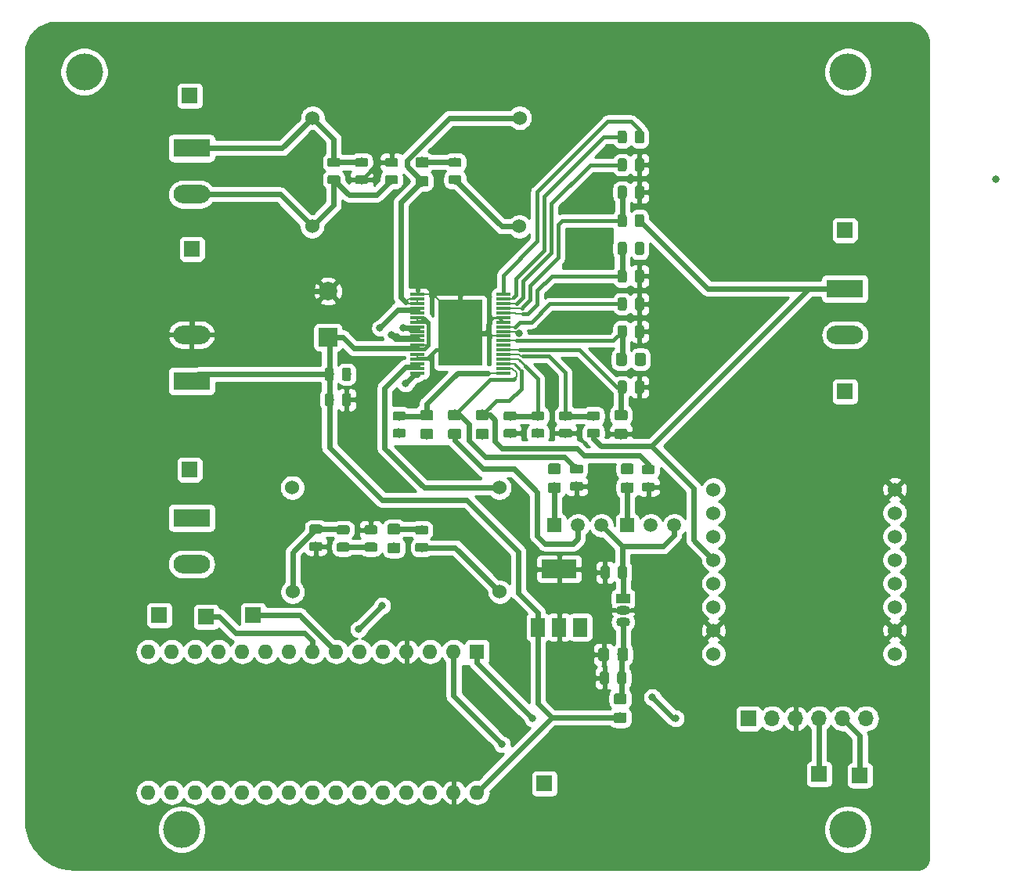
<source format=gbr>
G04 #@! TF.GenerationSoftware,KiCad,Pcbnew,(5.1.4)-1*
G04 #@! TF.CreationDate,2020-12-07T13:54:22+02:00*
G04 #@! TF.ProjectId,TDA7491 OP AMP,54444137-3439-4312-904f-5020414d502e,rev?*
G04 #@! TF.SameCoordinates,Original*
G04 #@! TF.FileFunction,Copper,L1,Top*
G04 #@! TF.FilePolarity,Positive*
%FSLAX46Y46*%
G04 Gerber Fmt 4.6, Leading zero omitted, Abs format (unit mm)*
G04 Created by KiCad (PCBNEW (5.1.4)-1) date 2020-12-07 13:54:22*
%MOMM*%
%LPD*%
G04 APERTURE LIST*
%ADD10R,4.700000X7.100000*%
%ADD11R,1.500000X0.380000*%
%ADD12R,1.700000X1.700000*%
%ADD13C,2.000000*%
%ADD14R,2.000000X2.000000*%
%ADD15C,1.524000*%
%ADD16O,3.960000X1.980000*%
%ADD17R,3.960000X1.980000*%
%ADD18R,1.500000X2.000000*%
%ADD19R,3.800000X2.000000*%
%ADD20O,1.700000X1.700000*%
%ADD21C,0.100000*%
%ADD22C,1.150000*%
%ADD23R,1.500000X1.500000*%
%ADD24C,1.500000*%
%ADD25R,1.500000X1.050000*%
%ADD26O,1.500000X1.050000*%
%ADD27C,0.975000*%
%ADD28O,1.600000X1.600000*%
%ADD29R,1.600000X1.600000*%
%ADD30C,4.000000*%
%ADD31C,0.800000*%
%ADD32C,0.200000*%
%ADD33C,0.250000*%
%ADD34C,0.600000*%
%ADD35C,0.400000*%
%ADD36C,0.254000*%
G04 APERTURE END LIST*
D10*
X134674000Y-95256000D03*
D11*
X130041500Y-92607600D03*
X130041500Y-94607600D03*
X130041500Y-95107600D03*
X130041500Y-99107600D03*
X130041500Y-98607600D03*
X130041500Y-91107600D03*
X130041500Y-97607600D03*
X139320900Y-98107300D03*
X139324000Y-91107600D03*
X139320900Y-94607300D03*
X139320900Y-92607300D03*
X139320900Y-93107300D03*
X130041500Y-91607600D03*
X139320900Y-92107300D03*
X130041500Y-95607600D03*
X130041500Y-93607600D03*
X130041500Y-92107600D03*
X130041500Y-94107600D03*
X139320900Y-94107300D03*
X139320900Y-96607300D03*
X139320900Y-91607300D03*
X130041500Y-99607600D03*
X139320900Y-98607300D03*
X139320900Y-96107300D03*
X139320900Y-97607300D03*
X139320900Y-93607300D03*
X130041500Y-96607600D03*
X139320900Y-95107300D03*
X139320900Y-99607300D03*
X130041500Y-98107600D03*
X130041500Y-96107600D03*
X130041500Y-97107600D03*
X130041500Y-93107600D03*
X139320900Y-97107300D03*
X139320900Y-99107300D03*
X139320900Y-95607300D03*
D12*
X176276000Y-101600000D03*
X173482000Y-143002000D03*
X177900000Y-143150000D03*
X107188000Y-125984000D03*
X112268000Y-125804000D03*
X143764000Y-144018000D03*
X105650000Y-86180000D03*
X105410000Y-69596000D03*
X102108000Y-125804000D03*
X105396000Y-110056000D03*
X176262000Y-84148000D03*
D13*
X120356000Y-90750000D03*
D14*
X120356000Y-95750000D03*
D15*
X118650000Y-83750000D03*
X141050000Y-83750000D03*
D16*
X176262000Y-95498000D03*
D17*
X176262000Y-90498000D03*
D15*
X116490000Y-112000000D03*
X138890000Y-112000000D03*
D18*
X143060000Y-127110000D03*
X147660000Y-127110000D03*
X145360000Y-127110000D03*
D19*
X145360000Y-120810000D03*
D20*
X178548000Y-136980000D03*
X176008000Y-136980000D03*
X173468000Y-136980000D03*
X170928000Y-136980000D03*
X168388000Y-136980000D03*
D12*
X165848000Y-136980000D03*
D15*
X181654000Y-112206000D03*
X181654000Y-117286000D03*
X181654000Y-122366000D03*
X181654000Y-127446000D03*
X181654000Y-124906000D03*
X181654000Y-129986000D03*
X181654000Y-114746000D03*
X181654000Y-119826000D03*
X162054000Y-129986000D03*
X162054000Y-127446000D03*
X162054000Y-124906000D03*
X162054000Y-122366000D03*
X162054000Y-119826000D03*
X162054000Y-117286000D03*
X162054000Y-114746000D03*
X162054000Y-112206000D03*
D21*
G36*
X150535505Y-129357204D02*
G01*
X150559773Y-129360804D01*
X150583572Y-129366765D01*
X150606671Y-129375030D01*
X150628850Y-129385520D01*
X150649893Y-129398132D01*
X150669599Y-129412747D01*
X150687777Y-129429223D01*
X150704253Y-129447401D01*
X150718868Y-129467107D01*
X150731480Y-129488150D01*
X150741970Y-129510329D01*
X150750235Y-129533428D01*
X150756196Y-129557227D01*
X150759796Y-129581495D01*
X150761000Y-129605999D01*
X150761000Y-130506001D01*
X150759796Y-130530505D01*
X150756196Y-130554773D01*
X150750235Y-130578572D01*
X150741970Y-130601671D01*
X150731480Y-130623850D01*
X150718868Y-130644893D01*
X150704253Y-130664599D01*
X150687777Y-130682777D01*
X150669599Y-130699253D01*
X150649893Y-130713868D01*
X150628850Y-130726480D01*
X150606671Y-130736970D01*
X150583572Y-130745235D01*
X150559773Y-130751196D01*
X150535505Y-130754796D01*
X150511001Y-130756000D01*
X149860999Y-130756000D01*
X149836495Y-130754796D01*
X149812227Y-130751196D01*
X149788428Y-130745235D01*
X149765329Y-130736970D01*
X149743150Y-130726480D01*
X149722107Y-130713868D01*
X149702401Y-130699253D01*
X149684223Y-130682777D01*
X149667747Y-130664599D01*
X149653132Y-130644893D01*
X149640520Y-130623850D01*
X149630030Y-130601671D01*
X149621765Y-130578572D01*
X149615804Y-130554773D01*
X149612204Y-130530505D01*
X149611000Y-130506001D01*
X149611000Y-129605999D01*
X149612204Y-129581495D01*
X149615804Y-129557227D01*
X149621765Y-129533428D01*
X149630030Y-129510329D01*
X149640520Y-129488150D01*
X149653132Y-129467107D01*
X149667747Y-129447401D01*
X149684223Y-129429223D01*
X149702401Y-129412747D01*
X149722107Y-129398132D01*
X149743150Y-129385520D01*
X149765329Y-129375030D01*
X149788428Y-129366765D01*
X149812227Y-129360804D01*
X149836495Y-129357204D01*
X149860999Y-129356000D01*
X150511001Y-129356000D01*
X150535505Y-129357204D01*
X150535505Y-129357204D01*
G37*
D22*
X150186000Y-130056000D03*
D21*
G36*
X152585505Y-129357204D02*
G01*
X152609773Y-129360804D01*
X152633572Y-129366765D01*
X152656671Y-129375030D01*
X152678850Y-129385520D01*
X152699893Y-129398132D01*
X152719599Y-129412747D01*
X152737777Y-129429223D01*
X152754253Y-129447401D01*
X152768868Y-129467107D01*
X152781480Y-129488150D01*
X152791970Y-129510329D01*
X152800235Y-129533428D01*
X152806196Y-129557227D01*
X152809796Y-129581495D01*
X152811000Y-129605999D01*
X152811000Y-130506001D01*
X152809796Y-130530505D01*
X152806196Y-130554773D01*
X152800235Y-130578572D01*
X152791970Y-130601671D01*
X152781480Y-130623850D01*
X152768868Y-130644893D01*
X152754253Y-130664599D01*
X152737777Y-130682777D01*
X152719599Y-130699253D01*
X152699893Y-130713868D01*
X152678850Y-130726480D01*
X152656671Y-130736970D01*
X152633572Y-130745235D01*
X152609773Y-130751196D01*
X152585505Y-130754796D01*
X152561001Y-130756000D01*
X151910999Y-130756000D01*
X151886495Y-130754796D01*
X151862227Y-130751196D01*
X151838428Y-130745235D01*
X151815329Y-130736970D01*
X151793150Y-130726480D01*
X151772107Y-130713868D01*
X151752401Y-130699253D01*
X151734223Y-130682777D01*
X151717747Y-130664599D01*
X151703132Y-130644893D01*
X151690520Y-130623850D01*
X151680030Y-130601671D01*
X151671765Y-130578572D01*
X151665804Y-130554773D01*
X151662204Y-130530505D01*
X151661000Y-130506001D01*
X151661000Y-129605999D01*
X151662204Y-129581495D01*
X151665804Y-129557227D01*
X151671765Y-129533428D01*
X151680030Y-129510329D01*
X151690520Y-129488150D01*
X151703132Y-129467107D01*
X151717747Y-129447401D01*
X151734223Y-129429223D01*
X151752401Y-129412747D01*
X151772107Y-129398132D01*
X151793150Y-129385520D01*
X151815329Y-129375030D01*
X151838428Y-129366765D01*
X151862227Y-129360804D01*
X151886495Y-129357204D01*
X151910999Y-129356000D01*
X152561001Y-129356000D01*
X152585505Y-129357204D01*
X152585505Y-129357204D01*
G37*
D22*
X152236000Y-130056000D03*
D21*
G36*
X145326505Y-109398204D02*
G01*
X145350773Y-109401804D01*
X145374572Y-109407765D01*
X145397671Y-109416030D01*
X145419850Y-109426520D01*
X145440893Y-109439132D01*
X145460599Y-109453747D01*
X145478777Y-109470223D01*
X145495253Y-109488401D01*
X145509868Y-109508107D01*
X145522480Y-109529150D01*
X145532970Y-109551329D01*
X145541235Y-109574428D01*
X145547196Y-109598227D01*
X145550796Y-109622495D01*
X145552000Y-109646999D01*
X145552000Y-110297001D01*
X145550796Y-110321505D01*
X145547196Y-110345773D01*
X145541235Y-110369572D01*
X145532970Y-110392671D01*
X145522480Y-110414850D01*
X145509868Y-110435893D01*
X145495253Y-110455599D01*
X145478777Y-110473777D01*
X145460599Y-110490253D01*
X145440893Y-110504868D01*
X145419850Y-110517480D01*
X145397671Y-110527970D01*
X145374572Y-110536235D01*
X145350773Y-110542196D01*
X145326505Y-110545796D01*
X145302001Y-110547000D01*
X144401999Y-110547000D01*
X144377495Y-110545796D01*
X144353227Y-110542196D01*
X144329428Y-110536235D01*
X144306329Y-110527970D01*
X144284150Y-110517480D01*
X144263107Y-110504868D01*
X144243401Y-110490253D01*
X144225223Y-110473777D01*
X144208747Y-110455599D01*
X144194132Y-110435893D01*
X144181520Y-110414850D01*
X144171030Y-110392671D01*
X144162765Y-110369572D01*
X144156804Y-110345773D01*
X144153204Y-110321505D01*
X144152000Y-110297001D01*
X144152000Y-109646999D01*
X144153204Y-109622495D01*
X144156804Y-109598227D01*
X144162765Y-109574428D01*
X144171030Y-109551329D01*
X144181520Y-109529150D01*
X144194132Y-109508107D01*
X144208747Y-109488401D01*
X144225223Y-109470223D01*
X144243401Y-109453747D01*
X144263107Y-109439132D01*
X144284150Y-109426520D01*
X144306329Y-109416030D01*
X144329428Y-109407765D01*
X144353227Y-109401804D01*
X144377495Y-109398204D01*
X144401999Y-109397000D01*
X145302001Y-109397000D01*
X145326505Y-109398204D01*
X145326505Y-109398204D01*
G37*
D22*
X144852000Y-109972000D03*
D21*
G36*
X145326505Y-111448204D02*
G01*
X145350773Y-111451804D01*
X145374572Y-111457765D01*
X145397671Y-111466030D01*
X145419850Y-111476520D01*
X145440893Y-111489132D01*
X145460599Y-111503747D01*
X145478777Y-111520223D01*
X145495253Y-111538401D01*
X145509868Y-111558107D01*
X145522480Y-111579150D01*
X145532970Y-111601329D01*
X145541235Y-111624428D01*
X145547196Y-111648227D01*
X145550796Y-111672495D01*
X145552000Y-111696999D01*
X145552000Y-112347001D01*
X145550796Y-112371505D01*
X145547196Y-112395773D01*
X145541235Y-112419572D01*
X145532970Y-112442671D01*
X145522480Y-112464850D01*
X145509868Y-112485893D01*
X145495253Y-112505599D01*
X145478777Y-112523777D01*
X145460599Y-112540253D01*
X145440893Y-112554868D01*
X145419850Y-112567480D01*
X145397671Y-112577970D01*
X145374572Y-112586235D01*
X145350773Y-112592196D01*
X145326505Y-112595796D01*
X145302001Y-112597000D01*
X144401999Y-112597000D01*
X144377495Y-112595796D01*
X144353227Y-112592196D01*
X144329428Y-112586235D01*
X144306329Y-112577970D01*
X144284150Y-112567480D01*
X144263107Y-112554868D01*
X144243401Y-112540253D01*
X144225223Y-112523777D01*
X144208747Y-112505599D01*
X144194132Y-112485893D01*
X144181520Y-112464850D01*
X144171030Y-112442671D01*
X144162765Y-112419572D01*
X144156804Y-112395773D01*
X144153204Y-112371505D01*
X144152000Y-112347001D01*
X144152000Y-111696999D01*
X144153204Y-111672495D01*
X144156804Y-111648227D01*
X144162765Y-111624428D01*
X144171030Y-111601329D01*
X144181520Y-111579150D01*
X144194132Y-111558107D01*
X144208747Y-111538401D01*
X144225223Y-111520223D01*
X144243401Y-111503747D01*
X144263107Y-111489132D01*
X144284150Y-111476520D01*
X144306329Y-111466030D01*
X144329428Y-111457765D01*
X144353227Y-111451804D01*
X144377495Y-111448204D01*
X144401999Y-111447000D01*
X145302001Y-111447000D01*
X145326505Y-111448204D01*
X145326505Y-111448204D01*
G37*
D22*
X144852000Y-112022000D03*
D21*
G36*
X153200505Y-109398204D02*
G01*
X153224773Y-109401804D01*
X153248572Y-109407765D01*
X153271671Y-109416030D01*
X153293850Y-109426520D01*
X153314893Y-109439132D01*
X153334599Y-109453747D01*
X153352777Y-109470223D01*
X153369253Y-109488401D01*
X153383868Y-109508107D01*
X153396480Y-109529150D01*
X153406970Y-109551329D01*
X153415235Y-109574428D01*
X153421196Y-109598227D01*
X153424796Y-109622495D01*
X153426000Y-109646999D01*
X153426000Y-110297001D01*
X153424796Y-110321505D01*
X153421196Y-110345773D01*
X153415235Y-110369572D01*
X153406970Y-110392671D01*
X153396480Y-110414850D01*
X153383868Y-110435893D01*
X153369253Y-110455599D01*
X153352777Y-110473777D01*
X153334599Y-110490253D01*
X153314893Y-110504868D01*
X153293850Y-110517480D01*
X153271671Y-110527970D01*
X153248572Y-110536235D01*
X153224773Y-110542196D01*
X153200505Y-110545796D01*
X153176001Y-110547000D01*
X152275999Y-110547000D01*
X152251495Y-110545796D01*
X152227227Y-110542196D01*
X152203428Y-110536235D01*
X152180329Y-110527970D01*
X152158150Y-110517480D01*
X152137107Y-110504868D01*
X152117401Y-110490253D01*
X152099223Y-110473777D01*
X152082747Y-110455599D01*
X152068132Y-110435893D01*
X152055520Y-110414850D01*
X152045030Y-110392671D01*
X152036765Y-110369572D01*
X152030804Y-110345773D01*
X152027204Y-110321505D01*
X152026000Y-110297001D01*
X152026000Y-109646999D01*
X152027204Y-109622495D01*
X152030804Y-109598227D01*
X152036765Y-109574428D01*
X152045030Y-109551329D01*
X152055520Y-109529150D01*
X152068132Y-109508107D01*
X152082747Y-109488401D01*
X152099223Y-109470223D01*
X152117401Y-109453747D01*
X152137107Y-109439132D01*
X152158150Y-109426520D01*
X152180329Y-109416030D01*
X152203428Y-109407765D01*
X152227227Y-109401804D01*
X152251495Y-109398204D01*
X152275999Y-109397000D01*
X153176001Y-109397000D01*
X153200505Y-109398204D01*
X153200505Y-109398204D01*
G37*
D22*
X152726000Y-109972000D03*
D21*
G36*
X153200505Y-111448204D02*
G01*
X153224773Y-111451804D01*
X153248572Y-111457765D01*
X153271671Y-111466030D01*
X153293850Y-111476520D01*
X153314893Y-111489132D01*
X153334599Y-111503747D01*
X153352777Y-111520223D01*
X153369253Y-111538401D01*
X153383868Y-111558107D01*
X153396480Y-111579150D01*
X153406970Y-111601329D01*
X153415235Y-111624428D01*
X153421196Y-111648227D01*
X153424796Y-111672495D01*
X153426000Y-111696999D01*
X153426000Y-112347001D01*
X153424796Y-112371505D01*
X153421196Y-112395773D01*
X153415235Y-112419572D01*
X153406970Y-112442671D01*
X153396480Y-112464850D01*
X153383868Y-112485893D01*
X153369253Y-112505599D01*
X153352777Y-112523777D01*
X153334599Y-112540253D01*
X153314893Y-112554868D01*
X153293850Y-112567480D01*
X153271671Y-112577970D01*
X153248572Y-112586235D01*
X153224773Y-112592196D01*
X153200505Y-112595796D01*
X153176001Y-112597000D01*
X152275999Y-112597000D01*
X152251495Y-112595796D01*
X152227227Y-112592196D01*
X152203428Y-112586235D01*
X152180329Y-112577970D01*
X152158150Y-112567480D01*
X152137107Y-112554868D01*
X152117401Y-112540253D01*
X152099223Y-112523777D01*
X152082747Y-112505599D01*
X152068132Y-112485893D01*
X152055520Y-112464850D01*
X152045030Y-112442671D01*
X152036765Y-112419572D01*
X152030804Y-112395773D01*
X152027204Y-112371505D01*
X152026000Y-112347001D01*
X152026000Y-111696999D01*
X152027204Y-111672495D01*
X152030804Y-111648227D01*
X152036765Y-111624428D01*
X152045030Y-111601329D01*
X152055520Y-111579150D01*
X152068132Y-111558107D01*
X152082747Y-111538401D01*
X152099223Y-111520223D01*
X152117401Y-111503747D01*
X152137107Y-111489132D01*
X152158150Y-111476520D01*
X152180329Y-111466030D01*
X152203428Y-111457765D01*
X152227227Y-111451804D01*
X152251495Y-111448204D01*
X152275999Y-111447000D01*
X153176001Y-111447000D01*
X153200505Y-111448204D01*
X153200505Y-111448204D01*
G37*
D22*
X152726000Y-112022000D03*
D21*
G36*
X152438505Y-136340204D02*
G01*
X152462773Y-136343804D01*
X152486572Y-136349765D01*
X152509671Y-136358030D01*
X152531850Y-136368520D01*
X152552893Y-136381132D01*
X152572599Y-136395747D01*
X152590777Y-136412223D01*
X152607253Y-136430401D01*
X152621868Y-136450107D01*
X152634480Y-136471150D01*
X152644970Y-136493329D01*
X152653235Y-136516428D01*
X152659196Y-136540227D01*
X152662796Y-136564495D01*
X152664000Y-136588999D01*
X152664000Y-137239001D01*
X152662796Y-137263505D01*
X152659196Y-137287773D01*
X152653235Y-137311572D01*
X152644970Y-137334671D01*
X152634480Y-137356850D01*
X152621868Y-137377893D01*
X152607253Y-137397599D01*
X152590777Y-137415777D01*
X152572599Y-137432253D01*
X152552893Y-137446868D01*
X152531850Y-137459480D01*
X152509671Y-137469970D01*
X152486572Y-137478235D01*
X152462773Y-137484196D01*
X152438505Y-137487796D01*
X152414001Y-137489000D01*
X151513999Y-137489000D01*
X151489495Y-137487796D01*
X151465227Y-137484196D01*
X151441428Y-137478235D01*
X151418329Y-137469970D01*
X151396150Y-137459480D01*
X151375107Y-137446868D01*
X151355401Y-137432253D01*
X151337223Y-137415777D01*
X151320747Y-137397599D01*
X151306132Y-137377893D01*
X151293520Y-137356850D01*
X151283030Y-137334671D01*
X151274765Y-137311572D01*
X151268804Y-137287773D01*
X151265204Y-137263505D01*
X151264000Y-137239001D01*
X151264000Y-136588999D01*
X151265204Y-136564495D01*
X151268804Y-136540227D01*
X151274765Y-136516428D01*
X151283030Y-136493329D01*
X151293520Y-136471150D01*
X151306132Y-136450107D01*
X151320747Y-136430401D01*
X151337223Y-136412223D01*
X151355401Y-136395747D01*
X151375107Y-136381132D01*
X151396150Y-136368520D01*
X151418329Y-136358030D01*
X151441428Y-136349765D01*
X151465227Y-136343804D01*
X151489495Y-136340204D01*
X151513999Y-136339000D01*
X152414001Y-136339000D01*
X152438505Y-136340204D01*
X152438505Y-136340204D01*
G37*
D22*
X151964000Y-136914000D03*
D21*
G36*
X152438505Y-134290204D02*
G01*
X152462773Y-134293804D01*
X152486572Y-134299765D01*
X152509671Y-134308030D01*
X152531850Y-134318520D01*
X152552893Y-134331132D01*
X152572599Y-134345747D01*
X152590777Y-134362223D01*
X152607253Y-134380401D01*
X152621868Y-134400107D01*
X152634480Y-134421150D01*
X152644970Y-134443329D01*
X152653235Y-134466428D01*
X152659196Y-134490227D01*
X152662796Y-134514495D01*
X152664000Y-134538999D01*
X152664000Y-135189001D01*
X152662796Y-135213505D01*
X152659196Y-135237773D01*
X152653235Y-135261572D01*
X152644970Y-135284671D01*
X152634480Y-135306850D01*
X152621868Y-135327893D01*
X152607253Y-135347599D01*
X152590777Y-135365777D01*
X152572599Y-135382253D01*
X152552893Y-135396868D01*
X152531850Y-135409480D01*
X152509671Y-135419970D01*
X152486572Y-135428235D01*
X152462773Y-135434196D01*
X152438505Y-135437796D01*
X152414001Y-135439000D01*
X151513999Y-135439000D01*
X151489495Y-135437796D01*
X151465227Y-135434196D01*
X151441428Y-135428235D01*
X151418329Y-135419970D01*
X151396150Y-135409480D01*
X151375107Y-135396868D01*
X151355401Y-135382253D01*
X151337223Y-135365777D01*
X151320747Y-135347599D01*
X151306132Y-135327893D01*
X151293520Y-135306850D01*
X151283030Y-135284671D01*
X151274765Y-135261572D01*
X151268804Y-135237773D01*
X151265204Y-135213505D01*
X151264000Y-135189001D01*
X151264000Y-134538999D01*
X151265204Y-134514495D01*
X151268804Y-134490227D01*
X151274765Y-134466428D01*
X151283030Y-134443329D01*
X151293520Y-134421150D01*
X151306132Y-134400107D01*
X151320747Y-134380401D01*
X151337223Y-134362223D01*
X151355401Y-134345747D01*
X151375107Y-134331132D01*
X151396150Y-134318520D01*
X151418329Y-134308030D01*
X151441428Y-134299765D01*
X151465227Y-134293804D01*
X151489495Y-134290204D01*
X151513999Y-134289000D01*
X152414001Y-134289000D01*
X152438505Y-134290204D01*
X152438505Y-134290204D01*
G37*
D22*
X151964000Y-134864000D03*
D21*
G36*
X131532505Y-105635204D02*
G01*
X131556773Y-105638804D01*
X131580572Y-105644765D01*
X131603671Y-105653030D01*
X131625850Y-105663520D01*
X131646893Y-105676132D01*
X131666599Y-105690747D01*
X131684777Y-105707223D01*
X131701253Y-105725401D01*
X131715868Y-105745107D01*
X131728480Y-105766150D01*
X131738970Y-105788329D01*
X131747235Y-105811428D01*
X131753196Y-105835227D01*
X131756796Y-105859495D01*
X131758000Y-105883999D01*
X131758000Y-106534001D01*
X131756796Y-106558505D01*
X131753196Y-106582773D01*
X131747235Y-106606572D01*
X131738970Y-106629671D01*
X131728480Y-106651850D01*
X131715868Y-106672893D01*
X131701253Y-106692599D01*
X131684777Y-106710777D01*
X131666599Y-106727253D01*
X131646893Y-106741868D01*
X131625850Y-106754480D01*
X131603671Y-106764970D01*
X131580572Y-106773235D01*
X131556773Y-106779196D01*
X131532505Y-106782796D01*
X131508001Y-106784000D01*
X130607999Y-106784000D01*
X130583495Y-106782796D01*
X130559227Y-106779196D01*
X130535428Y-106773235D01*
X130512329Y-106764970D01*
X130490150Y-106754480D01*
X130469107Y-106741868D01*
X130449401Y-106727253D01*
X130431223Y-106710777D01*
X130414747Y-106692599D01*
X130400132Y-106672893D01*
X130387520Y-106651850D01*
X130377030Y-106629671D01*
X130368765Y-106606572D01*
X130362804Y-106582773D01*
X130359204Y-106558505D01*
X130358000Y-106534001D01*
X130358000Y-105883999D01*
X130359204Y-105859495D01*
X130362804Y-105835227D01*
X130368765Y-105811428D01*
X130377030Y-105788329D01*
X130387520Y-105766150D01*
X130400132Y-105745107D01*
X130414747Y-105725401D01*
X130431223Y-105707223D01*
X130449401Y-105690747D01*
X130469107Y-105676132D01*
X130490150Y-105663520D01*
X130512329Y-105653030D01*
X130535428Y-105644765D01*
X130559227Y-105638804D01*
X130583495Y-105635204D01*
X130607999Y-105634000D01*
X131508001Y-105634000D01*
X131532505Y-105635204D01*
X131532505Y-105635204D01*
G37*
D22*
X131058000Y-106209000D03*
D21*
G36*
X131532505Y-103585204D02*
G01*
X131556773Y-103588804D01*
X131580572Y-103594765D01*
X131603671Y-103603030D01*
X131625850Y-103613520D01*
X131646893Y-103626132D01*
X131666599Y-103640747D01*
X131684777Y-103657223D01*
X131701253Y-103675401D01*
X131715868Y-103695107D01*
X131728480Y-103716150D01*
X131738970Y-103738329D01*
X131747235Y-103761428D01*
X131753196Y-103785227D01*
X131756796Y-103809495D01*
X131758000Y-103833999D01*
X131758000Y-104484001D01*
X131756796Y-104508505D01*
X131753196Y-104532773D01*
X131747235Y-104556572D01*
X131738970Y-104579671D01*
X131728480Y-104601850D01*
X131715868Y-104622893D01*
X131701253Y-104642599D01*
X131684777Y-104660777D01*
X131666599Y-104677253D01*
X131646893Y-104691868D01*
X131625850Y-104704480D01*
X131603671Y-104714970D01*
X131580572Y-104723235D01*
X131556773Y-104729196D01*
X131532505Y-104732796D01*
X131508001Y-104734000D01*
X130607999Y-104734000D01*
X130583495Y-104732796D01*
X130559227Y-104729196D01*
X130535428Y-104723235D01*
X130512329Y-104714970D01*
X130490150Y-104704480D01*
X130469107Y-104691868D01*
X130449401Y-104677253D01*
X130431223Y-104660777D01*
X130414747Y-104642599D01*
X130400132Y-104622893D01*
X130387520Y-104601850D01*
X130377030Y-104579671D01*
X130368765Y-104556572D01*
X130362804Y-104532773D01*
X130359204Y-104508505D01*
X130358000Y-104484001D01*
X130358000Y-103833999D01*
X130359204Y-103809495D01*
X130362804Y-103785227D01*
X130368765Y-103761428D01*
X130377030Y-103738329D01*
X130387520Y-103716150D01*
X130400132Y-103695107D01*
X130414747Y-103675401D01*
X130431223Y-103657223D01*
X130449401Y-103640747D01*
X130469107Y-103626132D01*
X130490150Y-103613520D01*
X130512329Y-103603030D01*
X130535428Y-103594765D01*
X130559227Y-103588804D01*
X130583495Y-103585204D01*
X130607999Y-103584000D01*
X131508001Y-103584000D01*
X131532505Y-103585204D01*
X131532505Y-103585204D01*
G37*
D22*
X131058000Y-104159000D03*
D21*
G36*
X137532505Y-105635204D02*
G01*
X137556773Y-105638804D01*
X137580572Y-105644765D01*
X137603671Y-105653030D01*
X137625850Y-105663520D01*
X137646893Y-105676132D01*
X137666599Y-105690747D01*
X137684777Y-105707223D01*
X137701253Y-105725401D01*
X137715868Y-105745107D01*
X137728480Y-105766150D01*
X137738970Y-105788329D01*
X137747235Y-105811428D01*
X137753196Y-105835227D01*
X137756796Y-105859495D01*
X137758000Y-105883999D01*
X137758000Y-106534001D01*
X137756796Y-106558505D01*
X137753196Y-106582773D01*
X137747235Y-106606572D01*
X137738970Y-106629671D01*
X137728480Y-106651850D01*
X137715868Y-106672893D01*
X137701253Y-106692599D01*
X137684777Y-106710777D01*
X137666599Y-106727253D01*
X137646893Y-106741868D01*
X137625850Y-106754480D01*
X137603671Y-106764970D01*
X137580572Y-106773235D01*
X137556773Y-106779196D01*
X137532505Y-106782796D01*
X137508001Y-106784000D01*
X136607999Y-106784000D01*
X136583495Y-106782796D01*
X136559227Y-106779196D01*
X136535428Y-106773235D01*
X136512329Y-106764970D01*
X136490150Y-106754480D01*
X136469107Y-106741868D01*
X136449401Y-106727253D01*
X136431223Y-106710777D01*
X136414747Y-106692599D01*
X136400132Y-106672893D01*
X136387520Y-106651850D01*
X136377030Y-106629671D01*
X136368765Y-106606572D01*
X136362804Y-106582773D01*
X136359204Y-106558505D01*
X136358000Y-106534001D01*
X136358000Y-105883999D01*
X136359204Y-105859495D01*
X136362804Y-105835227D01*
X136368765Y-105811428D01*
X136377030Y-105788329D01*
X136387520Y-105766150D01*
X136400132Y-105745107D01*
X136414747Y-105725401D01*
X136431223Y-105707223D01*
X136449401Y-105690747D01*
X136469107Y-105676132D01*
X136490150Y-105663520D01*
X136512329Y-105653030D01*
X136535428Y-105644765D01*
X136559227Y-105638804D01*
X136583495Y-105635204D01*
X136607999Y-105634000D01*
X137508001Y-105634000D01*
X137532505Y-105635204D01*
X137532505Y-105635204D01*
G37*
D22*
X137058000Y-106209000D03*
D21*
G36*
X137532505Y-103585204D02*
G01*
X137556773Y-103588804D01*
X137580572Y-103594765D01*
X137603671Y-103603030D01*
X137625850Y-103613520D01*
X137646893Y-103626132D01*
X137666599Y-103640747D01*
X137684777Y-103657223D01*
X137701253Y-103675401D01*
X137715868Y-103695107D01*
X137728480Y-103716150D01*
X137738970Y-103738329D01*
X137747235Y-103761428D01*
X137753196Y-103785227D01*
X137756796Y-103809495D01*
X137758000Y-103833999D01*
X137758000Y-104484001D01*
X137756796Y-104508505D01*
X137753196Y-104532773D01*
X137747235Y-104556572D01*
X137738970Y-104579671D01*
X137728480Y-104601850D01*
X137715868Y-104622893D01*
X137701253Y-104642599D01*
X137684777Y-104660777D01*
X137666599Y-104677253D01*
X137646893Y-104691868D01*
X137625850Y-104704480D01*
X137603671Y-104714970D01*
X137580572Y-104723235D01*
X137556773Y-104729196D01*
X137532505Y-104732796D01*
X137508001Y-104734000D01*
X136607999Y-104734000D01*
X136583495Y-104732796D01*
X136559227Y-104729196D01*
X136535428Y-104723235D01*
X136512329Y-104714970D01*
X136490150Y-104704480D01*
X136469107Y-104691868D01*
X136449401Y-104677253D01*
X136431223Y-104660777D01*
X136414747Y-104642599D01*
X136400132Y-104622893D01*
X136387520Y-104601850D01*
X136377030Y-104579671D01*
X136368765Y-104556572D01*
X136362804Y-104532773D01*
X136359204Y-104508505D01*
X136358000Y-104484001D01*
X136358000Y-103833999D01*
X136359204Y-103809495D01*
X136362804Y-103785227D01*
X136368765Y-103761428D01*
X136377030Y-103738329D01*
X136387520Y-103716150D01*
X136400132Y-103695107D01*
X136414747Y-103675401D01*
X136431223Y-103657223D01*
X136449401Y-103640747D01*
X136469107Y-103626132D01*
X136490150Y-103613520D01*
X136512329Y-103603030D01*
X136535428Y-103594765D01*
X136559227Y-103588804D01*
X136583495Y-103585204D01*
X136607999Y-103584000D01*
X137508001Y-103584000D01*
X137532505Y-103585204D01*
X137532505Y-103585204D01*
G37*
D22*
X137058000Y-104159000D03*
D21*
G36*
X152532505Y-103585204D02*
G01*
X152556773Y-103588804D01*
X152580572Y-103594765D01*
X152603671Y-103603030D01*
X152625850Y-103613520D01*
X152646893Y-103626132D01*
X152666599Y-103640747D01*
X152684777Y-103657223D01*
X152701253Y-103675401D01*
X152715868Y-103695107D01*
X152728480Y-103716150D01*
X152738970Y-103738329D01*
X152747235Y-103761428D01*
X152753196Y-103785227D01*
X152756796Y-103809495D01*
X152758000Y-103833999D01*
X152758000Y-104484001D01*
X152756796Y-104508505D01*
X152753196Y-104532773D01*
X152747235Y-104556572D01*
X152738970Y-104579671D01*
X152728480Y-104601850D01*
X152715868Y-104622893D01*
X152701253Y-104642599D01*
X152684777Y-104660777D01*
X152666599Y-104677253D01*
X152646893Y-104691868D01*
X152625850Y-104704480D01*
X152603671Y-104714970D01*
X152580572Y-104723235D01*
X152556773Y-104729196D01*
X152532505Y-104732796D01*
X152508001Y-104734000D01*
X151607999Y-104734000D01*
X151583495Y-104732796D01*
X151559227Y-104729196D01*
X151535428Y-104723235D01*
X151512329Y-104714970D01*
X151490150Y-104704480D01*
X151469107Y-104691868D01*
X151449401Y-104677253D01*
X151431223Y-104660777D01*
X151414747Y-104642599D01*
X151400132Y-104622893D01*
X151387520Y-104601850D01*
X151377030Y-104579671D01*
X151368765Y-104556572D01*
X151362804Y-104532773D01*
X151359204Y-104508505D01*
X151358000Y-104484001D01*
X151358000Y-103833999D01*
X151359204Y-103809495D01*
X151362804Y-103785227D01*
X151368765Y-103761428D01*
X151377030Y-103738329D01*
X151387520Y-103716150D01*
X151400132Y-103695107D01*
X151414747Y-103675401D01*
X151431223Y-103657223D01*
X151449401Y-103640747D01*
X151469107Y-103626132D01*
X151490150Y-103613520D01*
X151512329Y-103603030D01*
X151535428Y-103594765D01*
X151559227Y-103588804D01*
X151583495Y-103585204D01*
X151607999Y-103584000D01*
X152508001Y-103584000D01*
X152532505Y-103585204D01*
X152532505Y-103585204D01*
G37*
D22*
X152058000Y-104159000D03*
D21*
G36*
X152532505Y-105635204D02*
G01*
X152556773Y-105638804D01*
X152580572Y-105644765D01*
X152603671Y-105653030D01*
X152625850Y-105663520D01*
X152646893Y-105676132D01*
X152666599Y-105690747D01*
X152684777Y-105707223D01*
X152701253Y-105725401D01*
X152715868Y-105745107D01*
X152728480Y-105766150D01*
X152738970Y-105788329D01*
X152747235Y-105811428D01*
X152753196Y-105835227D01*
X152756796Y-105859495D01*
X152758000Y-105883999D01*
X152758000Y-106534001D01*
X152756796Y-106558505D01*
X152753196Y-106582773D01*
X152747235Y-106606572D01*
X152738970Y-106629671D01*
X152728480Y-106651850D01*
X152715868Y-106672893D01*
X152701253Y-106692599D01*
X152684777Y-106710777D01*
X152666599Y-106727253D01*
X152646893Y-106741868D01*
X152625850Y-106754480D01*
X152603671Y-106764970D01*
X152580572Y-106773235D01*
X152556773Y-106779196D01*
X152532505Y-106782796D01*
X152508001Y-106784000D01*
X151607999Y-106784000D01*
X151583495Y-106782796D01*
X151559227Y-106779196D01*
X151535428Y-106773235D01*
X151512329Y-106764970D01*
X151490150Y-106754480D01*
X151469107Y-106741868D01*
X151449401Y-106727253D01*
X151431223Y-106710777D01*
X151414747Y-106692599D01*
X151400132Y-106672893D01*
X151387520Y-106651850D01*
X151377030Y-106629671D01*
X151368765Y-106606572D01*
X151362804Y-106582773D01*
X151359204Y-106558505D01*
X151358000Y-106534001D01*
X151358000Y-105883999D01*
X151359204Y-105859495D01*
X151362804Y-105835227D01*
X151368765Y-105811428D01*
X151377030Y-105788329D01*
X151387520Y-105766150D01*
X151400132Y-105745107D01*
X151414747Y-105725401D01*
X151431223Y-105707223D01*
X151449401Y-105690747D01*
X151469107Y-105676132D01*
X151490150Y-105663520D01*
X151512329Y-105653030D01*
X151535428Y-105644765D01*
X151559227Y-105638804D01*
X151583495Y-105635204D01*
X151607999Y-105634000D01*
X152508001Y-105634000D01*
X152532505Y-105635204D01*
X152532505Y-105635204D01*
G37*
D22*
X152058000Y-106209000D03*
D21*
G36*
X134532505Y-105635204D02*
G01*
X134556773Y-105638804D01*
X134580572Y-105644765D01*
X134603671Y-105653030D01*
X134625850Y-105663520D01*
X134646893Y-105676132D01*
X134666599Y-105690747D01*
X134684777Y-105707223D01*
X134701253Y-105725401D01*
X134715868Y-105745107D01*
X134728480Y-105766150D01*
X134738970Y-105788329D01*
X134747235Y-105811428D01*
X134753196Y-105835227D01*
X134756796Y-105859495D01*
X134758000Y-105883999D01*
X134758000Y-106534001D01*
X134756796Y-106558505D01*
X134753196Y-106582773D01*
X134747235Y-106606572D01*
X134738970Y-106629671D01*
X134728480Y-106651850D01*
X134715868Y-106672893D01*
X134701253Y-106692599D01*
X134684777Y-106710777D01*
X134666599Y-106727253D01*
X134646893Y-106741868D01*
X134625850Y-106754480D01*
X134603671Y-106764970D01*
X134580572Y-106773235D01*
X134556773Y-106779196D01*
X134532505Y-106782796D01*
X134508001Y-106784000D01*
X133607999Y-106784000D01*
X133583495Y-106782796D01*
X133559227Y-106779196D01*
X133535428Y-106773235D01*
X133512329Y-106764970D01*
X133490150Y-106754480D01*
X133469107Y-106741868D01*
X133449401Y-106727253D01*
X133431223Y-106710777D01*
X133414747Y-106692599D01*
X133400132Y-106672893D01*
X133387520Y-106651850D01*
X133377030Y-106629671D01*
X133368765Y-106606572D01*
X133362804Y-106582773D01*
X133359204Y-106558505D01*
X133358000Y-106534001D01*
X133358000Y-105883999D01*
X133359204Y-105859495D01*
X133362804Y-105835227D01*
X133368765Y-105811428D01*
X133377030Y-105788329D01*
X133387520Y-105766150D01*
X133400132Y-105745107D01*
X133414747Y-105725401D01*
X133431223Y-105707223D01*
X133449401Y-105690747D01*
X133469107Y-105676132D01*
X133490150Y-105663520D01*
X133512329Y-105653030D01*
X133535428Y-105644765D01*
X133559227Y-105638804D01*
X133583495Y-105635204D01*
X133607999Y-105634000D01*
X134508001Y-105634000D01*
X134532505Y-105635204D01*
X134532505Y-105635204D01*
G37*
D22*
X134058000Y-106209000D03*
D21*
G36*
X134532505Y-103585204D02*
G01*
X134556773Y-103588804D01*
X134580572Y-103594765D01*
X134603671Y-103603030D01*
X134625850Y-103613520D01*
X134646893Y-103626132D01*
X134666599Y-103640747D01*
X134684777Y-103657223D01*
X134701253Y-103675401D01*
X134715868Y-103695107D01*
X134728480Y-103716150D01*
X134738970Y-103738329D01*
X134747235Y-103761428D01*
X134753196Y-103785227D01*
X134756796Y-103809495D01*
X134758000Y-103833999D01*
X134758000Y-104484001D01*
X134756796Y-104508505D01*
X134753196Y-104532773D01*
X134747235Y-104556572D01*
X134738970Y-104579671D01*
X134728480Y-104601850D01*
X134715868Y-104622893D01*
X134701253Y-104642599D01*
X134684777Y-104660777D01*
X134666599Y-104677253D01*
X134646893Y-104691868D01*
X134625850Y-104704480D01*
X134603671Y-104714970D01*
X134580572Y-104723235D01*
X134556773Y-104729196D01*
X134532505Y-104732796D01*
X134508001Y-104734000D01*
X133607999Y-104734000D01*
X133583495Y-104732796D01*
X133559227Y-104729196D01*
X133535428Y-104723235D01*
X133512329Y-104714970D01*
X133490150Y-104704480D01*
X133469107Y-104691868D01*
X133449401Y-104677253D01*
X133431223Y-104660777D01*
X133414747Y-104642599D01*
X133400132Y-104622893D01*
X133387520Y-104601850D01*
X133377030Y-104579671D01*
X133368765Y-104556572D01*
X133362804Y-104532773D01*
X133359204Y-104508505D01*
X133358000Y-104484001D01*
X133358000Y-103833999D01*
X133359204Y-103809495D01*
X133362804Y-103785227D01*
X133368765Y-103761428D01*
X133377030Y-103738329D01*
X133387520Y-103716150D01*
X133400132Y-103695107D01*
X133414747Y-103675401D01*
X133431223Y-103657223D01*
X133449401Y-103640747D01*
X133469107Y-103626132D01*
X133490150Y-103613520D01*
X133512329Y-103603030D01*
X133535428Y-103594765D01*
X133559227Y-103588804D01*
X133583495Y-103585204D01*
X133607999Y-103584000D01*
X134508001Y-103584000D01*
X134532505Y-103585204D01*
X134532505Y-103585204D01*
G37*
D22*
X134058000Y-104159000D03*
D21*
G36*
X154496005Y-97429204D02*
G01*
X154520273Y-97432804D01*
X154544072Y-97438765D01*
X154567171Y-97447030D01*
X154589350Y-97457520D01*
X154610393Y-97470132D01*
X154630099Y-97484747D01*
X154648277Y-97501223D01*
X154664753Y-97519401D01*
X154679368Y-97539107D01*
X154691980Y-97560150D01*
X154702470Y-97582329D01*
X154710735Y-97605428D01*
X154716696Y-97629227D01*
X154720296Y-97653495D01*
X154721500Y-97677999D01*
X154721500Y-98578001D01*
X154720296Y-98602505D01*
X154716696Y-98626773D01*
X154710735Y-98650572D01*
X154702470Y-98673671D01*
X154691980Y-98695850D01*
X154679368Y-98716893D01*
X154664753Y-98736599D01*
X154648277Y-98754777D01*
X154630099Y-98771253D01*
X154610393Y-98785868D01*
X154589350Y-98798480D01*
X154567171Y-98808970D01*
X154544072Y-98817235D01*
X154520273Y-98823196D01*
X154496005Y-98826796D01*
X154471501Y-98828000D01*
X153821499Y-98828000D01*
X153796995Y-98826796D01*
X153772727Y-98823196D01*
X153748928Y-98817235D01*
X153725829Y-98808970D01*
X153703650Y-98798480D01*
X153682607Y-98785868D01*
X153662901Y-98771253D01*
X153644723Y-98754777D01*
X153628247Y-98736599D01*
X153613632Y-98716893D01*
X153601020Y-98695850D01*
X153590530Y-98673671D01*
X153582265Y-98650572D01*
X153576304Y-98626773D01*
X153572704Y-98602505D01*
X153571500Y-98578001D01*
X153571500Y-97677999D01*
X153572704Y-97653495D01*
X153576304Y-97629227D01*
X153582265Y-97605428D01*
X153590530Y-97582329D01*
X153601020Y-97560150D01*
X153613632Y-97539107D01*
X153628247Y-97519401D01*
X153644723Y-97501223D01*
X153662901Y-97484747D01*
X153682607Y-97470132D01*
X153703650Y-97457520D01*
X153725829Y-97447030D01*
X153748928Y-97438765D01*
X153772727Y-97432804D01*
X153796995Y-97429204D01*
X153821499Y-97428000D01*
X154471501Y-97428000D01*
X154496005Y-97429204D01*
X154496005Y-97429204D01*
G37*
D22*
X154146500Y-98128000D03*
D21*
G36*
X152446005Y-97429204D02*
G01*
X152470273Y-97432804D01*
X152494072Y-97438765D01*
X152517171Y-97447030D01*
X152539350Y-97457520D01*
X152560393Y-97470132D01*
X152580099Y-97484747D01*
X152598277Y-97501223D01*
X152614753Y-97519401D01*
X152629368Y-97539107D01*
X152641980Y-97560150D01*
X152652470Y-97582329D01*
X152660735Y-97605428D01*
X152666696Y-97629227D01*
X152670296Y-97653495D01*
X152671500Y-97677999D01*
X152671500Y-98578001D01*
X152670296Y-98602505D01*
X152666696Y-98626773D01*
X152660735Y-98650572D01*
X152652470Y-98673671D01*
X152641980Y-98695850D01*
X152629368Y-98716893D01*
X152614753Y-98736599D01*
X152598277Y-98754777D01*
X152580099Y-98771253D01*
X152560393Y-98785868D01*
X152539350Y-98798480D01*
X152517171Y-98808970D01*
X152494072Y-98817235D01*
X152470273Y-98823196D01*
X152446005Y-98826796D01*
X152421501Y-98828000D01*
X151771499Y-98828000D01*
X151746995Y-98826796D01*
X151722727Y-98823196D01*
X151698928Y-98817235D01*
X151675829Y-98808970D01*
X151653650Y-98798480D01*
X151632607Y-98785868D01*
X151612901Y-98771253D01*
X151594723Y-98754777D01*
X151578247Y-98736599D01*
X151563632Y-98716893D01*
X151551020Y-98695850D01*
X151540530Y-98673671D01*
X151532265Y-98650572D01*
X151526304Y-98626773D01*
X151522704Y-98602505D01*
X151521500Y-98578001D01*
X151521500Y-97677999D01*
X151522704Y-97653495D01*
X151526304Y-97629227D01*
X151532265Y-97605428D01*
X151540530Y-97582329D01*
X151551020Y-97560150D01*
X151563632Y-97539107D01*
X151578247Y-97519401D01*
X151594723Y-97501223D01*
X151612901Y-97484747D01*
X151632607Y-97470132D01*
X151653650Y-97457520D01*
X151675829Y-97447030D01*
X151698928Y-97438765D01*
X151722727Y-97432804D01*
X151746995Y-97429204D01*
X151771499Y-97428000D01*
X152421501Y-97428000D01*
X152446005Y-97429204D01*
X152446005Y-97429204D01*
G37*
D22*
X152096500Y-98128000D03*
D23*
X144852000Y-116086000D03*
D24*
X149932000Y-116086000D03*
X147392000Y-116086000D03*
D23*
X152726000Y-116086000D03*
D24*
X157806000Y-116086000D03*
X155266000Y-116086000D03*
D16*
X105624000Y-95472000D03*
D17*
X105624000Y-100472000D03*
D25*
X152278000Y-124014000D03*
D26*
X152278000Y-126554000D03*
X152278000Y-125284000D03*
D21*
G36*
X150610642Y-120467174D02*
G01*
X150634303Y-120470684D01*
X150657507Y-120476496D01*
X150680029Y-120484554D01*
X150701653Y-120494782D01*
X150722170Y-120507079D01*
X150741383Y-120521329D01*
X150759107Y-120537393D01*
X150775171Y-120555117D01*
X150789421Y-120574330D01*
X150801718Y-120594847D01*
X150811946Y-120616471D01*
X150820004Y-120638993D01*
X150825816Y-120662197D01*
X150829326Y-120685858D01*
X150830500Y-120709750D01*
X150830500Y-121622250D01*
X150829326Y-121646142D01*
X150825816Y-121669803D01*
X150820004Y-121693007D01*
X150811946Y-121715529D01*
X150801718Y-121737153D01*
X150789421Y-121757670D01*
X150775171Y-121776883D01*
X150759107Y-121794607D01*
X150741383Y-121810671D01*
X150722170Y-121824921D01*
X150701653Y-121837218D01*
X150680029Y-121847446D01*
X150657507Y-121855504D01*
X150634303Y-121861316D01*
X150610642Y-121864826D01*
X150586750Y-121866000D01*
X150099250Y-121866000D01*
X150075358Y-121864826D01*
X150051697Y-121861316D01*
X150028493Y-121855504D01*
X150005971Y-121847446D01*
X149984347Y-121837218D01*
X149963830Y-121824921D01*
X149944617Y-121810671D01*
X149926893Y-121794607D01*
X149910829Y-121776883D01*
X149896579Y-121757670D01*
X149884282Y-121737153D01*
X149874054Y-121715529D01*
X149865996Y-121693007D01*
X149860184Y-121669803D01*
X149856674Y-121646142D01*
X149855500Y-121622250D01*
X149855500Y-120709750D01*
X149856674Y-120685858D01*
X149860184Y-120662197D01*
X149865996Y-120638993D01*
X149874054Y-120616471D01*
X149884282Y-120594847D01*
X149896579Y-120574330D01*
X149910829Y-120555117D01*
X149926893Y-120537393D01*
X149944617Y-120521329D01*
X149963830Y-120507079D01*
X149984347Y-120494782D01*
X150005971Y-120484554D01*
X150028493Y-120476496D01*
X150051697Y-120470684D01*
X150075358Y-120467174D01*
X150099250Y-120466000D01*
X150586750Y-120466000D01*
X150610642Y-120467174D01*
X150610642Y-120467174D01*
G37*
D27*
X150343000Y-121166000D03*
D21*
G36*
X152485642Y-120467174D02*
G01*
X152509303Y-120470684D01*
X152532507Y-120476496D01*
X152555029Y-120484554D01*
X152576653Y-120494782D01*
X152597170Y-120507079D01*
X152616383Y-120521329D01*
X152634107Y-120537393D01*
X152650171Y-120555117D01*
X152664421Y-120574330D01*
X152676718Y-120594847D01*
X152686946Y-120616471D01*
X152695004Y-120638993D01*
X152700816Y-120662197D01*
X152704326Y-120685858D01*
X152705500Y-120709750D01*
X152705500Y-121622250D01*
X152704326Y-121646142D01*
X152700816Y-121669803D01*
X152695004Y-121693007D01*
X152686946Y-121715529D01*
X152676718Y-121737153D01*
X152664421Y-121757670D01*
X152650171Y-121776883D01*
X152634107Y-121794607D01*
X152616383Y-121810671D01*
X152597170Y-121824921D01*
X152576653Y-121837218D01*
X152555029Y-121847446D01*
X152532507Y-121855504D01*
X152509303Y-121861316D01*
X152485642Y-121864826D01*
X152461750Y-121866000D01*
X151974250Y-121866000D01*
X151950358Y-121864826D01*
X151926697Y-121861316D01*
X151903493Y-121855504D01*
X151880971Y-121847446D01*
X151859347Y-121837218D01*
X151838830Y-121824921D01*
X151819617Y-121810671D01*
X151801893Y-121794607D01*
X151785829Y-121776883D01*
X151771579Y-121757670D01*
X151759282Y-121737153D01*
X151749054Y-121715529D01*
X151740996Y-121693007D01*
X151735184Y-121669803D01*
X151731674Y-121646142D01*
X151730500Y-121622250D01*
X151730500Y-120709750D01*
X151731674Y-120685858D01*
X151735184Y-120662197D01*
X151740996Y-120638993D01*
X151749054Y-120616471D01*
X151759282Y-120594847D01*
X151771579Y-120574330D01*
X151785829Y-120555117D01*
X151801893Y-120537393D01*
X151819617Y-120521329D01*
X151838830Y-120507079D01*
X151859347Y-120494782D01*
X151880971Y-120484554D01*
X151903493Y-120476496D01*
X151926697Y-120470684D01*
X151950358Y-120467174D01*
X151974250Y-120466000D01*
X152461750Y-120466000D01*
X152485642Y-120467174D01*
X152485642Y-120467174D01*
G37*
D27*
X152218000Y-121166000D03*
D21*
G36*
X120767642Y-101801174D02*
G01*
X120791303Y-101804684D01*
X120814507Y-101810496D01*
X120837029Y-101818554D01*
X120858653Y-101828782D01*
X120879170Y-101841079D01*
X120898383Y-101855329D01*
X120916107Y-101871393D01*
X120932171Y-101889117D01*
X120946421Y-101908330D01*
X120958718Y-101928847D01*
X120968946Y-101950471D01*
X120977004Y-101972993D01*
X120982816Y-101996197D01*
X120986326Y-102019858D01*
X120987500Y-102043750D01*
X120987500Y-102956250D01*
X120986326Y-102980142D01*
X120982816Y-103003803D01*
X120977004Y-103027007D01*
X120968946Y-103049529D01*
X120958718Y-103071153D01*
X120946421Y-103091670D01*
X120932171Y-103110883D01*
X120916107Y-103128607D01*
X120898383Y-103144671D01*
X120879170Y-103158921D01*
X120858653Y-103171218D01*
X120837029Y-103181446D01*
X120814507Y-103189504D01*
X120791303Y-103195316D01*
X120767642Y-103198826D01*
X120743750Y-103200000D01*
X120256250Y-103200000D01*
X120232358Y-103198826D01*
X120208697Y-103195316D01*
X120185493Y-103189504D01*
X120162971Y-103181446D01*
X120141347Y-103171218D01*
X120120830Y-103158921D01*
X120101617Y-103144671D01*
X120083893Y-103128607D01*
X120067829Y-103110883D01*
X120053579Y-103091670D01*
X120041282Y-103071153D01*
X120031054Y-103049529D01*
X120022996Y-103027007D01*
X120017184Y-103003803D01*
X120013674Y-102980142D01*
X120012500Y-102956250D01*
X120012500Y-102043750D01*
X120013674Y-102019858D01*
X120017184Y-101996197D01*
X120022996Y-101972993D01*
X120031054Y-101950471D01*
X120041282Y-101928847D01*
X120053579Y-101908330D01*
X120067829Y-101889117D01*
X120083893Y-101871393D01*
X120101617Y-101855329D01*
X120120830Y-101841079D01*
X120141347Y-101828782D01*
X120162971Y-101818554D01*
X120185493Y-101810496D01*
X120208697Y-101804684D01*
X120232358Y-101801174D01*
X120256250Y-101800000D01*
X120743750Y-101800000D01*
X120767642Y-101801174D01*
X120767642Y-101801174D01*
G37*
D27*
X120500000Y-102500000D03*
D21*
G36*
X122642642Y-101801174D02*
G01*
X122666303Y-101804684D01*
X122689507Y-101810496D01*
X122712029Y-101818554D01*
X122733653Y-101828782D01*
X122754170Y-101841079D01*
X122773383Y-101855329D01*
X122791107Y-101871393D01*
X122807171Y-101889117D01*
X122821421Y-101908330D01*
X122833718Y-101928847D01*
X122843946Y-101950471D01*
X122852004Y-101972993D01*
X122857816Y-101996197D01*
X122861326Y-102019858D01*
X122862500Y-102043750D01*
X122862500Y-102956250D01*
X122861326Y-102980142D01*
X122857816Y-103003803D01*
X122852004Y-103027007D01*
X122843946Y-103049529D01*
X122833718Y-103071153D01*
X122821421Y-103091670D01*
X122807171Y-103110883D01*
X122791107Y-103128607D01*
X122773383Y-103144671D01*
X122754170Y-103158921D01*
X122733653Y-103171218D01*
X122712029Y-103181446D01*
X122689507Y-103189504D01*
X122666303Y-103195316D01*
X122642642Y-103198826D01*
X122618750Y-103200000D01*
X122131250Y-103200000D01*
X122107358Y-103198826D01*
X122083697Y-103195316D01*
X122060493Y-103189504D01*
X122037971Y-103181446D01*
X122016347Y-103171218D01*
X121995830Y-103158921D01*
X121976617Y-103144671D01*
X121958893Y-103128607D01*
X121942829Y-103110883D01*
X121928579Y-103091670D01*
X121916282Y-103071153D01*
X121906054Y-103049529D01*
X121897996Y-103027007D01*
X121892184Y-103003803D01*
X121888674Y-102980142D01*
X121887500Y-102956250D01*
X121887500Y-102043750D01*
X121888674Y-102019858D01*
X121892184Y-101996197D01*
X121897996Y-101972993D01*
X121906054Y-101950471D01*
X121916282Y-101928847D01*
X121928579Y-101908330D01*
X121942829Y-101889117D01*
X121958893Y-101871393D01*
X121976617Y-101855329D01*
X121995830Y-101841079D01*
X122016347Y-101828782D01*
X122037971Y-101818554D01*
X122060493Y-101810496D01*
X122083697Y-101804684D01*
X122107358Y-101801174D01*
X122131250Y-101800000D01*
X122618750Y-101800000D01*
X122642642Y-101801174D01*
X122642642Y-101801174D01*
G37*
D27*
X122375000Y-102500000D03*
D21*
G36*
X122642642Y-99051174D02*
G01*
X122666303Y-99054684D01*
X122689507Y-99060496D01*
X122712029Y-99068554D01*
X122733653Y-99078782D01*
X122754170Y-99091079D01*
X122773383Y-99105329D01*
X122791107Y-99121393D01*
X122807171Y-99139117D01*
X122821421Y-99158330D01*
X122833718Y-99178847D01*
X122843946Y-99200471D01*
X122852004Y-99222993D01*
X122857816Y-99246197D01*
X122861326Y-99269858D01*
X122862500Y-99293750D01*
X122862500Y-100206250D01*
X122861326Y-100230142D01*
X122857816Y-100253803D01*
X122852004Y-100277007D01*
X122843946Y-100299529D01*
X122833718Y-100321153D01*
X122821421Y-100341670D01*
X122807171Y-100360883D01*
X122791107Y-100378607D01*
X122773383Y-100394671D01*
X122754170Y-100408921D01*
X122733653Y-100421218D01*
X122712029Y-100431446D01*
X122689507Y-100439504D01*
X122666303Y-100445316D01*
X122642642Y-100448826D01*
X122618750Y-100450000D01*
X122131250Y-100450000D01*
X122107358Y-100448826D01*
X122083697Y-100445316D01*
X122060493Y-100439504D01*
X122037971Y-100431446D01*
X122016347Y-100421218D01*
X121995830Y-100408921D01*
X121976617Y-100394671D01*
X121958893Y-100378607D01*
X121942829Y-100360883D01*
X121928579Y-100341670D01*
X121916282Y-100321153D01*
X121906054Y-100299529D01*
X121897996Y-100277007D01*
X121892184Y-100253803D01*
X121888674Y-100230142D01*
X121887500Y-100206250D01*
X121887500Y-99293750D01*
X121888674Y-99269858D01*
X121892184Y-99246197D01*
X121897996Y-99222993D01*
X121906054Y-99200471D01*
X121916282Y-99178847D01*
X121928579Y-99158330D01*
X121942829Y-99139117D01*
X121958893Y-99121393D01*
X121976617Y-99105329D01*
X121995830Y-99091079D01*
X122016347Y-99078782D01*
X122037971Y-99068554D01*
X122060493Y-99060496D01*
X122083697Y-99054684D01*
X122107358Y-99051174D01*
X122131250Y-99050000D01*
X122618750Y-99050000D01*
X122642642Y-99051174D01*
X122642642Y-99051174D01*
G37*
D27*
X122375000Y-99750000D03*
D21*
G36*
X120767642Y-99051174D02*
G01*
X120791303Y-99054684D01*
X120814507Y-99060496D01*
X120837029Y-99068554D01*
X120858653Y-99078782D01*
X120879170Y-99091079D01*
X120898383Y-99105329D01*
X120916107Y-99121393D01*
X120932171Y-99139117D01*
X120946421Y-99158330D01*
X120958718Y-99178847D01*
X120968946Y-99200471D01*
X120977004Y-99222993D01*
X120982816Y-99246197D01*
X120986326Y-99269858D01*
X120987500Y-99293750D01*
X120987500Y-100206250D01*
X120986326Y-100230142D01*
X120982816Y-100253803D01*
X120977004Y-100277007D01*
X120968946Y-100299529D01*
X120958718Y-100321153D01*
X120946421Y-100341670D01*
X120932171Y-100360883D01*
X120916107Y-100378607D01*
X120898383Y-100394671D01*
X120879170Y-100408921D01*
X120858653Y-100421218D01*
X120837029Y-100431446D01*
X120814507Y-100439504D01*
X120791303Y-100445316D01*
X120767642Y-100448826D01*
X120743750Y-100450000D01*
X120256250Y-100450000D01*
X120232358Y-100448826D01*
X120208697Y-100445316D01*
X120185493Y-100439504D01*
X120162971Y-100431446D01*
X120141347Y-100421218D01*
X120120830Y-100408921D01*
X120101617Y-100394671D01*
X120083893Y-100378607D01*
X120067829Y-100360883D01*
X120053579Y-100341670D01*
X120041282Y-100321153D01*
X120031054Y-100299529D01*
X120022996Y-100277007D01*
X120017184Y-100253803D01*
X120013674Y-100230142D01*
X120012500Y-100206250D01*
X120012500Y-99293750D01*
X120013674Y-99269858D01*
X120017184Y-99246197D01*
X120022996Y-99222993D01*
X120031054Y-99200471D01*
X120041282Y-99178847D01*
X120053579Y-99158330D01*
X120067829Y-99139117D01*
X120083893Y-99121393D01*
X120101617Y-99105329D01*
X120120830Y-99091079D01*
X120141347Y-99078782D01*
X120162971Y-99068554D01*
X120185493Y-99060496D01*
X120208697Y-99054684D01*
X120232358Y-99051174D01*
X120256250Y-99050000D01*
X120743750Y-99050000D01*
X120767642Y-99051174D01*
X120767642Y-99051174D01*
G37*
D27*
X120500000Y-99750000D03*
D21*
G36*
X154326642Y-76381174D02*
G01*
X154350303Y-76384684D01*
X154373507Y-76390496D01*
X154396029Y-76398554D01*
X154417653Y-76408782D01*
X154438170Y-76421079D01*
X154457383Y-76435329D01*
X154475107Y-76451393D01*
X154491171Y-76469117D01*
X154505421Y-76488330D01*
X154517718Y-76508847D01*
X154527946Y-76530471D01*
X154536004Y-76552993D01*
X154541816Y-76576197D01*
X154545326Y-76599858D01*
X154546500Y-76623750D01*
X154546500Y-77536250D01*
X154545326Y-77560142D01*
X154541816Y-77583803D01*
X154536004Y-77607007D01*
X154527946Y-77629529D01*
X154517718Y-77651153D01*
X154505421Y-77671670D01*
X154491171Y-77690883D01*
X154475107Y-77708607D01*
X154457383Y-77724671D01*
X154438170Y-77738921D01*
X154417653Y-77751218D01*
X154396029Y-77761446D01*
X154373507Y-77769504D01*
X154350303Y-77775316D01*
X154326642Y-77778826D01*
X154302750Y-77780000D01*
X153815250Y-77780000D01*
X153791358Y-77778826D01*
X153767697Y-77775316D01*
X153744493Y-77769504D01*
X153721971Y-77761446D01*
X153700347Y-77751218D01*
X153679830Y-77738921D01*
X153660617Y-77724671D01*
X153642893Y-77708607D01*
X153626829Y-77690883D01*
X153612579Y-77671670D01*
X153600282Y-77651153D01*
X153590054Y-77629529D01*
X153581996Y-77607007D01*
X153576184Y-77583803D01*
X153572674Y-77560142D01*
X153571500Y-77536250D01*
X153571500Y-76623750D01*
X153572674Y-76599858D01*
X153576184Y-76576197D01*
X153581996Y-76552993D01*
X153590054Y-76530471D01*
X153600282Y-76508847D01*
X153612579Y-76488330D01*
X153626829Y-76469117D01*
X153642893Y-76451393D01*
X153660617Y-76435329D01*
X153679830Y-76421079D01*
X153700347Y-76408782D01*
X153721971Y-76398554D01*
X153744493Y-76390496D01*
X153767697Y-76384684D01*
X153791358Y-76381174D01*
X153815250Y-76380000D01*
X154302750Y-76380000D01*
X154326642Y-76381174D01*
X154326642Y-76381174D01*
G37*
D27*
X154059000Y-77080000D03*
D21*
G36*
X152451642Y-76381174D02*
G01*
X152475303Y-76384684D01*
X152498507Y-76390496D01*
X152521029Y-76398554D01*
X152542653Y-76408782D01*
X152563170Y-76421079D01*
X152582383Y-76435329D01*
X152600107Y-76451393D01*
X152616171Y-76469117D01*
X152630421Y-76488330D01*
X152642718Y-76508847D01*
X152652946Y-76530471D01*
X152661004Y-76552993D01*
X152666816Y-76576197D01*
X152670326Y-76599858D01*
X152671500Y-76623750D01*
X152671500Y-77536250D01*
X152670326Y-77560142D01*
X152666816Y-77583803D01*
X152661004Y-77607007D01*
X152652946Y-77629529D01*
X152642718Y-77651153D01*
X152630421Y-77671670D01*
X152616171Y-77690883D01*
X152600107Y-77708607D01*
X152582383Y-77724671D01*
X152563170Y-77738921D01*
X152542653Y-77751218D01*
X152521029Y-77761446D01*
X152498507Y-77769504D01*
X152475303Y-77775316D01*
X152451642Y-77778826D01*
X152427750Y-77780000D01*
X151940250Y-77780000D01*
X151916358Y-77778826D01*
X151892697Y-77775316D01*
X151869493Y-77769504D01*
X151846971Y-77761446D01*
X151825347Y-77751218D01*
X151804830Y-77738921D01*
X151785617Y-77724671D01*
X151767893Y-77708607D01*
X151751829Y-77690883D01*
X151737579Y-77671670D01*
X151725282Y-77651153D01*
X151715054Y-77629529D01*
X151706996Y-77607007D01*
X151701184Y-77583803D01*
X151697674Y-77560142D01*
X151696500Y-77536250D01*
X151696500Y-76623750D01*
X151697674Y-76599858D01*
X151701184Y-76576197D01*
X151706996Y-76552993D01*
X151715054Y-76530471D01*
X151725282Y-76508847D01*
X151737579Y-76488330D01*
X151751829Y-76469117D01*
X151767893Y-76451393D01*
X151785617Y-76435329D01*
X151804830Y-76421079D01*
X151825347Y-76408782D01*
X151846971Y-76398554D01*
X151869493Y-76390496D01*
X151892697Y-76384684D01*
X151916358Y-76381174D01*
X151940250Y-76380000D01*
X152427750Y-76380000D01*
X152451642Y-76381174D01*
X152451642Y-76381174D01*
G37*
D27*
X152184000Y-77080000D03*
D21*
G36*
X152451642Y-91429174D02*
G01*
X152475303Y-91432684D01*
X152498507Y-91438496D01*
X152521029Y-91446554D01*
X152542653Y-91456782D01*
X152563170Y-91469079D01*
X152582383Y-91483329D01*
X152600107Y-91499393D01*
X152616171Y-91517117D01*
X152630421Y-91536330D01*
X152642718Y-91556847D01*
X152652946Y-91578471D01*
X152661004Y-91600993D01*
X152666816Y-91624197D01*
X152670326Y-91647858D01*
X152671500Y-91671750D01*
X152671500Y-92584250D01*
X152670326Y-92608142D01*
X152666816Y-92631803D01*
X152661004Y-92655007D01*
X152652946Y-92677529D01*
X152642718Y-92699153D01*
X152630421Y-92719670D01*
X152616171Y-92738883D01*
X152600107Y-92756607D01*
X152582383Y-92772671D01*
X152563170Y-92786921D01*
X152542653Y-92799218D01*
X152521029Y-92809446D01*
X152498507Y-92817504D01*
X152475303Y-92823316D01*
X152451642Y-92826826D01*
X152427750Y-92828000D01*
X151940250Y-92828000D01*
X151916358Y-92826826D01*
X151892697Y-92823316D01*
X151869493Y-92817504D01*
X151846971Y-92809446D01*
X151825347Y-92799218D01*
X151804830Y-92786921D01*
X151785617Y-92772671D01*
X151767893Y-92756607D01*
X151751829Y-92738883D01*
X151737579Y-92719670D01*
X151725282Y-92699153D01*
X151715054Y-92677529D01*
X151706996Y-92655007D01*
X151701184Y-92631803D01*
X151697674Y-92608142D01*
X151696500Y-92584250D01*
X151696500Y-91671750D01*
X151697674Y-91647858D01*
X151701184Y-91624197D01*
X151706996Y-91600993D01*
X151715054Y-91578471D01*
X151725282Y-91556847D01*
X151737579Y-91536330D01*
X151751829Y-91517117D01*
X151767893Y-91499393D01*
X151785617Y-91483329D01*
X151804830Y-91469079D01*
X151825347Y-91456782D01*
X151846971Y-91446554D01*
X151869493Y-91438496D01*
X151892697Y-91432684D01*
X151916358Y-91429174D01*
X151940250Y-91428000D01*
X152427750Y-91428000D01*
X152451642Y-91429174D01*
X152451642Y-91429174D01*
G37*
D27*
X152184000Y-92128000D03*
D21*
G36*
X154326642Y-91429174D02*
G01*
X154350303Y-91432684D01*
X154373507Y-91438496D01*
X154396029Y-91446554D01*
X154417653Y-91456782D01*
X154438170Y-91469079D01*
X154457383Y-91483329D01*
X154475107Y-91499393D01*
X154491171Y-91517117D01*
X154505421Y-91536330D01*
X154517718Y-91556847D01*
X154527946Y-91578471D01*
X154536004Y-91600993D01*
X154541816Y-91624197D01*
X154545326Y-91647858D01*
X154546500Y-91671750D01*
X154546500Y-92584250D01*
X154545326Y-92608142D01*
X154541816Y-92631803D01*
X154536004Y-92655007D01*
X154527946Y-92677529D01*
X154517718Y-92699153D01*
X154505421Y-92719670D01*
X154491171Y-92738883D01*
X154475107Y-92756607D01*
X154457383Y-92772671D01*
X154438170Y-92786921D01*
X154417653Y-92799218D01*
X154396029Y-92809446D01*
X154373507Y-92817504D01*
X154350303Y-92823316D01*
X154326642Y-92826826D01*
X154302750Y-92828000D01*
X153815250Y-92828000D01*
X153791358Y-92826826D01*
X153767697Y-92823316D01*
X153744493Y-92817504D01*
X153721971Y-92809446D01*
X153700347Y-92799218D01*
X153679830Y-92786921D01*
X153660617Y-92772671D01*
X153642893Y-92756607D01*
X153626829Y-92738883D01*
X153612579Y-92719670D01*
X153600282Y-92699153D01*
X153590054Y-92677529D01*
X153581996Y-92655007D01*
X153576184Y-92631803D01*
X153572674Y-92608142D01*
X153571500Y-92584250D01*
X153571500Y-91671750D01*
X153572674Y-91647858D01*
X153576184Y-91624197D01*
X153581996Y-91600993D01*
X153590054Y-91578471D01*
X153600282Y-91556847D01*
X153612579Y-91536330D01*
X153626829Y-91517117D01*
X153642893Y-91499393D01*
X153660617Y-91483329D01*
X153679830Y-91469079D01*
X153700347Y-91456782D01*
X153721971Y-91446554D01*
X153744493Y-91438496D01*
X153767697Y-91432684D01*
X153791358Y-91429174D01*
X153815250Y-91428000D01*
X154302750Y-91428000D01*
X154326642Y-91429174D01*
X154326642Y-91429174D01*
G37*
D27*
X154059000Y-92128000D03*
D21*
G36*
X155480142Y-111451174D02*
G01*
X155503803Y-111454684D01*
X155527007Y-111460496D01*
X155549529Y-111468554D01*
X155571153Y-111478782D01*
X155591670Y-111491079D01*
X155610883Y-111505329D01*
X155628607Y-111521393D01*
X155644671Y-111539117D01*
X155658921Y-111558330D01*
X155671218Y-111578847D01*
X155681446Y-111600471D01*
X155689504Y-111622993D01*
X155695316Y-111646197D01*
X155698826Y-111669858D01*
X155700000Y-111693750D01*
X155700000Y-112181250D01*
X155698826Y-112205142D01*
X155695316Y-112228803D01*
X155689504Y-112252007D01*
X155681446Y-112274529D01*
X155671218Y-112296153D01*
X155658921Y-112316670D01*
X155644671Y-112335883D01*
X155628607Y-112353607D01*
X155610883Y-112369671D01*
X155591670Y-112383921D01*
X155571153Y-112396218D01*
X155549529Y-112406446D01*
X155527007Y-112414504D01*
X155503803Y-112420316D01*
X155480142Y-112423826D01*
X155456250Y-112425000D01*
X154543750Y-112425000D01*
X154519858Y-112423826D01*
X154496197Y-112420316D01*
X154472993Y-112414504D01*
X154450471Y-112406446D01*
X154428847Y-112396218D01*
X154408330Y-112383921D01*
X154389117Y-112369671D01*
X154371393Y-112353607D01*
X154355329Y-112335883D01*
X154341079Y-112316670D01*
X154328782Y-112296153D01*
X154318554Y-112274529D01*
X154310496Y-112252007D01*
X154304684Y-112228803D01*
X154301174Y-112205142D01*
X154300000Y-112181250D01*
X154300000Y-111693750D01*
X154301174Y-111669858D01*
X154304684Y-111646197D01*
X154310496Y-111622993D01*
X154318554Y-111600471D01*
X154328782Y-111578847D01*
X154341079Y-111558330D01*
X154355329Y-111539117D01*
X154371393Y-111521393D01*
X154389117Y-111505329D01*
X154408330Y-111491079D01*
X154428847Y-111478782D01*
X154450471Y-111468554D01*
X154472993Y-111460496D01*
X154496197Y-111454684D01*
X154519858Y-111451174D01*
X154543750Y-111450000D01*
X155456250Y-111450000D01*
X155480142Y-111451174D01*
X155480142Y-111451174D01*
G37*
D27*
X155000000Y-111937500D03*
D21*
G36*
X155480142Y-109576174D02*
G01*
X155503803Y-109579684D01*
X155527007Y-109585496D01*
X155549529Y-109593554D01*
X155571153Y-109603782D01*
X155591670Y-109616079D01*
X155610883Y-109630329D01*
X155628607Y-109646393D01*
X155644671Y-109664117D01*
X155658921Y-109683330D01*
X155671218Y-109703847D01*
X155681446Y-109725471D01*
X155689504Y-109747993D01*
X155695316Y-109771197D01*
X155698826Y-109794858D01*
X155700000Y-109818750D01*
X155700000Y-110306250D01*
X155698826Y-110330142D01*
X155695316Y-110353803D01*
X155689504Y-110377007D01*
X155681446Y-110399529D01*
X155671218Y-110421153D01*
X155658921Y-110441670D01*
X155644671Y-110460883D01*
X155628607Y-110478607D01*
X155610883Y-110494671D01*
X155591670Y-110508921D01*
X155571153Y-110521218D01*
X155549529Y-110531446D01*
X155527007Y-110539504D01*
X155503803Y-110545316D01*
X155480142Y-110548826D01*
X155456250Y-110550000D01*
X154543750Y-110550000D01*
X154519858Y-110548826D01*
X154496197Y-110545316D01*
X154472993Y-110539504D01*
X154450471Y-110531446D01*
X154428847Y-110521218D01*
X154408330Y-110508921D01*
X154389117Y-110494671D01*
X154371393Y-110478607D01*
X154355329Y-110460883D01*
X154341079Y-110441670D01*
X154328782Y-110421153D01*
X154318554Y-110399529D01*
X154310496Y-110377007D01*
X154304684Y-110353803D01*
X154301174Y-110330142D01*
X154300000Y-110306250D01*
X154300000Y-109818750D01*
X154301174Y-109794858D01*
X154304684Y-109771197D01*
X154310496Y-109747993D01*
X154318554Y-109725471D01*
X154328782Y-109703847D01*
X154341079Y-109683330D01*
X154355329Y-109664117D01*
X154371393Y-109646393D01*
X154389117Y-109630329D01*
X154408330Y-109616079D01*
X154428847Y-109603782D01*
X154450471Y-109593554D01*
X154472993Y-109585496D01*
X154496197Y-109579684D01*
X154519858Y-109576174D01*
X154543750Y-109575000D01*
X155456250Y-109575000D01*
X155480142Y-109576174D01*
X155480142Y-109576174D01*
G37*
D27*
X155000000Y-110062500D03*
D21*
G36*
X152451642Y-79347174D02*
G01*
X152475303Y-79350684D01*
X152498507Y-79356496D01*
X152521029Y-79364554D01*
X152542653Y-79374782D01*
X152563170Y-79387079D01*
X152582383Y-79401329D01*
X152600107Y-79417393D01*
X152616171Y-79435117D01*
X152630421Y-79454330D01*
X152642718Y-79474847D01*
X152652946Y-79496471D01*
X152661004Y-79518993D01*
X152666816Y-79542197D01*
X152670326Y-79565858D01*
X152671500Y-79589750D01*
X152671500Y-80502250D01*
X152670326Y-80526142D01*
X152666816Y-80549803D01*
X152661004Y-80573007D01*
X152652946Y-80595529D01*
X152642718Y-80617153D01*
X152630421Y-80637670D01*
X152616171Y-80656883D01*
X152600107Y-80674607D01*
X152582383Y-80690671D01*
X152563170Y-80704921D01*
X152542653Y-80717218D01*
X152521029Y-80727446D01*
X152498507Y-80735504D01*
X152475303Y-80741316D01*
X152451642Y-80744826D01*
X152427750Y-80746000D01*
X151940250Y-80746000D01*
X151916358Y-80744826D01*
X151892697Y-80741316D01*
X151869493Y-80735504D01*
X151846971Y-80727446D01*
X151825347Y-80717218D01*
X151804830Y-80704921D01*
X151785617Y-80690671D01*
X151767893Y-80674607D01*
X151751829Y-80656883D01*
X151737579Y-80637670D01*
X151725282Y-80617153D01*
X151715054Y-80595529D01*
X151706996Y-80573007D01*
X151701184Y-80549803D01*
X151697674Y-80526142D01*
X151696500Y-80502250D01*
X151696500Y-79589750D01*
X151697674Y-79565858D01*
X151701184Y-79542197D01*
X151706996Y-79518993D01*
X151715054Y-79496471D01*
X151725282Y-79474847D01*
X151737579Y-79454330D01*
X151751829Y-79435117D01*
X151767893Y-79417393D01*
X151785617Y-79401329D01*
X151804830Y-79387079D01*
X151825347Y-79374782D01*
X151846971Y-79364554D01*
X151869493Y-79356496D01*
X151892697Y-79350684D01*
X151916358Y-79347174D01*
X151940250Y-79346000D01*
X152427750Y-79346000D01*
X152451642Y-79347174D01*
X152451642Y-79347174D01*
G37*
D27*
X152184000Y-80046000D03*
D21*
G36*
X154326642Y-79347174D02*
G01*
X154350303Y-79350684D01*
X154373507Y-79356496D01*
X154396029Y-79364554D01*
X154417653Y-79374782D01*
X154438170Y-79387079D01*
X154457383Y-79401329D01*
X154475107Y-79417393D01*
X154491171Y-79435117D01*
X154505421Y-79454330D01*
X154517718Y-79474847D01*
X154527946Y-79496471D01*
X154536004Y-79518993D01*
X154541816Y-79542197D01*
X154545326Y-79565858D01*
X154546500Y-79589750D01*
X154546500Y-80502250D01*
X154545326Y-80526142D01*
X154541816Y-80549803D01*
X154536004Y-80573007D01*
X154527946Y-80595529D01*
X154517718Y-80617153D01*
X154505421Y-80637670D01*
X154491171Y-80656883D01*
X154475107Y-80674607D01*
X154457383Y-80690671D01*
X154438170Y-80704921D01*
X154417653Y-80717218D01*
X154396029Y-80727446D01*
X154373507Y-80735504D01*
X154350303Y-80741316D01*
X154326642Y-80744826D01*
X154302750Y-80746000D01*
X153815250Y-80746000D01*
X153791358Y-80744826D01*
X153767697Y-80741316D01*
X153744493Y-80735504D01*
X153721971Y-80727446D01*
X153700347Y-80717218D01*
X153679830Y-80704921D01*
X153660617Y-80690671D01*
X153642893Y-80674607D01*
X153626829Y-80656883D01*
X153612579Y-80637670D01*
X153600282Y-80617153D01*
X153590054Y-80595529D01*
X153581996Y-80573007D01*
X153576184Y-80549803D01*
X153572674Y-80526142D01*
X153571500Y-80502250D01*
X153571500Y-79589750D01*
X153572674Y-79565858D01*
X153576184Y-79542197D01*
X153581996Y-79518993D01*
X153590054Y-79496471D01*
X153600282Y-79474847D01*
X153612579Y-79454330D01*
X153626829Y-79435117D01*
X153642893Y-79417393D01*
X153660617Y-79401329D01*
X153679830Y-79387079D01*
X153700347Y-79374782D01*
X153721971Y-79364554D01*
X153744493Y-79356496D01*
X153767697Y-79350684D01*
X153791358Y-79347174D01*
X153815250Y-79346000D01*
X154302750Y-79346000D01*
X154326642Y-79347174D01*
X154326642Y-79347174D01*
G37*
D27*
X154059000Y-80046000D03*
D21*
G36*
X154326642Y-88429174D02*
G01*
X154350303Y-88432684D01*
X154373507Y-88438496D01*
X154396029Y-88446554D01*
X154417653Y-88456782D01*
X154438170Y-88469079D01*
X154457383Y-88483329D01*
X154475107Y-88499393D01*
X154491171Y-88517117D01*
X154505421Y-88536330D01*
X154517718Y-88556847D01*
X154527946Y-88578471D01*
X154536004Y-88600993D01*
X154541816Y-88624197D01*
X154545326Y-88647858D01*
X154546500Y-88671750D01*
X154546500Y-89584250D01*
X154545326Y-89608142D01*
X154541816Y-89631803D01*
X154536004Y-89655007D01*
X154527946Y-89677529D01*
X154517718Y-89699153D01*
X154505421Y-89719670D01*
X154491171Y-89738883D01*
X154475107Y-89756607D01*
X154457383Y-89772671D01*
X154438170Y-89786921D01*
X154417653Y-89799218D01*
X154396029Y-89809446D01*
X154373507Y-89817504D01*
X154350303Y-89823316D01*
X154326642Y-89826826D01*
X154302750Y-89828000D01*
X153815250Y-89828000D01*
X153791358Y-89826826D01*
X153767697Y-89823316D01*
X153744493Y-89817504D01*
X153721971Y-89809446D01*
X153700347Y-89799218D01*
X153679830Y-89786921D01*
X153660617Y-89772671D01*
X153642893Y-89756607D01*
X153626829Y-89738883D01*
X153612579Y-89719670D01*
X153600282Y-89699153D01*
X153590054Y-89677529D01*
X153581996Y-89655007D01*
X153576184Y-89631803D01*
X153572674Y-89608142D01*
X153571500Y-89584250D01*
X153571500Y-88671750D01*
X153572674Y-88647858D01*
X153576184Y-88624197D01*
X153581996Y-88600993D01*
X153590054Y-88578471D01*
X153600282Y-88556847D01*
X153612579Y-88536330D01*
X153626829Y-88517117D01*
X153642893Y-88499393D01*
X153660617Y-88483329D01*
X153679830Y-88469079D01*
X153700347Y-88456782D01*
X153721971Y-88446554D01*
X153744493Y-88438496D01*
X153767697Y-88432684D01*
X153791358Y-88429174D01*
X153815250Y-88428000D01*
X154302750Y-88428000D01*
X154326642Y-88429174D01*
X154326642Y-88429174D01*
G37*
D27*
X154059000Y-89128000D03*
D21*
G36*
X152451642Y-88429174D02*
G01*
X152475303Y-88432684D01*
X152498507Y-88438496D01*
X152521029Y-88446554D01*
X152542653Y-88456782D01*
X152563170Y-88469079D01*
X152582383Y-88483329D01*
X152600107Y-88499393D01*
X152616171Y-88517117D01*
X152630421Y-88536330D01*
X152642718Y-88556847D01*
X152652946Y-88578471D01*
X152661004Y-88600993D01*
X152666816Y-88624197D01*
X152670326Y-88647858D01*
X152671500Y-88671750D01*
X152671500Y-89584250D01*
X152670326Y-89608142D01*
X152666816Y-89631803D01*
X152661004Y-89655007D01*
X152652946Y-89677529D01*
X152642718Y-89699153D01*
X152630421Y-89719670D01*
X152616171Y-89738883D01*
X152600107Y-89756607D01*
X152582383Y-89772671D01*
X152563170Y-89786921D01*
X152542653Y-89799218D01*
X152521029Y-89809446D01*
X152498507Y-89817504D01*
X152475303Y-89823316D01*
X152451642Y-89826826D01*
X152427750Y-89828000D01*
X151940250Y-89828000D01*
X151916358Y-89826826D01*
X151892697Y-89823316D01*
X151869493Y-89817504D01*
X151846971Y-89809446D01*
X151825347Y-89799218D01*
X151804830Y-89786921D01*
X151785617Y-89772671D01*
X151767893Y-89756607D01*
X151751829Y-89738883D01*
X151737579Y-89719670D01*
X151725282Y-89699153D01*
X151715054Y-89677529D01*
X151706996Y-89655007D01*
X151701184Y-89631803D01*
X151697674Y-89608142D01*
X151696500Y-89584250D01*
X151696500Y-88671750D01*
X151697674Y-88647858D01*
X151701184Y-88624197D01*
X151706996Y-88600993D01*
X151715054Y-88578471D01*
X151725282Y-88556847D01*
X151737579Y-88536330D01*
X151751829Y-88517117D01*
X151767893Y-88499393D01*
X151785617Y-88483329D01*
X151804830Y-88469079D01*
X151825347Y-88456782D01*
X151846971Y-88446554D01*
X151869493Y-88438496D01*
X151892697Y-88432684D01*
X151916358Y-88429174D01*
X151940250Y-88428000D01*
X152427750Y-88428000D01*
X152451642Y-88429174D01*
X152451642Y-88429174D01*
G37*
D27*
X152184000Y-89128000D03*
D21*
G36*
X154326642Y-82429174D02*
G01*
X154350303Y-82432684D01*
X154373507Y-82438496D01*
X154396029Y-82446554D01*
X154417653Y-82456782D01*
X154438170Y-82469079D01*
X154457383Y-82483329D01*
X154475107Y-82499393D01*
X154491171Y-82517117D01*
X154505421Y-82536330D01*
X154517718Y-82556847D01*
X154527946Y-82578471D01*
X154536004Y-82600993D01*
X154541816Y-82624197D01*
X154545326Y-82647858D01*
X154546500Y-82671750D01*
X154546500Y-83584250D01*
X154545326Y-83608142D01*
X154541816Y-83631803D01*
X154536004Y-83655007D01*
X154527946Y-83677529D01*
X154517718Y-83699153D01*
X154505421Y-83719670D01*
X154491171Y-83738883D01*
X154475107Y-83756607D01*
X154457383Y-83772671D01*
X154438170Y-83786921D01*
X154417653Y-83799218D01*
X154396029Y-83809446D01*
X154373507Y-83817504D01*
X154350303Y-83823316D01*
X154326642Y-83826826D01*
X154302750Y-83828000D01*
X153815250Y-83828000D01*
X153791358Y-83826826D01*
X153767697Y-83823316D01*
X153744493Y-83817504D01*
X153721971Y-83809446D01*
X153700347Y-83799218D01*
X153679830Y-83786921D01*
X153660617Y-83772671D01*
X153642893Y-83756607D01*
X153626829Y-83738883D01*
X153612579Y-83719670D01*
X153600282Y-83699153D01*
X153590054Y-83677529D01*
X153581996Y-83655007D01*
X153576184Y-83631803D01*
X153572674Y-83608142D01*
X153571500Y-83584250D01*
X153571500Y-82671750D01*
X153572674Y-82647858D01*
X153576184Y-82624197D01*
X153581996Y-82600993D01*
X153590054Y-82578471D01*
X153600282Y-82556847D01*
X153612579Y-82536330D01*
X153626829Y-82517117D01*
X153642893Y-82499393D01*
X153660617Y-82483329D01*
X153679830Y-82469079D01*
X153700347Y-82456782D01*
X153721971Y-82446554D01*
X153744493Y-82438496D01*
X153767697Y-82432684D01*
X153791358Y-82429174D01*
X153815250Y-82428000D01*
X154302750Y-82428000D01*
X154326642Y-82429174D01*
X154326642Y-82429174D01*
G37*
D27*
X154059000Y-83128000D03*
D21*
G36*
X152451642Y-82429174D02*
G01*
X152475303Y-82432684D01*
X152498507Y-82438496D01*
X152521029Y-82446554D01*
X152542653Y-82456782D01*
X152563170Y-82469079D01*
X152582383Y-82483329D01*
X152600107Y-82499393D01*
X152616171Y-82517117D01*
X152630421Y-82536330D01*
X152642718Y-82556847D01*
X152652946Y-82578471D01*
X152661004Y-82600993D01*
X152666816Y-82624197D01*
X152670326Y-82647858D01*
X152671500Y-82671750D01*
X152671500Y-83584250D01*
X152670326Y-83608142D01*
X152666816Y-83631803D01*
X152661004Y-83655007D01*
X152652946Y-83677529D01*
X152642718Y-83699153D01*
X152630421Y-83719670D01*
X152616171Y-83738883D01*
X152600107Y-83756607D01*
X152582383Y-83772671D01*
X152563170Y-83786921D01*
X152542653Y-83799218D01*
X152521029Y-83809446D01*
X152498507Y-83817504D01*
X152475303Y-83823316D01*
X152451642Y-83826826D01*
X152427750Y-83828000D01*
X151940250Y-83828000D01*
X151916358Y-83826826D01*
X151892697Y-83823316D01*
X151869493Y-83817504D01*
X151846971Y-83809446D01*
X151825347Y-83799218D01*
X151804830Y-83786921D01*
X151785617Y-83772671D01*
X151767893Y-83756607D01*
X151751829Y-83738883D01*
X151737579Y-83719670D01*
X151725282Y-83699153D01*
X151715054Y-83677529D01*
X151706996Y-83655007D01*
X151701184Y-83631803D01*
X151697674Y-83608142D01*
X151696500Y-83584250D01*
X151696500Y-82671750D01*
X151697674Y-82647858D01*
X151701184Y-82624197D01*
X151706996Y-82600993D01*
X151715054Y-82578471D01*
X151725282Y-82556847D01*
X151737579Y-82536330D01*
X151751829Y-82517117D01*
X151767893Y-82499393D01*
X151785617Y-82483329D01*
X151804830Y-82469079D01*
X151825347Y-82456782D01*
X151846971Y-82446554D01*
X151869493Y-82438496D01*
X151892697Y-82432684D01*
X151916358Y-82429174D01*
X151940250Y-82428000D01*
X152427750Y-82428000D01*
X152451642Y-82429174D01*
X152451642Y-82429174D01*
G37*
D27*
X152184000Y-83128000D03*
D21*
G36*
X154326642Y-85429174D02*
G01*
X154350303Y-85432684D01*
X154373507Y-85438496D01*
X154396029Y-85446554D01*
X154417653Y-85456782D01*
X154438170Y-85469079D01*
X154457383Y-85483329D01*
X154475107Y-85499393D01*
X154491171Y-85517117D01*
X154505421Y-85536330D01*
X154517718Y-85556847D01*
X154527946Y-85578471D01*
X154536004Y-85600993D01*
X154541816Y-85624197D01*
X154545326Y-85647858D01*
X154546500Y-85671750D01*
X154546500Y-86584250D01*
X154545326Y-86608142D01*
X154541816Y-86631803D01*
X154536004Y-86655007D01*
X154527946Y-86677529D01*
X154517718Y-86699153D01*
X154505421Y-86719670D01*
X154491171Y-86738883D01*
X154475107Y-86756607D01*
X154457383Y-86772671D01*
X154438170Y-86786921D01*
X154417653Y-86799218D01*
X154396029Y-86809446D01*
X154373507Y-86817504D01*
X154350303Y-86823316D01*
X154326642Y-86826826D01*
X154302750Y-86828000D01*
X153815250Y-86828000D01*
X153791358Y-86826826D01*
X153767697Y-86823316D01*
X153744493Y-86817504D01*
X153721971Y-86809446D01*
X153700347Y-86799218D01*
X153679830Y-86786921D01*
X153660617Y-86772671D01*
X153642893Y-86756607D01*
X153626829Y-86738883D01*
X153612579Y-86719670D01*
X153600282Y-86699153D01*
X153590054Y-86677529D01*
X153581996Y-86655007D01*
X153576184Y-86631803D01*
X153572674Y-86608142D01*
X153571500Y-86584250D01*
X153571500Y-85671750D01*
X153572674Y-85647858D01*
X153576184Y-85624197D01*
X153581996Y-85600993D01*
X153590054Y-85578471D01*
X153600282Y-85556847D01*
X153612579Y-85536330D01*
X153626829Y-85517117D01*
X153642893Y-85499393D01*
X153660617Y-85483329D01*
X153679830Y-85469079D01*
X153700347Y-85456782D01*
X153721971Y-85446554D01*
X153744493Y-85438496D01*
X153767697Y-85432684D01*
X153791358Y-85429174D01*
X153815250Y-85428000D01*
X154302750Y-85428000D01*
X154326642Y-85429174D01*
X154326642Y-85429174D01*
G37*
D27*
X154059000Y-86128000D03*
D21*
G36*
X152451642Y-85429174D02*
G01*
X152475303Y-85432684D01*
X152498507Y-85438496D01*
X152521029Y-85446554D01*
X152542653Y-85456782D01*
X152563170Y-85469079D01*
X152582383Y-85483329D01*
X152600107Y-85499393D01*
X152616171Y-85517117D01*
X152630421Y-85536330D01*
X152642718Y-85556847D01*
X152652946Y-85578471D01*
X152661004Y-85600993D01*
X152666816Y-85624197D01*
X152670326Y-85647858D01*
X152671500Y-85671750D01*
X152671500Y-86584250D01*
X152670326Y-86608142D01*
X152666816Y-86631803D01*
X152661004Y-86655007D01*
X152652946Y-86677529D01*
X152642718Y-86699153D01*
X152630421Y-86719670D01*
X152616171Y-86738883D01*
X152600107Y-86756607D01*
X152582383Y-86772671D01*
X152563170Y-86786921D01*
X152542653Y-86799218D01*
X152521029Y-86809446D01*
X152498507Y-86817504D01*
X152475303Y-86823316D01*
X152451642Y-86826826D01*
X152427750Y-86828000D01*
X151940250Y-86828000D01*
X151916358Y-86826826D01*
X151892697Y-86823316D01*
X151869493Y-86817504D01*
X151846971Y-86809446D01*
X151825347Y-86799218D01*
X151804830Y-86786921D01*
X151785617Y-86772671D01*
X151767893Y-86756607D01*
X151751829Y-86738883D01*
X151737579Y-86719670D01*
X151725282Y-86699153D01*
X151715054Y-86677529D01*
X151706996Y-86655007D01*
X151701184Y-86631803D01*
X151697674Y-86608142D01*
X151696500Y-86584250D01*
X151696500Y-85671750D01*
X151697674Y-85647858D01*
X151701184Y-85624197D01*
X151706996Y-85600993D01*
X151715054Y-85578471D01*
X151725282Y-85556847D01*
X151737579Y-85536330D01*
X151751829Y-85517117D01*
X151767893Y-85499393D01*
X151785617Y-85483329D01*
X151804830Y-85469079D01*
X151825347Y-85456782D01*
X151846971Y-85446554D01*
X151869493Y-85438496D01*
X151892697Y-85432684D01*
X151916358Y-85429174D01*
X151940250Y-85428000D01*
X152427750Y-85428000D01*
X152451642Y-85429174D01*
X152451642Y-85429174D01*
G37*
D27*
X152184000Y-86128000D03*
D21*
G36*
X152451642Y-73381174D02*
G01*
X152475303Y-73384684D01*
X152498507Y-73390496D01*
X152521029Y-73398554D01*
X152542653Y-73408782D01*
X152563170Y-73421079D01*
X152582383Y-73435329D01*
X152600107Y-73451393D01*
X152616171Y-73469117D01*
X152630421Y-73488330D01*
X152642718Y-73508847D01*
X152652946Y-73530471D01*
X152661004Y-73552993D01*
X152666816Y-73576197D01*
X152670326Y-73599858D01*
X152671500Y-73623750D01*
X152671500Y-74536250D01*
X152670326Y-74560142D01*
X152666816Y-74583803D01*
X152661004Y-74607007D01*
X152652946Y-74629529D01*
X152642718Y-74651153D01*
X152630421Y-74671670D01*
X152616171Y-74690883D01*
X152600107Y-74708607D01*
X152582383Y-74724671D01*
X152563170Y-74738921D01*
X152542653Y-74751218D01*
X152521029Y-74761446D01*
X152498507Y-74769504D01*
X152475303Y-74775316D01*
X152451642Y-74778826D01*
X152427750Y-74780000D01*
X151940250Y-74780000D01*
X151916358Y-74778826D01*
X151892697Y-74775316D01*
X151869493Y-74769504D01*
X151846971Y-74761446D01*
X151825347Y-74751218D01*
X151804830Y-74738921D01*
X151785617Y-74724671D01*
X151767893Y-74708607D01*
X151751829Y-74690883D01*
X151737579Y-74671670D01*
X151725282Y-74651153D01*
X151715054Y-74629529D01*
X151706996Y-74607007D01*
X151701184Y-74583803D01*
X151697674Y-74560142D01*
X151696500Y-74536250D01*
X151696500Y-73623750D01*
X151697674Y-73599858D01*
X151701184Y-73576197D01*
X151706996Y-73552993D01*
X151715054Y-73530471D01*
X151725282Y-73508847D01*
X151737579Y-73488330D01*
X151751829Y-73469117D01*
X151767893Y-73451393D01*
X151785617Y-73435329D01*
X151804830Y-73421079D01*
X151825347Y-73408782D01*
X151846971Y-73398554D01*
X151869493Y-73390496D01*
X151892697Y-73384684D01*
X151916358Y-73381174D01*
X151940250Y-73380000D01*
X152427750Y-73380000D01*
X152451642Y-73381174D01*
X152451642Y-73381174D01*
G37*
D27*
X152184000Y-74080000D03*
D21*
G36*
X154326642Y-73381174D02*
G01*
X154350303Y-73384684D01*
X154373507Y-73390496D01*
X154396029Y-73398554D01*
X154417653Y-73408782D01*
X154438170Y-73421079D01*
X154457383Y-73435329D01*
X154475107Y-73451393D01*
X154491171Y-73469117D01*
X154505421Y-73488330D01*
X154517718Y-73508847D01*
X154527946Y-73530471D01*
X154536004Y-73552993D01*
X154541816Y-73576197D01*
X154545326Y-73599858D01*
X154546500Y-73623750D01*
X154546500Y-74536250D01*
X154545326Y-74560142D01*
X154541816Y-74583803D01*
X154536004Y-74607007D01*
X154527946Y-74629529D01*
X154517718Y-74651153D01*
X154505421Y-74671670D01*
X154491171Y-74690883D01*
X154475107Y-74708607D01*
X154457383Y-74724671D01*
X154438170Y-74738921D01*
X154417653Y-74751218D01*
X154396029Y-74761446D01*
X154373507Y-74769504D01*
X154350303Y-74775316D01*
X154326642Y-74778826D01*
X154302750Y-74780000D01*
X153815250Y-74780000D01*
X153791358Y-74778826D01*
X153767697Y-74775316D01*
X153744493Y-74769504D01*
X153721971Y-74761446D01*
X153700347Y-74751218D01*
X153679830Y-74738921D01*
X153660617Y-74724671D01*
X153642893Y-74708607D01*
X153626829Y-74690883D01*
X153612579Y-74671670D01*
X153600282Y-74651153D01*
X153590054Y-74629529D01*
X153581996Y-74607007D01*
X153576184Y-74583803D01*
X153572674Y-74560142D01*
X153571500Y-74536250D01*
X153571500Y-73623750D01*
X153572674Y-73599858D01*
X153576184Y-73576197D01*
X153581996Y-73552993D01*
X153590054Y-73530471D01*
X153600282Y-73508847D01*
X153612579Y-73488330D01*
X153626829Y-73469117D01*
X153642893Y-73451393D01*
X153660617Y-73435329D01*
X153679830Y-73421079D01*
X153700347Y-73408782D01*
X153721971Y-73398554D01*
X153744493Y-73390496D01*
X153767697Y-73384684D01*
X153791358Y-73381174D01*
X153815250Y-73380000D01*
X154302750Y-73380000D01*
X154326642Y-73381174D01*
X154326642Y-73381174D01*
G37*
D27*
X154059000Y-74080000D03*
D21*
G36*
X150532142Y-131897174D02*
G01*
X150555803Y-131900684D01*
X150579007Y-131906496D01*
X150601529Y-131914554D01*
X150623153Y-131924782D01*
X150643670Y-131937079D01*
X150662883Y-131951329D01*
X150680607Y-131967393D01*
X150696671Y-131985117D01*
X150710921Y-132004330D01*
X150723218Y-132024847D01*
X150733446Y-132046471D01*
X150741504Y-132068993D01*
X150747316Y-132092197D01*
X150750826Y-132115858D01*
X150752000Y-132139750D01*
X150752000Y-133052250D01*
X150750826Y-133076142D01*
X150747316Y-133099803D01*
X150741504Y-133123007D01*
X150733446Y-133145529D01*
X150723218Y-133167153D01*
X150710921Y-133187670D01*
X150696671Y-133206883D01*
X150680607Y-133224607D01*
X150662883Y-133240671D01*
X150643670Y-133254921D01*
X150623153Y-133267218D01*
X150601529Y-133277446D01*
X150579007Y-133285504D01*
X150555803Y-133291316D01*
X150532142Y-133294826D01*
X150508250Y-133296000D01*
X150020750Y-133296000D01*
X149996858Y-133294826D01*
X149973197Y-133291316D01*
X149949993Y-133285504D01*
X149927471Y-133277446D01*
X149905847Y-133267218D01*
X149885330Y-133254921D01*
X149866117Y-133240671D01*
X149848393Y-133224607D01*
X149832329Y-133206883D01*
X149818079Y-133187670D01*
X149805782Y-133167153D01*
X149795554Y-133145529D01*
X149787496Y-133123007D01*
X149781684Y-133099803D01*
X149778174Y-133076142D01*
X149777000Y-133052250D01*
X149777000Y-132139750D01*
X149778174Y-132115858D01*
X149781684Y-132092197D01*
X149787496Y-132068993D01*
X149795554Y-132046471D01*
X149805782Y-132024847D01*
X149818079Y-132004330D01*
X149832329Y-131985117D01*
X149848393Y-131967393D01*
X149866117Y-131951329D01*
X149885330Y-131937079D01*
X149905847Y-131924782D01*
X149927471Y-131914554D01*
X149949993Y-131906496D01*
X149973197Y-131900684D01*
X149996858Y-131897174D01*
X150020750Y-131896000D01*
X150508250Y-131896000D01*
X150532142Y-131897174D01*
X150532142Y-131897174D01*
G37*
D27*
X150264500Y-132596000D03*
D21*
G36*
X152407142Y-131897174D02*
G01*
X152430803Y-131900684D01*
X152454007Y-131906496D01*
X152476529Y-131914554D01*
X152498153Y-131924782D01*
X152518670Y-131937079D01*
X152537883Y-131951329D01*
X152555607Y-131967393D01*
X152571671Y-131985117D01*
X152585921Y-132004330D01*
X152598218Y-132024847D01*
X152608446Y-132046471D01*
X152616504Y-132068993D01*
X152622316Y-132092197D01*
X152625826Y-132115858D01*
X152627000Y-132139750D01*
X152627000Y-133052250D01*
X152625826Y-133076142D01*
X152622316Y-133099803D01*
X152616504Y-133123007D01*
X152608446Y-133145529D01*
X152598218Y-133167153D01*
X152585921Y-133187670D01*
X152571671Y-133206883D01*
X152555607Y-133224607D01*
X152537883Y-133240671D01*
X152518670Y-133254921D01*
X152498153Y-133267218D01*
X152476529Y-133277446D01*
X152454007Y-133285504D01*
X152430803Y-133291316D01*
X152407142Y-133294826D01*
X152383250Y-133296000D01*
X151895750Y-133296000D01*
X151871858Y-133294826D01*
X151848197Y-133291316D01*
X151824993Y-133285504D01*
X151802471Y-133277446D01*
X151780847Y-133267218D01*
X151760330Y-133254921D01*
X151741117Y-133240671D01*
X151723393Y-133224607D01*
X151707329Y-133206883D01*
X151693079Y-133187670D01*
X151680782Y-133167153D01*
X151670554Y-133145529D01*
X151662496Y-133123007D01*
X151656684Y-133099803D01*
X151653174Y-133076142D01*
X151652000Y-133052250D01*
X151652000Y-132139750D01*
X151653174Y-132115858D01*
X151656684Y-132092197D01*
X151662496Y-132068993D01*
X151670554Y-132046471D01*
X151680782Y-132024847D01*
X151693079Y-132004330D01*
X151707329Y-131985117D01*
X151723393Y-131967393D01*
X151741117Y-131951329D01*
X151760330Y-131937079D01*
X151780847Y-131924782D01*
X151802471Y-131914554D01*
X151824993Y-131906496D01*
X151848197Y-131900684D01*
X151871858Y-131897174D01*
X151895750Y-131896000D01*
X152383250Y-131896000D01*
X152407142Y-131897174D01*
X152407142Y-131897174D01*
G37*
D27*
X152139500Y-132596000D03*
D21*
G36*
X152451642Y-100429174D02*
G01*
X152475303Y-100432684D01*
X152498507Y-100438496D01*
X152521029Y-100446554D01*
X152542653Y-100456782D01*
X152563170Y-100469079D01*
X152582383Y-100483329D01*
X152600107Y-100499393D01*
X152616171Y-100517117D01*
X152630421Y-100536330D01*
X152642718Y-100556847D01*
X152652946Y-100578471D01*
X152661004Y-100600993D01*
X152666816Y-100624197D01*
X152670326Y-100647858D01*
X152671500Y-100671750D01*
X152671500Y-101584250D01*
X152670326Y-101608142D01*
X152666816Y-101631803D01*
X152661004Y-101655007D01*
X152652946Y-101677529D01*
X152642718Y-101699153D01*
X152630421Y-101719670D01*
X152616171Y-101738883D01*
X152600107Y-101756607D01*
X152582383Y-101772671D01*
X152563170Y-101786921D01*
X152542653Y-101799218D01*
X152521029Y-101809446D01*
X152498507Y-101817504D01*
X152475303Y-101823316D01*
X152451642Y-101826826D01*
X152427750Y-101828000D01*
X151940250Y-101828000D01*
X151916358Y-101826826D01*
X151892697Y-101823316D01*
X151869493Y-101817504D01*
X151846971Y-101809446D01*
X151825347Y-101799218D01*
X151804830Y-101786921D01*
X151785617Y-101772671D01*
X151767893Y-101756607D01*
X151751829Y-101738883D01*
X151737579Y-101719670D01*
X151725282Y-101699153D01*
X151715054Y-101677529D01*
X151706996Y-101655007D01*
X151701184Y-101631803D01*
X151697674Y-101608142D01*
X151696500Y-101584250D01*
X151696500Y-100671750D01*
X151697674Y-100647858D01*
X151701184Y-100624197D01*
X151706996Y-100600993D01*
X151715054Y-100578471D01*
X151725282Y-100556847D01*
X151737579Y-100536330D01*
X151751829Y-100517117D01*
X151767893Y-100499393D01*
X151785617Y-100483329D01*
X151804830Y-100469079D01*
X151825347Y-100456782D01*
X151846971Y-100446554D01*
X151869493Y-100438496D01*
X151892697Y-100432684D01*
X151916358Y-100429174D01*
X151940250Y-100428000D01*
X152427750Y-100428000D01*
X152451642Y-100429174D01*
X152451642Y-100429174D01*
G37*
D27*
X152184000Y-101128000D03*
D21*
G36*
X154326642Y-100429174D02*
G01*
X154350303Y-100432684D01*
X154373507Y-100438496D01*
X154396029Y-100446554D01*
X154417653Y-100456782D01*
X154438170Y-100469079D01*
X154457383Y-100483329D01*
X154475107Y-100499393D01*
X154491171Y-100517117D01*
X154505421Y-100536330D01*
X154517718Y-100556847D01*
X154527946Y-100578471D01*
X154536004Y-100600993D01*
X154541816Y-100624197D01*
X154545326Y-100647858D01*
X154546500Y-100671750D01*
X154546500Y-101584250D01*
X154545326Y-101608142D01*
X154541816Y-101631803D01*
X154536004Y-101655007D01*
X154527946Y-101677529D01*
X154517718Y-101699153D01*
X154505421Y-101719670D01*
X154491171Y-101738883D01*
X154475107Y-101756607D01*
X154457383Y-101772671D01*
X154438170Y-101786921D01*
X154417653Y-101799218D01*
X154396029Y-101809446D01*
X154373507Y-101817504D01*
X154350303Y-101823316D01*
X154326642Y-101826826D01*
X154302750Y-101828000D01*
X153815250Y-101828000D01*
X153791358Y-101826826D01*
X153767697Y-101823316D01*
X153744493Y-101817504D01*
X153721971Y-101809446D01*
X153700347Y-101799218D01*
X153679830Y-101786921D01*
X153660617Y-101772671D01*
X153642893Y-101756607D01*
X153626829Y-101738883D01*
X153612579Y-101719670D01*
X153600282Y-101699153D01*
X153590054Y-101677529D01*
X153581996Y-101655007D01*
X153576184Y-101631803D01*
X153572674Y-101608142D01*
X153571500Y-101584250D01*
X153571500Y-100671750D01*
X153572674Y-100647858D01*
X153576184Y-100624197D01*
X153581996Y-100600993D01*
X153590054Y-100578471D01*
X153600282Y-100556847D01*
X153612579Y-100536330D01*
X153626829Y-100517117D01*
X153642893Y-100499393D01*
X153660617Y-100483329D01*
X153679830Y-100469079D01*
X153700347Y-100456782D01*
X153721971Y-100446554D01*
X153744493Y-100438496D01*
X153767697Y-100432684D01*
X153791358Y-100429174D01*
X153815250Y-100428000D01*
X154302750Y-100428000D01*
X154326642Y-100429174D01*
X154326642Y-100429174D01*
G37*
D27*
X154059000Y-101128000D03*
D21*
G36*
X147730142Y-111378674D02*
G01*
X147753803Y-111382184D01*
X147777007Y-111387996D01*
X147799529Y-111396054D01*
X147821153Y-111406282D01*
X147841670Y-111418579D01*
X147860883Y-111432829D01*
X147878607Y-111448893D01*
X147894671Y-111466617D01*
X147908921Y-111485830D01*
X147921218Y-111506347D01*
X147931446Y-111527971D01*
X147939504Y-111550493D01*
X147945316Y-111573697D01*
X147948826Y-111597358D01*
X147950000Y-111621250D01*
X147950000Y-112108750D01*
X147948826Y-112132642D01*
X147945316Y-112156303D01*
X147939504Y-112179507D01*
X147931446Y-112202029D01*
X147921218Y-112223653D01*
X147908921Y-112244170D01*
X147894671Y-112263383D01*
X147878607Y-112281107D01*
X147860883Y-112297171D01*
X147841670Y-112311421D01*
X147821153Y-112323718D01*
X147799529Y-112333946D01*
X147777007Y-112342004D01*
X147753803Y-112347816D01*
X147730142Y-112351326D01*
X147706250Y-112352500D01*
X146793750Y-112352500D01*
X146769858Y-112351326D01*
X146746197Y-112347816D01*
X146722993Y-112342004D01*
X146700471Y-112333946D01*
X146678847Y-112323718D01*
X146658330Y-112311421D01*
X146639117Y-112297171D01*
X146621393Y-112281107D01*
X146605329Y-112263383D01*
X146591079Y-112244170D01*
X146578782Y-112223653D01*
X146568554Y-112202029D01*
X146560496Y-112179507D01*
X146554684Y-112156303D01*
X146551174Y-112132642D01*
X146550000Y-112108750D01*
X146550000Y-111621250D01*
X146551174Y-111597358D01*
X146554684Y-111573697D01*
X146560496Y-111550493D01*
X146568554Y-111527971D01*
X146578782Y-111506347D01*
X146591079Y-111485830D01*
X146605329Y-111466617D01*
X146621393Y-111448893D01*
X146639117Y-111432829D01*
X146658330Y-111418579D01*
X146678847Y-111406282D01*
X146700471Y-111396054D01*
X146722993Y-111387996D01*
X146746197Y-111382184D01*
X146769858Y-111378674D01*
X146793750Y-111377500D01*
X147706250Y-111377500D01*
X147730142Y-111378674D01*
X147730142Y-111378674D01*
G37*
D27*
X147250000Y-111865000D03*
D21*
G36*
X147730142Y-109503674D02*
G01*
X147753803Y-109507184D01*
X147777007Y-109512996D01*
X147799529Y-109521054D01*
X147821153Y-109531282D01*
X147841670Y-109543579D01*
X147860883Y-109557829D01*
X147878607Y-109573893D01*
X147894671Y-109591617D01*
X147908921Y-109610830D01*
X147921218Y-109631347D01*
X147931446Y-109652971D01*
X147939504Y-109675493D01*
X147945316Y-109698697D01*
X147948826Y-109722358D01*
X147950000Y-109746250D01*
X147950000Y-110233750D01*
X147948826Y-110257642D01*
X147945316Y-110281303D01*
X147939504Y-110304507D01*
X147931446Y-110327029D01*
X147921218Y-110348653D01*
X147908921Y-110369170D01*
X147894671Y-110388383D01*
X147878607Y-110406107D01*
X147860883Y-110422171D01*
X147841670Y-110436421D01*
X147821153Y-110448718D01*
X147799529Y-110458946D01*
X147777007Y-110467004D01*
X147753803Y-110472816D01*
X147730142Y-110476326D01*
X147706250Y-110477500D01*
X146793750Y-110477500D01*
X146769858Y-110476326D01*
X146746197Y-110472816D01*
X146722993Y-110467004D01*
X146700471Y-110458946D01*
X146678847Y-110448718D01*
X146658330Y-110436421D01*
X146639117Y-110422171D01*
X146621393Y-110406107D01*
X146605329Y-110388383D01*
X146591079Y-110369170D01*
X146578782Y-110348653D01*
X146568554Y-110327029D01*
X146560496Y-110304507D01*
X146554684Y-110281303D01*
X146551174Y-110257642D01*
X146550000Y-110233750D01*
X146550000Y-109746250D01*
X146551174Y-109722358D01*
X146554684Y-109698697D01*
X146560496Y-109675493D01*
X146568554Y-109652971D01*
X146578782Y-109631347D01*
X146591079Y-109610830D01*
X146605329Y-109591617D01*
X146621393Y-109573893D01*
X146639117Y-109557829D01*
X146658330Y-109543579D01*
X146678847Y-109531282D01*
X146700471Y-109521054D01*
X146722993Y-109512996D01*
X146746197Y-109507184D01*
X146769858Y-109503674D01*
X146793750Y-109502500D01*
X147706250Y-109502500D01*
X147730142Y-109503674D01*
X147730142Y-109503674D01*
G37*
D27*
X147250000Y-109990000D03*
D21*
G36*
X128538142Y-105635174D02*
G01*
X128561803Y-105638684D01*
X128585007Y-105644496D01*
X128607529Y-105652554D01*
X128629153Y-105662782D01*
X128649670Y-105675079D01*
X128668883Y-105689329D01*
X128686607Y-105705393D01*
X128702671Y-105723117D01*
X128716921Y-105742330D01*
X128729218Y-105762847D01*
X128739446Y-105784471D01*
X128747504Y-105806993D01*
X128753316Y-105830197D01*
X128756826Y-105853858D01*
X128758000Y-105877750D01*
X128758000Y-106365250D01*
X128756826Y-106389142D01*
X128753316Y-106412803D01*
X128747504Y-106436007D01*
X128739446Y-106458529D01*
X128729218Y-106480153D01*
X128716921Y-106500670D01*
X128702671Y-106519883D01*
X128686607Y-106537607D01*
X128668883Y-106553671D01*
X128649670Y-106567921D01*
X128629153Y-106580218D01*
X128607529Y-106590446D01*
X128585007Y-106598504D01*
X128561803Y-106604316D01*
X128538142Y-106607826D01*
X128514250Y-106609000D01*
X127601750Y-106609000D01*
X127577858Y-106607826D01*
X127554197Y-106604316D01*
X127530993Y-106598504D01*
X127508471Y-106590446D01*
X127486847Y-106580218D01*
X127466330Y-106567921D01*
X127447117Y-106553671D01*
X127429393Y-106537607D01*
X127413329Y-106519883D01*
X127399079Y-106500670D01*
X127386782Y-106480153D01*
X127376554Y-106458529D01*
X127368496Y-106436007D01*
X127362684Y-106412803D01*
X127359174Y-106389142D01*
X127358000Y-106365250D01*
X127358000Y-105877750D01*
X127359174Y-105853858D01*
X127362684Y-105830197D01*
X127368496Y-105806993D01*
X127376554Y-105784471D01*
X127386782Y-105762847D01*
X127399079Y-105742330D01*
X127413329Y-105723117D01*
X127429393Y-105705393D01*
X127447117Y-105689329D01*
X127466330Y-105675079D01*
X127486847Y-105662782D01*
X127508471Y-105652554D01*
X127530993Y-105644496D01*
X127554197Y-105638684D01*
X127577858Y-105635174D01*
X127601750Y-105634000D01*
X128514250Y-105634000D01*
X128538142Y-105635174D01*
X128538142Y-105635174D01*
G37*
D27*
X128058000Y-106121500D03*
D21*
G36*
X128538142Y-103760174D02*
G01*
X128561803Y-103763684D01*
X128585007Y-103769496D01*
X128607529Y-103777554D01*
X128629153Y-103787782D01*
X128649670Y-103800079D01*
X128668883Y-103814329D01*
X128686607Y-103830393D01*
X128702671Y-103848117D01*
X128716921Y-103867330D01*
X128729218Y-103887847D01*
X128739446Y-103909471D01*
X128747504Y-103931993D01*
X128753316Y-103955197D01*
X128756826Y-103978858D01*
X128758000Y-104002750D01*
X128758000Y-104490250D01*
X128756826Y-104514142D01*
X128753316Y-104537803D01*
X128747504Y-104561007D01*
X128739446Y-104583529D01*
X128729218Y-104605153D01*
X128716921Y-104625670D01*
X128702671Y-104644883D01*
X128686607Y-104662607D01*
X128668883Y-104678671D01*
X128649670Y-104692921D01*
X128629153Y-104705218D01*
X128607529Y-104715446D01*
X128585007Y-104723504D01*
X128561803Y-104729316D01*
X128538142Y-104732826D01*
X128514250Y-104734000D01*
X127601750Y-104734000D01*
X127577858Y-104732826D01*
X127554197Y-104729316D01*
X127530993Y-104723504D01*
X127508471Y-104715446D01*
X127486847Y-104705218D01*
X127466330Y-104692921D01*
X127447117Y-104678671D01*
X127429393Y-104662607D01*
X127413329Y-104644883D01*
X127399079Y-104625670D01*
X127386782Y-104605153D01*
X127376554Y-104583529D01*
X127368496Y-104561007D01*
X127362684Y-104537803D01*
X127359174Y-104514142D01*
X127358000Y-104490250D01*
X127358000Y-104002750D01*
X127359174Y-103978858D01*
X127362684Y-103955197D01*
X127368496Y-103931993D01*
X127376554Y-103909471D01*
X127386782Y-103887847D01*
X127399079Y-103867330D01*
X127413329Y-103848117D01*
X127429393Y-103830393D01*
X127447117Y-103814329D01*
X127466330Y-103800079D01*
X127486847Y-103787782D01*
X127508471Y-103777554D01*
X127530993Y-103769496D01*
X127554197Y-103763684D01*
X127577858Y-103760174D01*
X127601750Y-103759000D01*
X128514250Y-103759000D01*
X128538142Y-103760174D01*
X128538142Y-103760174D01*
G37*
D27*
X128058000Y-104246500D03*
D21*
G36*
X154326642Y-94429174D02*
G01*
X154350303Y-94432684D01*
X154373507Y-94438496D01*
X154396029Y-94446554D01*
X154417653Y-94456782D01*
X154438170Y-94469079D01*
X154457383Y-94483329D01*
X154475107Y-94499393D01*
X154491171Y-94517117D01*
X154505421Y-94536330D01*
X154517718Y-94556847D01*
X154527946Y-94578471D01*
X154536004Y-94600993D01*
X154541816Y-94624197D01*
X154545326Y-94647858D01*
X154546500Y-94671750D01*
X154546500Y-95584250D01*
X154545326Y-95608142D01*
X154541816Y-95631803D01*
X154536004Y-95655007D01*
X154527946Y-95677529D01*
X154517718Y-95699153D01*
X154505421Y-95719670D01*
X154491171Y-95738883D01*
X154475107Y-95756607D01*
X154457383Y-95772671D01*
X154438170Y-95786921D01*
X154417653Y-95799218D01*
X154396029Y-95809446D01*
X154373507Y-95817504D01*
X154350303Y-95823316D01*
X154326642Y-95826826D01*
X154302750Y-95828000D01*
X153815250Y-95828000D01*
X153791358Y-95826826D01*
X153767697Y-95823316D01*
X153744493Y-95817504D01*
X153721971Y-95809446D01*
X153700347Y-95799218D01*
X153679830Y-95786921D01*
X153660617Y-95772671D01*
X153642893Y-95756607D01*
X153626829Y-95738883D01*
X153612579Y-95719670D01*
X153600282Y-95699153D01*
X153590054Y-95677529D01*
X153581996Y-95655007D01*
X153576184Y-95631803D01*
X153572674Y-95608142D01*
X153571500Y-95584250D01*
X153571500Y-94671750D01*
X153572674Y-94647858D01*
X153576184Y-94624197D01*
X153581996Y-94600993D01*
X153590054Y-94578471D01*
X153600282Y-94556847D01*
X153612579Y-94536330D01*
X153626829Y-94517117D01*
X153642893Y-94499393D01*
X153660617Y-94483329D01*
X153679830Y-94469079D01*
X153700347Y-94456782D01*
X153721971Y-94446554D01*
X153744493Y-94438496D01*
X153767697Y-94432684D01*
X153791358Y-94429174D01*
X153815250Y-94428000D01*
X154302750Y-94428000D01*
X154326642Y-94429174D01*
X154326642Y-94429174D01*
G37*
D27*
X154059000Y-95128000D03*
D21*
G36*
X152451642Y-94429174D02*
G01*
X152475303Y-94432684D01*
X152498507Y-94438496D01*
X152521029Y-94446554D01*
X152542653Y-94456782D01*
X152563170Y-94469079D01*
X152582383Y-94483329D01*
X152600107Y-94499393D01*
X152616171Y-94517117D01*
X152630421Y-94536330D01*
X152642718Y-94556847D01*
X152652946Y-94578471D01*
X152661004Y-94600993D01*
X152666816Y-94624197D01*
X152670326Y-94647858D01*
X152671500Y-94671750D01*
X152671500Y-95584250D01*
X152670326Y-95608142D01*
X152666816Y-95631803D01*
X152661004Y-95655007D01*
X152652946Y-95677529D01*
X152642718Y-95699153D01*
X152630421Y-95719670D01*
X152616171Y-95738883D01*
X152600107Y-95756607D01*
X152582383Y-95772671D01*
X152563170Y-95786921D01*
X152542653Y-95799218D01*
X152521029Y-95809446D01*
X152498507Y-95817504D01*
X152475303Y-95823316D01*
X152451642Y-95826826D01*
X152427750Y-95828000D01*
X151940250Y-95828000D01*
X151916358Y-95826826D01*
X151892697Y-95823316D01*
X151869493Y-95817504D01*
X151846971Y-95809446D01*
X151825347Y-95799218D01*
X151804830Y-95786921D01*
X151785617Y-95772671D01*
X151767893Y-95756607D01*
X151751829Y-95738883D01*
X151737579Y-95719670D01*
X151725282Y-95699153D01*
X151715054Y-95677529D01*
X151706996Y-95655007D01*
X151701184Y-95631803D01*
X151697674Y-95608142D01*
X151696500Y-95584250D01*
X151696500Y-94671750D01*
X151697674Y-94647858D01*
X151701184Y-94624197D01*
X151706996Y-94600993D01*
X151715054Y-94578471D01*
X151725282Y-94556847D01*
X151737579Y-94536330D01*
X151751829Y-94517117D01*
X151767893Y-94499393D01*
X151785617Y-94483329D01*
X151804830Y-94469079D01*
X151825347Y-94456782D01*
X151846971Y-94446554D01*
X151869493Y-94438496D01*
X151892697Y-94432684D01*
X151916358Y-94429174D01*
X151940250Y-94428000D01*
X152427750Y-94428000D01*
X152451642Y-94429174D01*
X152451642Y-94429174D01*
G37*
D27*
X152184000Y-95128000D03*
D21*
G36*
X149538142Y-103760174D02*
G01*
X149561803Y-103763684D01*
X149585007Y-103769496D01*
X149607529Y-103777554D01*
X149629153Y-103787782D01*
X149649670Y-103800079D01*
X149668883Y-103814329D01*
X149686607Y-103830393D01*
X149702671Y-103848117D01*
X149716921Y-103867330D01*
X149729218Y-103887847D01*
X149739446Y-103909471D01*
X149747504Y-103931993D01*
X149753316Y-103955197D01*
X149756826Y-103978858D01*
X149758000Y-104002750D01*
X149758000Y-104490250D01*
X149756826Y-104514142D01*
X149753316Y-104537803D01*
X149747504Y-104561007D01*
X149739446Y-104583529D01*
X149729218Y-104605153D01*
X149716921Y-104625670D01*
X149702671Y-104644883D01*
X149686607Y-104662607D01*
X149668883Y-104678671D01*
X149649670Y-104692921D01*
X149629153Y-104705218D01*
X149607529Y-104715446D01*
X149585007Y-104723504D01*
X149561803Y-104729316D01*
X149538142Y-104732826D01*
X149514250Y-104734000D01*
X148601750Y-104734000D01*
X148577858Y-104732826D01*
X148554197Y-104729316D01*
X148530993Y-104723504D01*
X148508471Y-104715446D01*
X148486847Y-104705218D01*
X148466330Y-104692921D01*
X148447117Y-104678671D01*
X148429393Y-104662607D01*
X148413329Y-104644883D01*
X148399079Y-104625670D01*
X148386782Y-104605153D01*
X148376554Y-104583529D01*
X148368496Y-104561007D01*
X148362684Y-104537803D01*
X148359174Y-104514142D01*
X148358000Y-104490250D01*
X148358000Y-104002750D01*
X148359174Y-103978858D01*
X148362684Y-103955197D01*
X148368496Y-103931993D01*
X148376554Y-103909471D01*
X148386782Y-103887847D01*
X148399079Y-103867330D01*
X148413329Y-103848117D01*
X148429393Y-103830393D01*
X148447117Y-103814329D01*
X148466330Y-103800079D01*
X148486847Y-103787782D01*
X148508471Y-103777554D01*
X148530993Y-103769496D01*
X148554197Y-103763684D01*
X148577858Y-103760174D01*
X148601750Y-103759000D01*
X149514250Y-103759000D01*
X149538142Y-103760174D01*
X149538142Y-103760174D01*
G37*
D27*
X149058000Y-104246500D03*
D21*
G36*
X149538142Y-105635174D02*
G01*
X149561803Y-105638684D01*
X149585007Y-105644496D01*
X149607529Y-105652554D01*
X149629153Y-105662782D01*
X149649670Y-105675079D01*
X149668883Y-105689329D01*
X149686607Y-105705393D01*
X149702671Y-105723117D01*
X149716921Y-105742330D01*
X149729218Y-105762847D01*
X149739446Y-105784471D01*
X149747504Y-105806993D01*
X149753316Y-105830197D01*
X149756826Y-105853858D01*
X149758000Y-105877750D01*
X149758000Y-106365250D01*
X149756826Y-106389142D01*
X149753316Y-106412803D01*
X149747504Y-106436007D01*
X149739446Y-106458529D01*
X149729218Y-106480153D01*
X149716921Y-106500670D01*
X149702671Y-106519883D01*
X149686607Y-106537607D01*
X149668883Y-106553671D01*
X149649670Y-106567921D01*
X149629153Y-106580218D01*
X149607529Y-106590446D01*
X149585007Y-106598504D01*
X149561803Y-106604316D01*
X149538142Y-106607826D01*
X149514250Y-106609000D01*
X148601750Y-106609000D01*
X148577858Y-106607826D01*
X148554197Y-106604316D01*
X148530993Y-106598504D01*
X148508471Y-106590446D01*
X148486847Y-106580218D01*
X148466330Y-106567921D01*
X148447117Y-106553671D01*
X148429393Y-106537607D01*
X148413329Y-106519883D01*
X148399079Y-106500670D01*
X148386782Y-106480153D01*
X148376554Y-106458529D01*
X148368496Y-106436007D01*
X148362684Y-106412803D01*
X148359174Y-106389142D01*
X148358000Y-106365250D01*
X148358000Y-105877750D01*
X148359174Y-105853858D01*
X148362684Y-105830197D01*
X148368496Y-105806993D01*
X148376554Y-105784471D01*
X148386782Y-105762847D01*
X148399079Y-105742330D01*
X148413329Y-105723117D01*
X148429393Y-105705393D01*
X148447117Y-105689329D01*
X148466330Y-105675079D01*
X148486847Y-105662782D01*
X148508471Y-105652554D01*
X148530993Y-105644496D01*
X148554197Y-105638684D01*
X148577858Y-105635174D01*
X148601750Y-105634000D01*
X149514250Y-105634000D01*
X149538142Y-105635174D01*
X149538142Y-105635174D01*
G37*
D27*
X149058000Y-106121500D03*
D21*
G36*
X143538142Y-103760174D02*
G01*
X143561803Y-103763684D01*
X143585007Y-103769496D01*
X143607529Y-103777554D01*
X143629153Y-103787782D01*
X143649670Y-103800079D01*
X143668883Y-103814329D01*
X143686607Y-103830393D01*
X143702671Y-103848117D01*
X143716921Y-103867330D01*
X143729218Y-103887847D01*
X143739446Y-103909471D01*
X143747504Y-103931993D01*
X143753316Y-103955197D01*
X143756826Y-103978858D01*
X143758000Y-104002750D01*
X143758000Y-104490250D01*
X143756826Y-104514142D01*
X143753316Y-104537803D01*
X143747504Y-104561007D01*
X143739446Y-104583529D01*
X143729218Y-104605153D01*
X143716921Y-104625670D01*
X143702671Y-104644883D01*
X143686607Y-104662607D01*
X143668883Y-104678671D01*
X143649670Y-104692921D01*
X143629153Y-104705218D01*
X143607529Y-104715446D01*
X143585007Y-104723504D01*
X143561803Y-104729316D01*
X143538142Y-104732826D01*
X143514250Y-104734000D01*
X142601750Y-104734000D01*
X142577858Y-104732826D01*
X142554197Y-104729316D01*
X142530993Y-104723504D01*
X142508471Y-104715446D01*
X142486847Y-104705218D01*
X142466330Y-104692921D01*
X142447117Y-104678671D01*
X142429393Y-104662607D01*
X142413329Y-104644883D01*
X142399079Y-104625670D01*
X142386782Y-104605153D01*
X142376554Y-104583529D01*
X142368496Y-104561007D01*
X142362684Y-104537803D01*
X142359174Y-104514142D01*
X142358000Y-104490250D01*
X142358000Y-104002750D01*
X142359174Y-103978858D01*
X142362684Y-103955197D01*
X142368496Y-103931993D01*
X142376554Y-103909471D01*
X142386782Y-103887847D01*
X142399079Y-103867330D01*
X142413329Y-103848117D01*
X142429393Y-103830393D01*
X142447117Y-103814329D01*
X142466330Y-103800079D01*
X142486847Y-103787782D01*
X142508471Y-103777554D01*
X142530993Y-103769496D01*
X142554197Y-103763684D01*
X142577858Y-103760174D01*
X142601750Y-103759000D01*
X143514250Y-103759000D01*
X143538142Y-103760174D01*
X143538142Y-103760174D01*
G37*
D27*
X143058000Y-104246500D03*
D21*
G36*
X143538142Y-105635174D02*
G01*
X143561803Y-105638684D01*
X143585007Y-105644496D01*
X143607529Y-105652554D01*
X143629153Y-105662782D01*
X143649670Y-105675079D01*
X143668883Y-105689329D01*
X143686607Y-105705393D01*
X143702671Y-105723117D01*
X143716921Y-105742330D01*
X143729218Y-105762847D01*
X143739446Y-105784471D01*
X143747504Y-105806993D01*
X143753316Y-105830197D01*
X143756826Y-105853858D01*
X143758000Y-105877750D01*
X143758000Y-106365250D01*
X143756826Y-106389142D01*
X143753316Y-106412803D01*
X143747504Y-106436007D01*
X143739446Y-106458529D01*
X143729218Y-106480153D01*
X143716921Y-106500670D01*
X143702671Y-106519883D01*
X143686607Y-106537607D01*
X143668883Y-106553671D01*
X143649670Y-106567921D01*
X143629153Y-106580218D01*
X143607529Y-106590446D01*
X143585007Y-106598504D01*
X143561803Y-106604316D01*
X143538142Y-106607826D01*
X143514250Y-106609000D01*
X142601750Y-106609000D01*
X142577858Y-106607826D01*
X142554197Y-106604316D01*
X142530993Y-106598504D01*
X142508471Y-106590446D01*
X142486847Y-106580218D01*
X142466330Y-106567921D01*
X142447117Y-106553671D01*
X142429393Y-106537607D01*
X142413329Y-106519883D01*
X142399079Y-106500670D01*
X142386782Y-106480153D01*
X142376554Y-106458529D01*
X142368496Y-106436007D01*
X142362684Y-106412803D01*
X142359174Y-106389142D01*
X142358000Y-106365250D01*
X142358000Y-105877750D01*
X142359174Y-105853858D01*
X142362684Y-105830197D01*
X142368496Y-105806993D01*
X142376554Y-105784471D01*
X142386782Y-105762847D01*
X142399079Y-105742330D01*
X142413329Y-105723117D01*
X142429393Y-105705393D01*
X142447117Y-105689329D01*
X142466330Y-105675079D01*
X142486847Y-105662782D01*
X142508471Y-105652554D01*
X142530993Y-105644496D01*
X142554197Y-105638684D01*
X142577858Y-105635174D01*
X142601750Y-105634000D01*
X143514250Y-105634000D01*
X143538142Y-105635174D01*
X143538142Y-105635174D01*
G37*
D27*
X143058000Y-106121500D03*
D21*
G36*
X146538142Y-105635174D02*
G01*
X146561803Y-105638684D01*
X146585007Y-105644496D01*
X146607529Y-105652554D01*
X146629153Y-105662782D01*
X146649670Y-105675079D01*
X146668883Y-105689329D01*
X146686607Y-105705393D01*
X146702671Y-105723117D01*
X146716921Y-105742330D01*
X146729218Y-105762847D01*
X146739446Y-105784471D01*
X146747504Y-105806993D01*
X146753316Y-105830197D01*
X146756826Y-105853858D01*
X146758000Y-105877750D01*
X146758000Y-106365250D01*
X146756826Y-106389142D01*
X146753316Y-106412803D01*
X146747504Y-106436007D01*
X146739446Y-106458529D01*
X146729218Y-106480153D01*
X146716921Y-106500670D01*
X146702671Y-106519883D01*
X146686607Y-106537607D01*
X146668883Y-106553671D01*
X146649670Y-106567921D01*
X146629153Y-106580218D01*
X146607529Y-106590446D01*
X146585007Y-106598504D01*
X146561803Y-106604316D01*
X146538142Y-106607826D01*
X146514250Y-106609000D01*
X145601750Y-106609000D01*
X145577858Y-106607826D01*
X145554197Y-106604316D01*
X145530993Y-106598504D01*
X145508471Y-106590446D01*
X145486847Y-106580218D01*
X145466330Y-106567921D01*
X145447117Y-106553671D01*
X145429393Y-106537607D01*
X145413329Y-106519883D01*
X145399079Y-106500670D01*
X145386782Y-106480153D01*
X145376554Y-106458529D01*
X145368496Y-106436007D01*
X145362684Y-106412803D01*
X145359174Y-106389142D01*
X145358000Y-106365250D01*
X145358000Y-105877750D01*
X145359174Y-105853858D01*
X145362684Y-105830197D01*
X145368496Y-105806993D01*
X145376554Y-105784471D01*
X145386782Y-105762847D01*
X145399079Y-105742330D01*
X145413329Y-105723117D01*
X145429393Y-105705393D01*
X145447117Y-105689329D01*
X145466330Y-105675079D01*
X145486847Y-105662782D01*
X145508471Y-105652554D01*
X145530993Y-105644496D01*
X145554197Y-105638684D01*
X145577858Y-105635174D01*
X145601750Y-105634000D01*
X146514250Y-105634000D01*
X146538142Y-105635174D01*
X146538142Y-105635174D01*
G37*
D27*
X146058000Y-106121500D03*
D21*
G36*
X146538142Y-103760174D02*
G01*
X146561803Y-103763684D01*
X146585007Y-103769496D01*
X146607529Y-103777554D01*
X146629153Y-103787782D01*
X146649670Y-103800079D01*
X146668883Y-103814329D01*
X146686607Y-103830393D01*
X146702671Y-103848117D01*
X146716921Y-103867330D01*
X146729218Y-103887847D01*
X146739446Y-103909471D01*
X146747504Y-103931993D01*
X146753316Y-103955197D01*
X146756826Y-103978858D01*
X146758000Y-104002750D01*
X146758000Y-104490250D01*
X146756826Y-104514142D01*
X146753316Y-104537803D01*
X146747504Y-104561007D01*
X146739446Y-104583529D01*
X146729218Y-104605153D01*
X146716921Y-104625670D01*
X146702671Y-104644883D01*
X146686607Y-104662607D01*
X146668883Y-104678671D01*
X146649670Y-104692921D01*
X146629153Y-104705218D01*
X146607529Y-104715446D01*
X146585007Y-104723504D01*
X146561803Y-104729316D01*
X146538142Y-104732826D01*
X146514250Y-104734000D01*
X145601750Y-104734000D01*
X145577858Y-104732826D01*
X145554197Y-104729316D01*
X145530993Y-104723504D01*
X145508471Y-104715446D01*
X145486847Y-104705218D01*
X145466330Y-104692921D01*
X145447117Y-104678671D01*
X145429393Y-104662607D01*
X145413329Y-104644883D01*
X145399079Y-104625670D01*
X145386782Y-104605153D01*
X145376554Y-104583529D01*
X145368496Y-104561007D01*
X145362684Y-104537803D01*
X145359174Y-104514142D01*
X145358000Y-104490250D01*
X145358000Y-104002750D01*
X145359174Y-103978858D01*
X145362684Y-103955197D01*
X145368496Y-103931993D01*
X145376554Y-103909471D01*
X145386782Y-103887847D01*
X145399079Y-103867330D01*
X145413329Y-103848117D01*
X145429393Y-103830393D01*
X145447117Y-103814329D01*
X145466330Y-103800079D01*
X145486847Y-103787782D01*
X145508471Y-103777554D01*
X145530993Y-103769496D01*
X145554197Y-103763684D01*
X145577858Y-103760174D01*
X145601750Y-103759000D01*
X146514250Y-103759000D01*
X146538142Y-103760174D01*
X146538142Y-103760174D01*
G37*
D27*
X146058000Y-104246500D03*
D21*
G36*
X140538142Y-103760174D02*
G01*
X140561803Y-103763684D01*
X140585007Y-103769496D01*
X140607529Y-103777554D01*
X140629153Y-103787782D01*
X140649670Y-103800079D01*
X140668883Y-103814329D01*
X140686607Y-103830393D01*
X140702671Y-103848117D01*
X140716921Y-103867330D01*
X140729218Y-103887847D01*
X140739446Y-103909471D01*
X140747504Y-103931993D01*
X140753316Y-103955197D01*
X140756826Y-103978858D01*
X140758000Y-104002750D01*
X140758000Y-104490250D01*
X140756826Y-104514142D01*
X140753316Y-104537803D01*
X140747504Y-104561007D01*
X140739446Y-104583529D01*
X140729218Y-104605153D01*
X140716921Y-104625670D01*
X140702671Y-104644883D01*
X140686607Y-104662607D01*
X140668883Y-104678671D01*
X140649670Y-104692921D01*
X140629153Y-104705218D01*
X140607529Y-104715446D01*
X140585007Y-104723504D01*
X140561803Y-104729316D01*
X140538142Y-104732826D01*
X140514250Y-104734000D01*
X139601750Y-104734000D01*
X139577858Y-104732826D01*
X139554197Y-104729316D01*
X139530993Y-104723504D01*
X139508471Y-104715446D01*
X139486847Y-104705218D01*
X139466330Y-104692921D01*
X139447117Y-104678671D01*
X139429393Y-104662607D01*
X139413329Y-104644883D01*
X139399079Y-104625670D01*
X139386782Y-104605153D01*
X139376554Y-104583529D01*
X139368496Y-104561007D01*
X139362684Y-104537803D01*
X139359174Y-104514142D01*
X139358000Y-104490250D01*
X139358000Y-104002750D01*
X139359174Y-103978858D01*
X139362684Y-103955197D01*
X139368496Y-103931993D01*
X139376554Y-103909471D01*
X139386782Y-103887847D01*
X139399079Y-103867330D01*
X139413329Y-103848117D01*
X139429393Y-103830393D01*
X139447117Y-103814329D01*
X139466330Y-103800079D01*
X139486847Y-103787782D01*
X139508471Y-103777554D01*
X139530993Y-103769496D01*
X139554197Y-103763684D01*
X139577858Y-103760174D01*
X139601750Y-103759000D01*
X140514250Y-103759000D01*
X140538142Y-103760174D01*
X140538142Y-103760174D01*
G37*
D27*
X140058000Y-104246500D03*
D21*
G36*
X140538142Y-105635174D02*
G01*
X140561803Y-105638684D01*
X140585007Y-105644496D01*
X140607529Y-105652554D01*
X140629153Y-105662782D01*
X140649670Y-105675079D01*
X140668883Y-105689329D01*
X140686607Y-105705393D01*
X140702671Y-105723117D01*
X140716921Y-105742330D01*
X140729218Y-105762847D01*
X140739446Y-105784471D01*
X140747504Y-105806993D01*
X140753316Y-105830197D01*
X140756826Y-105853858D01*
X140758000Y-105877750D01*
X140758000Y-106365250D01*
X140756826Y-106389142D01*
X140753316Y-106412803D01*
X140747504Y-106436007D01*
X140739446Y-106458529D01*
X140729218Y-106480153D01*
X140716921Y-106500670D01*
X140702671Y-106519883D01*
X140686607Y-106537607D01*
X140668883Y-106553671D01*
X140649670Y-106567921D01*
X140629153Y-106580218D01*
X140607529Y-106590446D01*
X140585007Y-106598504D01*
X140561803Y-106604316D01*
X140538142Y-106607826D01*
X140514250Y-106609000D01*
X139601750Y-106609000D01*
X139577858Y-106607826D01*
X139554197Y-106604316D01*
X139530993Y-106598504D01*
X139508471Y-106590446D01*
X139486847Y-106580218D01*
X139466330Y-106567921D01*
X139447117Y-106553671D01*
X139429393Y-106537607D01*
X139413329Y-106519883D01*
X139399079Y-106500670D01*
X139386782Y-106480153D01*
X139376554Y-106458529D01*
X139368496Y-106436007D01*
X139362684Y-106412803D01*
X139359174Y-106389142D01*
X139358000Y-106365250D01*
X139358000Y-105877750D01*
X139359174Y-105853858D01*
X139362684Y-105830197D01*
X139368496Y-105806993D01*
X139376554Y-105784471D01*
X139386782Y-105762847D01*
X139399079Y-105742330D01*
X139413329Y-105723117D01*
X139429393Y-105705393D01*
X139447117Y-105689329D01*
X139466330Y-105675079D01*
X139486847Y-105662782D01*
X139508471Y-105652554D01*
X139530993Y-105644496D01*
X139554197Y-105638684D01*
X139577858Y-105635174D01*
X139601750Y-105634000D01*
X140514250Y-105634000D01*
X140538142Y-105635174D01*
X140538142Y-105635174D01*
G37*
D27*
X140058000Y-106121500D03*
D28*
X100940000Y-144990000D03*
X100940000Y-129750000D03*
X136500000Y-144990000D03*
X103480000Y-129750000D03*
X133960000Y-144990000D03*
X106020000Y-129750000D03*
X131420000Y-144990000D03*
X108560000Y-129750000D03*
X128880000Y-144990000D03*
X111100000Y-129750000D03*
X126340000Y-144990000D03*
X113640000Y-129750000D03*
X123800000Y-144990000D03*
X116180000Y-129750000D03*
X121260000Y-144990000D03*
X118720000Y-129750000D03*
X118720000Y-144990000D03*
X121260000Y-129750000D03*
X116180000Y-144990000D03*
X123800000Y-129750000D03*
X113640000Y-144990000D03*
X126340000Y-129750000D03*
X111100000Y-144990000D03*
X128880000Y-129750000D03*
X108560000Y-144990000D03*
X131420000Y-129750000D03*
X106020000Y-144990000D03*
X133960000Y-129750000D03*
X103480000Y-144990000D03*
D29*
X136500000Y-129750000D03*
D21*
G36*
X127974505Y-115918204D02*
G01*
X127998773Y-115921804D01*
X128022572Y-115927765D01*
X128045671Y-115936030D01*
X128067850Y-115946520D01*
X128088893Y-115959132D01*
X128108599Y-115973747D01*
X128126777Y-115990223D01*
X128143253Y-116008401D01*
X128157868Y-116028107D01*
X128170480Y-116049150D01*
X128180970Y-116071329D01*
X128189235Y-116094428D01*
X128195196Y-116118227D01*
X128198796Y-116142495D01*
X128200000Y-116166999D01*
X128200000Y-116817001D01*
X128198796Y-116841505D01*
X128195196Y-116865773D01*
X128189235Y-116889572D01*
X128180970Y-116912671D01*
X128170480Y-116934850D01*
X128157868Y-116955893D01*
X128143253Y-116975599D01*
X128126777Y-116993777D01*
X128108599Y-117010253D01*
X128088893Y-117024868D01*
X128067850Y-117037480D01*
X128045671Y-117047970D01*
X128022572Y-117056235D01*
X127998773Y-117062196D01*
X127974505Y-117065796D01*
X127950001Y-117067000D01*
X127049999Y-117067000D01*
X127025495Y-117065796D01*
X127001227Y-117062196D01*
X126977428Y-117056235D01*
X126954329Y-117047970D01*
X126932150Y-117037480D01*
X126911107Y-117024868D01*
X126891401Y-117010253D01*
X126873223Y-116993777D01*
X126856747Y-116975599D01*
X126842132Y-116955893D01*
X126829520Y-116934850D01*
X126819030Y-116912671D01*
X126810765Y-116889572D01*
X126804804Y-116865773D01*
X126801204Y-116841505D01*
X126800000Y-116817001D01*
X126800000Y-116166999D01*
X126801204Y-116142495D01*
X126804804Y-116118227D01*
X126810765Y-116094428D01*
X126819030Y-116071329D01*
X126829520Y-116049150D01*
X126842132Y-116028107D01*
X126856747Y-116008401D01*
X126873223Y-115990223D01*
X126891401Y-115973747D01*
X126911107Y-115959132D01*
X126932150Y-115946520D01*
X126954329Y-115936030D01*
X126977428Y-115927765D01*
X127001227Y-115921804D01*
X127025495Y-115918204D01*
X127049999Y-115917000D01*
X127950001Y-115917000D01*
X127974505Y-115918204D01*
X127974505Y-115918204D01*
G37*
D22*
X127500000Y-116492000D03*
D21*
G36*
X127974505Y-117968204D02*
G01*
X127998773Y-117971804D01*
X128022572Y-117977765D01*
X128045671Y-117986030D01*
X128067850Y-117996520D01*
X128088893Y-118009132D01*
X128108599Y-118023747D01*
X128126777Y-118040223D01*
X128143253Y-118058401D01*
X128157868Y-118078107D01*
X128170480Y-118099150D01*
X128180970Y-118121329D01*
X128189235Y-118144428D01*
X128195196Y-118168227D01*
X128198796Y-118192495D01*
X128200000Y-118216999D01*
X128200000Y-118867001D01*
X128198796Y-118891505D01*
X128195196Y-118915773D01*
X128189235Y-118939572D01*
X128180970Y-118962671D01*
X128170480Y-118984850D01*
X128157868Y-119005893D01*
X128143253Y-119025599D01*
X128126777Y-119043777D01*
X128108599Y-119060253D01*
X128088893Y-119074868D01*
X128067850Y-119087480D01*
X128045671Y-119097970D01*
X128022572Y-119106235D01*
X127998773Y-119112196D01*
X127974505Y-119115796D01*
X127950001Y-119117000D01*
X127049999Y-119117000D01*
X127025495Y-119115796D01*
X127001227Y-119112196D01*
X126977428Y-119106235D01*
X126954329Y-119097970D01*
X126932150Y-119087480D01*
X126911107Y-119074868D01*
X126891401Y-119060253D01*
X126873223Y-119043777D01*
X126856747Y-119025599D01*
X126842132Y-119005893D01*
X126829520Y-118984850D01*
X126819030Y-118962671D01*
X126810765Y-118939572D01*
X126804804Y-118915773D01*
X126801204Y-118891505D01*
X126800000Y-118867001D01*
X126800000Y-118216999D01*
X126801204Y-118192495D01*
X126804804Y-118168227D01*
X126810765Y-118144428D01*
X126819030Y-118121329D01*
X126829520Y-118099150D01*
X126842132Y-118078107D01*
X126856747Y-118058401D01*
X126873223Y-118040223D01*
X126891401Y-118023747D01*
X126911107Y-118009132D01*
X126932150Y-117996520D01*
X126954329Y-117986030D01*
X126977428Y-117977765D01*
X127001227Y-117971804D01*
X127025495Y-117968204D01*
X127049999Y-117967000D01*
X127950001Y-117967000D01*
X127974505Y-117968204D01*
X127974505Y-117968204D01*
G37*
D22*
X127500000Y-118542000D03*
D21*
G36*
X131016505Y-76234204D02*
G01*
X131040773Y-76237804D01*
X131064572Y-76243765D01*
X131087671Y-76252030D01*
X131109850Y-76262520D01*
X131130893Y-76275132D01*
X131150599Y-76289747D01*
X131168777Y-76306223D01*
X131185253Y-76324401D01*
X131199868Y-76344107D01*
X131212480Y-76365150D01*
X131222970Y-76387329D01*
X131231235Y-76410428D01*
X131237196Y-76434227D01*
X131240796Y-76458495D01*
X131242000Y-76482999D01*
X131242000Y-77133001D01*
X131240796Y-77157505D01*
X131237196Y-77181773D01*
X131231235Y-77205572D01*
X131222970Y-77228671D01*
X131212480Y-77250850D01*
X131199868Y-77271893D01*
X131185253Y-77291599D01*
X131168777Y-77309777D01*
X131150599Y-77326253D01*
X131130893Y-77340868D01*
X131109850Y-77353480D01*
X131087671Y-77363970D01*
X131064572Y-77372235D01*
X131040773Y-77378196D01*
X131016505Y-77381796D01*
X130992001Y-77383000D01*
X130091999Y-77383000D01*
X130067495Y-77381796D01*
X130043227Y-77378196D01*
X130019428Y-77372235D01*
X129996329Y-77363970D01*
X129974150Y-77353480D01*
X129953107Y-77340868D01*
X129933401Y-77326253D01*
X129915223Y-77309777D01*
X129898747Y-77291599D01*
X129884132Y-77271893D01*
X129871520Y-77250850D01*
X129861030Y-77228671D01*
X129852765Y-77205572D01*
X129846804Y-77181773D01*
X129843204Y-77157505D01*
X129842000Y-77133001D01*
X129842000Y-76482999D01*
X129843204Y-76458495D01*
X129846804Y-76434227D01*
X129852765Y-76410428D01*
X129861030Y-76387329D01*
X129871520Y-76365150D01*
X129884132Y-76344107D01*
X129898747Y-76324401D01*
X129915223Y-76306223D01*
X129933401Y-76289747D01*
X129953107Y-76275132D01*
X129974150Y-76262520D01*
X129996329Y-76252030D01*
X130019428Y-76243765D01*
X130043227Y-76237804D01*
X130067495Y-76234204D01*
X130091999Y-76233000D01*
X130992001Y-76233000D01*
X131016505Y-76234204D01*
X131016505Y-76234204D01*
G37*
D22*
X130542000Y-76808000D03*
D21*
G36*
X131016505Y-78284204D02*
G01*
X131040773Y-78287804D01*
X131064572Y-78293765D01*
X131087671Y-78302030D01*
X131109850Y-78312520D01*
X131130893Y-78325132D01*
X131150599Y-78339747D01*
X131168777Y-78356223D01*
X131185253Y-78374401D01*
X131199868Y-78394107D01*
X131212480Y-78415150D01*
X131222970Y-78437329D01*
X131231235Y-78460428D01*
X131237196Y-78484227D01*
X131240796Y-78508495D01*
X131242000Y-78532999D01*
X131242000Y-79183001D01*
X131240796Y-79207505D01*
X131237196Y-79231773D01*
X131231235Y-79255572D01*
X131222970Y-79278671D01*
X131212480Y-79300850D01*
X131199868Y-79321893D01*
X131185253Y-79341599D01*
X131168777Y-79359777D01*
X131150599Y-79376253D01*
X131130893Y-79390868D01*
X131109850Y-79403480D01*
X131087671Y-79413970D01*
X131064572Y-79422235D01*
X131040773Y-79428196D01*
X131016505Y-79431796D01*
X130992001Y-79433000D01*
X130091999Y-79433000D01*
X130067495Y-79431796D01*
X130043227Y-79428196D01*
X130019428Y-79422235D01*
X129996329Y-79413970D01*
X129974150Y-79403480D01*
X129953107Y-79390868D01*
X129933401Y-79376253D01*
X129915223Y-79359777D01*
X129898747Y-79341599D01*
X129884132Y-79321893D01*
X129871520Y-79300850D01*
X129861030Y-79278671D01*
X129852765Y-79255572D01*
X129846804Y-79231773D01*
X129843204Y-79207505D01*
X129842000Y-79183001D01*
X129842000Y-78532999D01*
X129843204Y-78508495D01*
X129846804Y-78484227D01*
X129852765Y-78460428D01*
X129861030Y-78437329D01*
X129871520Y-78415150D01*
X129884132Y-78394107D01*
X129898747Y-78374401D01*
X129915223Y-78356223D01*
X129933401Y-78339747D01*
X129953107Y-78325132D01*
X129974150Y-78312520D01*
X129996329Y-78302030D01*
X130019428Y-78293765D01*
X130043227Y-78287804D01*
X130067495Y-78284204D01*
X130091999Y-78283000D01*
X130992001Y-78283000D01*
X131016505Y-78284204D01*
X131016505Y-78284204D01*
G37*
D22*
X130542000Y-78858000D03*
D15*
X116540000Y-123292000D03*
X138940000Y-123292000D03*
X118692000Y-72000000D03*
X141092000Y-72000000D03*
D16*
X105624000Y-80278000D03*
D17*
X105624000Y-75278000D03*
D16*
X105624000Y-120278000D03*
D17*
X105624000Y-115278000D03*
D21*
G36*
X125480142Y-116085674D02*
G01*
X125503803Y-116089184D01*
X125527007Y-116094996D01*
X125549529Y-116103054D01*
X125571153Y-116113282D01*
X125591670Y-116125579D01*
X125610883Y-116139829D01*
X125628607Y-116155893D01*
X125644671Y-116173617D01*
X125658921Y-116192830D01*
X125671218Y-116213347D01*
X125681446Y-116234971D01*
X125689504Y-116257493D01*
X125695316Y-116280697D01*
X125698826Y-116304358D01*
X125700000Y-116328250D01*
X125700000Y-116815750D01*
X125698826Y-116839642D01*
X125695316Y-116863303D01*
X125689504Y-116886507D01*
X125681446Y-116909029D01*
X125671218Y-116930653D01*
X125658921Y-116951170D01*
X125644671Y-116970383D01*
X125628607Y-116988107D01*
X125610883Y-117004171D01*
X125591670Y-117018421D01*
X125571153Y-117030718D01*
X125549529Y-117040946D01*
X125527007Y-117049004D01*
X125503803Y-117054816D01*
X125480142Y-117058326D01*
X125456250Y-117059500D01*
X124543750Y-117059500D01*
X124519858Y-117058326D01*
X124496197Y-117054816D01*
X124472993Y-117049004D01*
X124450471Y-117040946D01*
X124428847Y-117030718D01*
X124408330Y-117018421D01*
X124389117Y-117004171D01*
X124371393Y-116988107D01*
X124355329Y-116970383D01*
X124341079Y-116951170D01*
X124328782Y-116930653D01*
X124318554Y-116909029D01*
X124310496Y-116886507D01*
X124304684Y-116863303D01*
X124301174Y-116839642D01*
X124300000Y-116815750D01*
X124300000Y-116328250D01*
X124301174Y-116304358D01*
X124304684Y-116280697D01*
X124310496Y-116257493D01*
X124318554Y-116234971D01*
X124328782Y-116213347D01*
X124341079Y-116192830D01*
X124355329Y-116173617D01*
X124371393Y-116155893D01*
X124389117Y-116139829D01*
X124408330Y-116125579D01*
X124428847Y-116113282D01*
X124450471Y-116103054D01*
X124472993Y-116094996D01*
X124496197Y-116089184D01*
X124519858Y-116085674D01*
X124543750Y-116084500D01*
X125456250Y-116084500D01*
X125480142Y-116085674D01*
X125480142Y-116085674D01*
G37*
D27*
X125000000Y-116572000D03*
D21*
G36*
X125480142Y-117960674D02*
G01*
X125503803Y-117964184D01*
X125527007Y-117969996D01*
X125549529Y-117978054D01*
X125571153Y-117988282D01*
X125591670Y-118000579D01*
X125610883Y-118014829D01*
X125628607Y-118030893D01*
X125644671Y-118048617D01*
X125658921Y-118067830D01*
X125671218Y-118088347D01*
X125681446Y-118109971D01*
X125689504Y-118132493D01*
X125695316Y-118155697D01*
X125698826Y-118179358D01*
X125700000Y-118203250D01*
X125700000Y-118690750D01*
X125698826Y-118714642D01*
X125695316Y-118738303D01*
X125689504Y-118761507D01*
X125681446Y-118784029D01*
X125671218Y-118805653D01*
X125658921Y-118826170D01*
X125644671Y-118845383D01*
X125628607Y-118863107D01*
X125610883Y-118879171D01*
X125591670Y-118893421D01*
X125571153Y-118905718D01*
X125549529Y-118915946D01*
X125527007Y-118924004D01*
X125503803Y-118929816D01*
X125480142Y-118933326D01*
X125456250Y-118934500D01*
X124543750Y-118934500D01*
X124519858Y-118933326D01*
X124496197Y-118929816D01*
X124472993Y-118924004D01*
X124450471Y-118915946D01*
X124428847Y-118905718D01*
X124408330Y-118893421D01*
X124389117Y-118879171D01*
X124371393Y-118863107D01*
X124355329Y-118845383D01*
X124341079Y-118826170D01*
X124328782Y-118805653D01*
X124318554Y-118784029D01*
X124310496Y-118761507D01*
X124304684Y-118738303D01*
X124301174Y-118714642D01*
X124300000Y-118690750D01*
X124300000Y-118203250D01*
X124301174Y-118179358D01*
X124304684Y-118155697D01*
X124310496Y-118132493D01*
X124318554Y-118109971D01*
X124328782Y-118088347D01*
X124341079Y-118067830D01*
X124355329Y-118048617D01*
X124371393Y-118030893D01*
X124389117Y-118014829D01*
X124408330Y-118000579D01*
X124428847Y-117988282D01*
X124450471Y-117978054D01*
X124472993Y-117969996D01*
X124496197Y-117964184D01*
X124519858Y-117960674D01*
X124543750Y-117959500D01*
X125456250Y-117959500D01*
X125480142Y-117960674D01*
X125480142Y-117960674D01*
G37*
D27*
X125000000Y-118447000D03*
D21*
G36*
X130980142Y-117990674D02*
G01*
X131003803Y-117994184D01*
X131027007Y-117999996D01*
X131049529Y-118008054D01*
X131071153Y-118018282D01*
X131091670Y-118030579D01*
X131110883Y-118044829D01*
X131128607Y-118060893D01*
X131144671Y-118078617D01*
X131158921Y-118097830D01*
X131171218Y-118118347D01*
X131181446Y-118139971D01*
X131189504Y-118162493D01*
X131195316Y-118185697D01*
X131198826Y-118209358D01*
X131200000Y-118233250D01*
X131200000Y-118720750D01*
X131198826Y-118744642D01*
X131195316Y-118768303D01*
X131189504Y-118791507D01*
X131181446Y-118814029D01*
X131171218Y-118835653D01*
X131158921Y-118856170D01*
X131144671Y-118875383D01*
X131128607Y-118893107D01*
X131110883Y-118909171D01*
X131091670Y-118923421D01*
X131071153Y-118935718D01*
X131049529Y-118945946D01*
X131027007Y-118954004D01*
X131003803Y-118959816D01*
X130980142Y-118963326D01*
X130956250Y-118964500D01*
X130043750Y-118964500D01*
X130019858Y-118963326D01*
X129996197Y-118959816D01*
X129972993Y-118954004D01*
X129950471Y-118945946D01*
X129928847Y-118935718D01*
X129908330Y-118923421D01*
X129889117Y-118909171D01*
X129871393Y-118893107D01*
X129855329Y-118875383D01*
X129841079Y-118856170D01*
X129828782Y-118835653D01*
X129818554Y-118814029D01*
X129810496Y-118791507D01*
X129804684Y-118768303D01*
X129801174Y-118744642D01*
X129800000Y-118720750D01*
X129800000Y-118233250D01*
X129801174Y-118209358D01*
X129804684Y-118185697D01*
X129810496Y-118162493D01*
X129818554Y-118139971D01*
X129828782Y-118118347D01*
X129841079Y-118097830D01*
X129855329Y-118078617D01*
X129871393Y-118060893D01*
X129889117Y-118044829D01*
X129908330Y-118030579D01*
X129928847Y-118018282D01*
X129950471Y-118008054D01*
X129972993Y-117999996D01*
X129996197Y-117994184D01*
X130019858Y-117990674D01*
X130043750Y-117989500D01*
X130956250Y-117989500D01*
X130980142Y-117990674D01*
X130980142Y-117990674D01*
G37*
D27*
X130500000Y-118477000D03*
D21*
G36*
X130980142Y-116115674D02*
G01*
X131003803Y-116119184D01*
X131027007Y-116124996D01*
X131049529Y-116133054D01*
X131071153Y-116143282D01*
X131091670Y-116155579D01*
X131110883Y-116169829D01*
X131128607Y-116185893D01*
X131144671Y-116203617D01*
X131158921Y-116222830D01*
X131171218Y-116243347D01*
X131181446Y-116264971D01*
X131189504Y-116287493D01*
X131195316Y-116310697D01*
X131198826Y-116334358D01*
X131200000Y-116358250D01*
X131200000Y-116845750D01*
X131198826Y-116869642D01*
X131195316Y-116893303D01*
X131189504Y-116916507D01*
X131181446Y-116939029D01*
X131171218Y-116960653D01*
X131158921Y-116981170D01*
X131144671Y-117000383D01*
X131128607Y-117018107D01*
X131110883Y-117034171D01*
X131091670Y-117048421D01*
X131071153Y-117060718D01*
X131049529Y-117070946D01*
X131027007Y-117079004D01*
X131003803Y-117084816D01*
X130980142Y-117088326D01*
X130956250Y-117089500D01*
X130043750Y-117089500D01*
X130019858Y-117088326D01*
X129996197Y-117084816D01*
X129972993Y-117079004D01*
X129950471Y-117070946D01*
X129928847Y-117060718D01*
X129908330Y-117048421D01*
X129889117Y-117034171D01*
X129871393Y-117018107D01*
X129855329Y-117000383D01*
X129841079Y-116981170D01*
X129828782Y-116960653D01*
X129818554Y-116939029D01*
X129810496Y-116916507D01*
X129804684Y-116893303D01*
X129801174Y-116869642D01*
X129800000Y-116845750D01*
X129800000Y-116358250D01*
X129801174Y-116334358D01*
X129804684Y-116310697D01*
X129810496Y-116287493D01*
X129818554Y-116264971D01*
X129828782Y-116243347D01*
X129841079Y-116222830D01*
X129855329Y-116203617D01*
X129871393Y-116185893D01*
X129889117Y-116169829D01*
X129908330Y-116155579D01*
X129928847Y-116143282D01*
X129950471Y-116133054D01*
X129972993Y-116124996D01*
X129996197Y-116119184D01*
X130019858Y-116115674D01*
X130043750Y-116114500D01*
X130956250Y-116114500D01*
X130980142Y-116115674D01*
X130980142Y-116115674D01*
G37*
D27*
X130500000Y-116602000D03*
D21*
G36*
X122480142Y-116088174D02*
G01*
X122503803Y-116091684D01*
X122527007Y-116097496D01*
X122549529Y-116105554D01*
X122571153Y-116115782D01*
X122591670Y-116128079D01*
X122610883Y-116142329D01*
X122628607Y-116158393D01*
X122644671Y-116176117D01*
X122658921Y-116195330D01*
X122671218Y-116215847D01*
X122681446Y-116237471D01*
X122689504Y-116259993D01*
X122695316Y-116283197D01*
X122698826Y-116306858D01*
X122700000Y-116330750D01*
X122700000Y-116818250D01*
X122698826Y-116842142D01*
X122695316Y-116865803D01*
X122689504Y-116889007D01*
X122681446Y-116911529D01*
X122671218Y-116933153D01*
X122658921Y-116953670D01*
X122644671Y-116972883D01*
X122628607Y-116990607D01*
X122610883Y-117006671D01*
X122591670Y-117020921D01*
X122571153Y-117033218D01*
X122549529Y-117043446D01*
X122527007Y-117051504D01*
X122503803Y-117057316D01*
X122480142Y-117060826D01*
X122456250Y-117062000D01*
X121543750Y-117062000D01*
X121519858Y-117060826D01*
X121496197Y-117057316D01*
X121472993Y-117051504D01*
X121450471Y-117043446D01*
X121428847Y-117033218D01*
X121408330Y-117020921D01*
X121389117Y-117006671D01*
X121371393Y-116990607D01*
X121355329Y-116972883D01*
X121341079Y-116953670D01*
X121328782Y-116933153D01*
X121318554Y-116911529D01*
X121310496Y-116889007D01*
X121304684Y-116865803D01*
X121301174Y-116842142D01*
X121300000Y-116818250D01*
X121300000Y-116330750D01*
X121301174Y-116306858D01*
X121304684Y-116283197D01*
X121310496Y-116259993D01*
X121318554Y-116237471D01*
X121328782Y-116215847D01*
X121341079Y-116195330D01*
X121355329Y-116176117D01*
X121371393Y-116158393D01*
X121389117Y-116142329D01*
X121408330Y-116128079D01*
X121428847Y-116115782D01*
X121450471Y-116105554D01*
X121472993Y-116097496D01*
X121496197Y-116091684D01*
X121519858Y-116088174D01*
X121543750Y-116087000D01*
X122456250Y-116087000D01*
X122480142Y-116088174D01*
X122480142Y-116088174D01*
G37*
D27*
X122000000Y-116574500D03*
D21*
G36*
X122480142Y-117963174D02*
G01*
X122503803Y-117966684D01*
X122527007Y-117972496D01*
X122549529Y-117980554D01*
X122571153Y-117990782D01*
X122591670Y-118003079D01*
X122610883Y-118017329D01*
X122628607Y-118033393D01*
X122644671Y-118051117D01*
X122658921Y-118070330D01*
X122671218Y-118090847D01*
X122681446Y-118112471D01*
X122689504Y-118134993D01*
X122695316Y-118158197D01*
X122698826Y-118181858D01*
X122700000Y-118205750D01*
X122700000Y-118693250D01*
X122698826Y-118717142D01*
X122695316Y-118740803D01*
X122689504Y-118764007D01*
X122681446Y-118786529D01*
X122671218Y-118808153D01*
X122658921Y-118828670D01*
X122644671Y-118847883D01*
X122628607Y-118865607D01*
X122610883Y-118881671D01*
X122591670Y-118895921D01*
X122571153Y-118908218D01*
X122549529Y-118918446D01*
X122527007Y-118926504D01*
X122503803Y-118932316D01*
X122480142Y-118935826D01*
X122456250Y-118937000D01*
X121543750Y-118937000D01*
X121519858Y-118935826D01*
X121496197Y-118932316D01*
X121472993Y-118926504D01*
X121450471Y-118918446D01*
X121428847Y-118908218D01*
X121408330Y-118895921D01*
X121389117Y-118881671D01*
X121371393Y-118865607D01*
X121355329Y-118847883D01*
X121341079Y-118828670D01*
X121328782Y-118808153D01*
X121318554Y-118786529D01*
X121310496Y-118764007D01*
X121304684Y-118740803D01*
X121301174Y-118717142D01*
X121300000Y-118693250D01*
X121300000Y-118205750D01*
X121301174Y-118181858D01*
X121304684Y-118158197D01*
X121310496Y-118134993D01*
X121318554Y-118112471D01*
X121328782Y-118090847D01*
X121341079Y-118070330D01*
X121355329Y-118051117D01*
X121371393Y-118033393D01*
X121389117Y-118017329D01*
X121408330Y-118003079D01*
X121428847Y-117990782D01*
X121450471Y-117980554D01*
X121472993Y-117972496D01*
X121496197Y-117966684D01*
X121519858Y-117963174D01*
X121543750Y-117962000D01*
X122456250Y-117962000D01*
X122480142Y-117963174D01*
X122480142Y-117963174D01*
G37*
D27*
X122000000Y-118449500D03*
D21*
G36*
X119532642Y-116008174D02*
G01*
X119556303Y-116011684D01*
X119579507Y-116017496D01*
X119602029Y-116025554D01*
X119623653Y-116035782D01*
X119644170Y-116048079D01*
X119663383Y-116062329D01*
X119681107Y-116078393D01*
X119697171Y-116096117D01*
X119711421Y-116115330D01*
X119723718Y-116135847D01*
X119733946Y-116157471D01*
X119742004Y-116179993D01*
X119747816Y-116203197D01*
X119751326Y-116226858D01*
X119752500Y-116250750D01*
X119752500Y-116738250D01*
X119751326Y-116762142D01*
X119747816Y-116785803D01*
X119742004Y-116809007D01*
X119733946Y-116831529D01*
X119723718Y-116853153D01*
X119711421Y-116873670D01*
X119697171Y-116892883D01*
X119681107Y-116910607D01*
X119663383Y-116926671D01*
X119644170Y-116940921D01*
X119623653Y-116953218D01*
X119602029Y-116963446D01*
X119579507Y-116971504D01*
X119556303Y-116977316D01*
X119532642Y-116980826D01*
X119508750Y-116982000D01*
X118596250Y-116982000D01*
X118572358Y-116980826D01*
X118548697Y-116977316D01*
X118525493Y-116971504D01*
X118502971Y-116963446D01*
X118481347Y-116953218D01*
X118460830Y-116940921D01*
X118441617Y-116926671D01*
X118423893Y-116910607D01*
X118407829Y-116892883D01*
X118393579Y-116873670D01*
X118381282Y-116853153D01*
X118371054Y-116831529D01*
X118362996Y-116809007D01*
X118357184Y-116785803D01*
X118353674Y-116762142D01*
X118352500Y-116738250D01*
X118352500Y-116250750D01*
X118353674Y-116226858D01*
X118357184Y-116203197D01*
X118362996Y-116179993D01*
X118371054Y-116157471D01*
X118381282Y-116135847D01*
X118393579Y-116115330D01*
X118407829Y-116096117D01*
X118423893Y-116078393D01*
X118441617Y-116062329D01*
X118460830Y-116048079D01*
X118481347Y-116035782D01*
X118502971Y-116025554D01*
X118525493Y-116017496D01*
X118548697Y-116011684D01*
X118572358Y-116008174D01*
X118596250Y-116007000D01*
X119508750Y-116007000D01*
X119532642Y-116008174D01*
X119532642Y-116008174D01*
G37*
D27*
X119052500Y-116494500D03*
D21*
G36*
X119532642Y-117883174D02*
G01*
X119556303Y-117886684D01*
X119579507Y-117892496D01*
X119602029Y-117900554D01*
X119623653Y-117910782D01*
X119644170Y-117923079D01*
X119663383Y-117937329D01*
X119681107Y-117953393D01*
X119697171Y-117971117D01*
X119711421Y-117990330D01*
X119723718Y-118010847D01*
X119733946Y-118032471D01*
X119742004Y-118054993D01*
X119747816Y-118078197D01*
X119751326Y-118101858D01*
X119752500Y-118125750D01*
X119752500Y-118613250D01*
X119751326Y-118637142D01*
X119747816Y-118660803D01*
X119742004Y-118684007D01*
X119733946Y-118706529D01*
X119723718Y-118728153D01*
X119711421Y-118748670D01*
X119697171Y-118767883D01*
X119681107Y-118785607D01*
X119663383Y-118801671D01*
X119644170Y-118815921D01*
X119623653Y-118828218D01*
X119602029Y-118838446D01*
X119579507Y-118846504D01*
X119556303Y-118852316D01*
X119532642Y-118855826D01*
X119508750Y-118857000D01*
X118596250Y-118857000D01*
X118572358Y-118855826D01*
X118548697Y-118852316D01*
X118525493Y-118846504D01*
X118502971Y-118838446D01*
X118481347Y-118828218D01*
X118460830Y-118815921D01*
X118441617Y-118801671D01*
X118423893Y-118785607D01*
X118407829Y-118767883D01*
X118393579Y-118748670D01*
X118381282Y-118728153D01*
X118371054Y-118706529D01*
X118362996Y-118684007D01*
X118357184Y-118660803D01*
X118353674Y-118637142D01*
X118352500Y-118613250D01*
X118352500Y-118125750D01*
X118353674Y-118101858D01*
X118357184Y-118078197D01*
X118362996Y-118054993D01*
X118371054Y-118032471D01*
X118381282Y-118010847D01*
X118393579Y-117990330D01*
X118407829Y-117971117D01*
X118423893Y-117953393D01*
X118441617Y-117937329D01*
X118460830Y-117923079D01*
X118481347Y-117910782D01*
X118502971Y-117900554D01*
X118525493Y-117892496D01*
X118548697Y-117886684D01*
X118572358Y-117883174D01*
X118596250Y-117882000D01*
X119508750Y-117882000D01*
X119532642Y-117883174D01*
X119532642Y-117883174D01*
G37*
D27*
X119052500Y-118369500D03*
D21*
G36*
X127720142Y-78201174D02*
G01*
X127743803Y-78204684D01*
X127767007Y-78210496D01*
X127789529Y-78218554D01*
X127811153Y-78228782D01*
X127831670Y-78241079D01*
X127850883Y-78255329D01*
X127868607Y-78271393D01*
X127884671Y-78289117D01*
X127898921Y-78308330D01*
X127911218Y-78328847D01*
X127921446Y-78350471D01*
X127929504Y-78372993D01*
X127935316Y-78396197D01*
X127938826Y-78419858D01*
X127940000Y-78443750D01*
X127940000Y-78931250D01*
X127938826Y-78955142D01*
X127935316Y-78978803D01*
X127929504Y-79002007D01*
X127921446Y-79024529D01*
X127911218Y-79046153D01*
X127898921Y-79066670D01*
X127884671Y-79085883D01*
X127868607Y-79103607D01*
X127850883Y-79119671D01*
X127831670Y-79133921D01*
X127811153Y-79146218D01*
X127789529Y-79156446D01*
X127767007Y-79164504D01*
X127743803Y-79170316D01*
X127720142Y-79173826D01*
X127696250Y-79175000D01*
X126783750Y-79175000D01*
X126759858Y-79173826D01*
X126736197Y-79170316D01*
X126712993Y-79164504D01*
X126690471Y-79156446D01*
X126668847Y-79146218D01*
X126648330Y-79133921D01*
X126629117Y-79119671D01*
X126611393Y-79103607D01*
X126595329Y-79085883D01*
X126581079Y-79066670D01*
X126568782Y-79046153D01*
X126558554Y-79024529D01*
X126550496Y-79002007D01*
X126544684Y-78978803D01*
X126541174Y-78955142D01*
X126540000Y-78931250D01*
X126540000Y-78443750D01*
X126541174Y-78419858D01*
X126544684Y-78396197D01*
X126550496Y-78372993D01*
X126558554Y-78350471D01*
X126568782Y-78328847D01*
X126581079Y-78308330D01*
X126595329Y-78289117D01*
X126611393Y-78271393D01*
X126629117Y-78255329D01*
X126648330Y-78241079D01*
X126668847Y-78228782D01*
X126690471Y-78218554D01*
X126712993Y-78210496D01*
X126736197Y-78204684D01*
X126759858Y-78201174D01*
X126783750Y-78200000D01*
X127696250Y-78200000D01*
X127720142Y-78201174D01*
X127720142Y-78201174D01*
G37*
D27*
X127240000Y-78687500D03*
D21*
G36*
X127720142Y-76326174D02*
G01*
X127743803Y-76329684D01*
X127767007Y-76335496D01*
X127789529Y-76343554D01*
X127811153Y-76353782D01*
X127831670Y-76366079D01*
X127850883Y-76380329D01*
X127868607Y-76396393D01*
X127884671Y-76414117D01*
X127898921Y-76433330D01*
X127911218Y-76453847D01*
X127921446Y-76475471D01*
X127929504Y-76497993D01*
X127935316Y-76521197D01*
X127938826Y-76544858D01*
X127940000Y-76568750D01*
X127940000Y-77056250D01*
X127938826Y-77080142D01*
X127935316Y-77103803D01*
X127929504Y-77127007D01*
X127921446Y-77149529D01*
X127911218Y-77171153D01*
X127898921Y-77191670D01*
X127884671Y-77210883D01*
X127868607Y-77228607D01*
X127850883Y-77244671D01*
X127831670Y-77258921D01*
X127811153Y-77271218D01*
X127789529Y-77281446D01*
X127767007Y-77289504D01*
X127743803Y-77295316D01*
X127720142Y-77298826D01*
X127696250Y-77300000D01*
X126783750Y-77300000D01*
X126759858Y-77298826D01*
X126736197Y-77295316D01*
X126712993Y-77289504D01*
X126690471Y-77281446D01*
X126668847Y-77271218D01*
X126648330Y-77258921D01*
X126629117Y-77244671D01*
X126611393Y-77228607D01*
X126595329Y-77210883D01*
X126581079Y-77191670D01*
X126568782Y-77171153D01*
X126558554Y-77149529D01*
X126550496Y-77127007D01*
X126544684Y-77103803D01*
X126541174Y-77080142D01*
X126540000Y-77056250D01*
X126540000Y-76568750D01*
X126541174Y-76544858D01*
X126544684Y-76521197D01*
X126550496Y-76497993D01*
X126558554Y-76475471D01*
X126568782Y-76453847D01*
X126581079Y-76433330D01*
X126595329Y-76414117D01*
X126611393Y-76396393D01*
X126629117Y-76380329D01*
X126648330Y-76366079D01*
X126668847Y-76353782D01*
X126690471Y-76343554D01*
X126712993Y-76335496D01*
X126736197Y-76329684D01*
X126759858Y-76326174D01*
X126783750Y-76325000D01*
X127696250Y-76325000D01*
X127720142Y-76326174D01*
X127720142Y-76326174D01*
G37*
D27*
X127240000Y-76812500D03*
D21*
G36*
X134578142Y-78201174D02*
G01*
X134601803Y-78204684D01*
X134625007Y-78210496D01*
X134647529Y-78218554D01*
X134669153Y-78228782D01*
X134689670Y-78241079D01*
X134708883Y-78255329D01*
X134726607Y-78271393D01*
X134742671Y-78289117D01*
X134756921Y-78308330D01*
X134769218Y-78328847D01*
X134779446Y-78350471D01*
X134787504Y-78372993D01*
X134793316Y-78396197D01*
X134796826Y-78419858D01*
X134798000Y-78443750D01*
X134798000Y-78931250D01*
X134796826Y-78955142D01*
X134793316Y-78978803D01*
X134787504Y-79002007D01*
X134779446Y-79024529D01*
X134769218Y-79046153D01*
X134756921Y-79066670D01*
X134742671Y-79085883D01*
X134726607Y-79103607D01*
X134708883Y-79119671D01*
X134689670Y-79133921D01*
X134669153Y-79146218D01*
X134647529Y-79156446D01*
X134625007Y-79164504D01*
X134601803Y-79170316D01*
X134578142Y-79173826D01*
X134554250Y-79175000D01*
X133641750Y-79175000D01*
X133617858Y-79173826D01*
X133594197Y-79170316D01*
X133570993Y-79164504D01*
X133548471Y-79156446D01*
X133526847Y-79146218D01*
X133506330Y-79133921D01*
X133487117Y-79119671D01*
X133469393Y-79103607D01*
X133453329Y-79085883D01*
X133439079Y-79066670D01*
X133426782Y-79046153D01*
X133416554Y-79024529D01*
X133408496Y-79002007D01*
X133402684Y-78978803D01*
X133399174Y-78955142D01*
X133398000Y-78931250D01*
X133398000Y-78443750D01*
X133399174Y-78419858D01*
X133402684Y-78396197D01*
X133408496Y-78372993D01*
X133416554Y-78350471D01*
X133426782Y-78328847D01*
X133439079Y-78308330D01*
X133453329Y-78289117D01*
X133469393Y-78271393D01*
X133487117Y-78255329D01*
X133506330Y-78241079D01*
X133526847Y-78228782D01*
X133548471Y-78218554D01*
X133570993Y-78210496D01*
X133594197Y-78204684D01*
X133617858Y-78201174D01*
X133641750Y-78200000D01*
X134554250Y-78200000D01*
X134578142Y-78201174D01*
X134578142Y-78201174D01*
G37*
D27*
X134098000Y-78687500D03*
D21*
G36*
X134578142Y-76326174D02*
G01*
X134601803Y-76329684D01*
X134625007Y-76335496D01*
X134647529Y-76343554D01*
X134669153Y-76353782D01*
X134689670Y-76366079D01*
X134708883Y-76380329D01*
X134726607Y-76396393D01*
X134742671Y-76414117D01*
X134756921Y-76433330D01*
X134769218Y-76453847D01*
X134779446Y-76475471D01*
X134787504Y-76497993D01*
X134793316Y-76521197D01*
X134796826Y-76544858D01*
X134798000Y-76568750D01*
X134798000Y-77056250D01*
X134796826Y-77080142D01*
X134793316Y-77103803D01*
X134787504Y-77127007D01*
X134779446Y-77149529D01*
X134769218Y-77171153D01*
X134756921Y-77191670D01*
X134742671Y-77210883D01*
X134726607Y-77228607D01*
X134708883Y-77244671D01*
X134689670Y-77258921D01*
X134669153Y-77271218D01*
X134647529Y-77281446D01*
X134625007Y-77289504D01*
X134601803Y-77295316D01*
X134578142Y-77298826D01*
X134554250Y-77300000D01*
X133641750Y-77300000D01*
X133617858Y-77298826D01*
X133594197Y-77295316D01*
X133570993Y-77289504D01*
X133548471Y-77281446D01*
X133526847Y-77271218D01*
X133506330Y-77258921D01*
X133487117Y-77244671D01*
X133469393Y-77228607D01*
X133453329Y-77210883D01*
X133439079Y-77191670D01*
X133426782Y-77171153D01*
X133416554Y-77149529D01*
X133408496Y-77127007D01*
X133402684Y-77103803D01*
X133399174Y-77080142D01*
X133398000Y-77056250D01*
X133398000Y-76568750D01*
X133399174Y-76544858D01*
X133402684Y-76521197D01*
X133408496Y-76497993D01*
X133416554Y-76475471D01*
X133426782Y-76453847D01*
X133439079Y-76433330D01*
X133453329Y-76414117D01*
X133469393Y-76396393D01*
X133487117Y-76380329D01*
X133506330Y-76366079D01*
X133526847Y-76353782D01*
X133548471Y-76343554D01*
X133570993Y-76335496D01*
X133594197Y-76329684D01*
X133617858Y-76326174D01*
X133641750Y-76325000D01*
X134554250Y-76325000D01*
X134578142Y-76326174D01*
X134578142Y-76326174D01*
G37*
D27*
X134098000Y-76812500D03*
D21*
G36*
X121480142Y-78201174D02*
G01*
X121503803Y-78204684D01*
X121527007Y-78210496D01*
X121549529Y-78218554D01*
X121571153Y-78228782D01*
X121591670Y-78241079D01*
X121610883Y-78255329D01*
X121628607Y-78271393D01*
X121644671Y-78289117D01*
X121658921Y-78308330D01*
X121671218Y-78328847D01*
X121681446Y-78350471D01*
X121689504Y-78372993D01*
X121695316Y-78396197D01*
X121698826Y-78419858D01*
X121700000Y-78443750D01*
X121700000Y-78931250D01*
X121698826Y-78955142D01*
X121695316Y-78978803D01*
X121689504Y-79002007D01*
X121681446Y-79024529D01*
X121671218Y-79046153D01*
X121658921Y-79066670D01*
X121644671Y-79085883D01*
X121628607Y-79103607D01*
X121610883Y-79119671D01*
X121591670Y-79133921D01*
X121571153Y-79146218D01*
X121549529Y-79156446D01*
X121527007Y-79164504D01*
X121503803Y-79170316D01*
X121480142Y-79173826D01*
X121456250Y-79175000D01*
X120543750Y-79175000D01*
X120519858Y-79173826D01*
X120496197Y-79170316D01*
X120472993Y-79164504D01*
X120450471Y-79156446D01*
X120428847Y-79146218D01*
X120408330Y-79133921D01*
X120389117Y-79119671D01*
X120371393Y-79103607D01*
X120355329Y-79085883D01*
X120341079Y-79066670D01*
X120328782Y-79046153D01*
X120318554Y-79024529D01*
X120310496Y-79002007D01*
X120304684Y-78978803D01*
X120301174Y-78955142D01*
X120300000Y-78931250D01*
X120300000Y-78443750D01*
X120301174Y-78419858D01*
X120304684Y-78396197D01*
X120310496Y-78372993D01*
X120318554Y-78350471D01*
X120328782Y-78328847D01*
X120341079Y-78308330D01*
X120355329Y-78289117D01*
X120371393Y-78271393D01*
X120389117Y-78255329D01*
X120408330Y-78241079D01*
X120428847Y-78228782D01*
X120450471Y-78218554D01*
X120472993Y-78210496D01*
X120496197Y-78204684D01*
X120519858Y-78201174D01*
X120543750Y-78200000D01*
X121456250Y-78200000D01*
X121480142Y-78201174D01*
X121480142Y-78201174D01*
G37*
D27*
X121000000Y-78687500D03*
D21*
G36*
X121480142Y-76326174D02*
G01*
X121503803Y-76329684D01*
X121527007Y-76335496D01*
X121549529Y-76343554D01*
X121571153Y-76353782D01*
X121591670Y-76366079D01*
X121610883Y-76380329D01*
X121628607Y-76396393D01*
X121644671Y-76414117D01*
X121658921Y-76433330D01*
X121671218Y-76453847D01*
X121681446Y-76475471D01*
X121689504Y-76497993D01*
X121695316Y-76521197D01*
X121698826Y-76544858D01*
X121700000Y-76568750D01*
X121700000Y-77056250D01*
X121698826Y-77080142D01*
X121695316Y-77103803D01*
X121689504Y-77127007D01*
X121681446Y-77149529D01*
X121671218Y-77171153D01*
X121658921Y-77191670D01*
X121644671Y-77210883D01*
X121628607Y-77228607D01*
X121610883Y-77244671D01*
X121591670Y-77258921D01*
X121571153Y-77271218D01*
X121549529Y-77281446D01*
X121527007Y-77289504D01*
X121503803Y-77295316D01*
X121480142Y-77298826D01*
X121456250Y-77300000D01*
X120543750Y-77300000D01*
X120519858Y-77298826D01*
X120496197Y-77295316D01*
X120472993Y-77289504D01*
X120450471Y-77281446D01*
X120428847Y-77271218D01*
X120408330Y-77258921D01*
X120389117Y-77244671D01*
X120371393Y-77228607D01*
X120355329Y-77210883D01*
X120341079Y-77191670D01*
X120328782Y-77171153D01*
X120318554Y-77149529D01*
X120310496Y-77127007D01*
X120304684Y-77103803D01*
X120301174Y-77080142D01*
X120300000Y-77056250D01*
X120300000Y-76568750D01*
X120301174Y-76544858D01*
X120304684Y-76521197D01*
X120310496Y-76497993D01*
X120318554Y-76475471D01*
X120328782Y-76453847D01*
X120341079Y-76433330D01*
X120355329Y-76414117D01*
X120371393Y-76396393D01*
X120389117Y-76380329D01*
X120408330Y-76366079D01*
X120428847Y-76353782D01*
X120450471Y-76343554D01*
X120472993Y-76335496D01*
X120496197Y-76329684D01*
X120519858Y-76326174D01*
X120543750Y-76325000D01*
X121456250Y-76325000D01*
X121480142Y-76326174D01*
X121480142Y-76326174D01*
G37*
D27*
X121000000Y-76812500D03*
D21*
G36*
X124480142Y-78201174D02*
G01*
X124503803Y-78204684D01*
X124527007Y-78210496D01*
X124549529Y-78218554D01*
X124571153Y-78228782D01*
X124591670Y-78241079D01*
X124610883Y-78255329D01*
X124628607Y-78271393D01*
X124644671Y-78289117D01*
X124658921Y-78308330D01*
X124671218Y-78328847D01*
X124681446Y-78350471D01*
X124689504Y-78372993D01*
X124695316Y-78396197D01*
X124698826Y-78419858D01*
X124700000Y-78443750D01*
X124700000Y-78931250D01*
X124698826Y-78955142D01*
X124695316Y-78978803D01*
X124689504Y-79002007D01*
X124681446Y-79024529D01*
X124671218Y-79046153D01*
X124658921Y-79066670D01*
X124644671Y-79085883D01*
X124628607Y-79103607D01*
X124610883Y-79119671D01*
X124591670Y-79133921D01*
X124571153Y-79146218D01*
X124549529Y-79156446D01*
X124527007Y-79164504D01*
X124503803Y-79170316D01*
X124480142Y-79173826D01*
X124456250Y-79175000D01*
X123543750Y-79175000D01*
X123519858Y-79173826D01*
X123496197Y-79170316D01*
X123472993Y-79164504D01*
X123450471Y-79156446D01*
X123428847Y-79146218D01*
X123408330Y-79133921D01*
X123389117Y-79119671D01*
X123371393Y-79103607D01*
X123355329Y-79085883D01*
X123341079Y-79066670D01*
X123328782Y-79046153D01*
X123318554Y-79024529D01*
X123310496Y-79002007D01*
X123304684Y-78978803D01*
X123301174Y-78955142D01*
X123300000Y-78931250D01*
X123300000Y-78443750D01*
X123301174Y-78419858D01*
X123304684Y-78396197D01*
X123310496Y-78372993D01*
X123318554Y-78350471D01*
X123328782Y-78328847D01*
X123341079Y-78308330D01*
X123355329Y-78289117D01*
X123371393Y-78271393D01*
X123389117Y-78255329D01*
X123408330Y-78241079D01*
X123428847Y-78228782D01*
X123450471Y-78218554D01*
X123472993Y-78210496D01*
X123496197Y-78204684D01*
X123519858Y-78201174D01*
X123543750Y-78200000D01*
X124456250Y-78200000D01*
X124480142Y-78201174D01*
X124480142Y-78201174D01*
G37*
D27*
X124000000Y-78687500D03*
D21*
G36*
X124480142Y-76326174D02*
G01*
X124503803Y-76329684D01*
X124527007Y-76335496D01*
X124549529Y-76343554D01*
X124571153Y-76353782D01*
X124591670Y-76366079D01*
X124610883Y-76380329D01*
X124628607Y-76396393D01*
X124644671Y-76414117D01*
X124658921Y-76433330D01*
X124671218Y-76453847D01*
X124681446Y-76475471D01*
X124689504Y-76497993D01*
X124695316Y-76521197D01*
X124698826Y-76544858D01*
X124700000Y-76568750D01*
X124700000Y-77056250D01*
X124698826Y-77080142D01*
X124695316Y-77103803D01*
X124689504Y-77127007D01*
X124681446Y-77149529D01*
X124671218Y-77171153D01*
X124658921Y-77191670D01*
X124644671Y-77210883D01*
X124628607Y-77228607D01*
X124610883Y-77244671D01*
X124591670Y-77258921D01*
X124571153Y-77271218D01*
X124549529Y-77281446D01*
X124527007Y-77289504D01*
X124503803Y-77295316D01*
X124480142Y-77298826D01*
X124456250Y-77300000D01*
X123543750Y-77300000D01*
X123519858Y-77298826D01*
X123496197Y-77295316D01*
X123472993Y-77289504D01*
X123450471Y-77281446D01*
X123428847Y-77271218D01*
X123408330Y-77258921D01*
X123389117Y-77244671D01*
X123371393Y-77228607D01*
X123355329Y-77210883D01*
X123341079Y-77191670D01*
X123328782Y-77171153D01*
X123318554Y-77149529D01*
X123310496Y-77127007D01*
X123304684Y-77103803D01*
X123301174Y-77080142D01*
X123300000Y-77056250D01*
X123300000Y-76568750D01*
X123301174Y-76544858D01*
X123304684Y-76521197D01*
X123310496Y-76497993D01*
X123318554Y-76475471D01*
X123328782Y-76453847D01*
X123341079Y-76433330D01*
X123355329Y-76414117D01*
X123371393Y-76396393D01*
X123389117Y-76380329D01*
X123408330Y-76366079D01*
X123428847Y-76353782D01*
X123450471Y-76343554D01*
X123472993Y-76335496D01*
X123496197Y-76329684D01*
X123519858Y-76326174D01*
X123543750Y-76325000D01*
X124456250Y-76325000D01*
X124480142Y-76326174D01*
X124480142Y-76326174D01*
G37*
D27*
X124000000Y-76812500D03*
D30*
X176620000Y-67000000D03*
X94000000Y-67000000D03*
X176620000Y-148980000D03*
X104560000Y-148980000D03*
D31*
X192600000Y-78650000D03*
X133200000Y-92625000D03*
X131000000Y-106250000D03*
X152096500Y-98128000D03*
X128000000Y-106000000D03*
X128750000Y-100750000D03*
X147250000Y-110000000D03*
X134069475Y-104170475D03*
X125984000Y-94742000D03*
X122375000Y-99750000D03*
X128500000Y-94750000D03*
X127254000Y-95504000D03*
X130500000Y-118477000D03*
X127500000Y-118500000D03*
X154000000Y-98000000D03*
X141000000Y-95307300D03*
X155000000Y-111940000D03*
X152132000Y-106246000D03*
X122414000Y-102436000D03*
X145984750Y-106194750D03*
X140058000Y-106121500D03*
X154164000Y-101166000D03*
X151116000Y-112850000D03*
X134225000Y-92650000D03*
X135225000Y-92650000D03*
X136225000Y-92650000D03*
X133225000Y-93650000D03*
X134225000Y-93650000D03*
X135225000Y-93650000D03*
X136225000Y-93650000D03*
X133225000Y-94650000D03*
X134225000Y-94650000D03*
X135225000Y-94650000D03*
X136225000Y-94650000D03*
X133225000Y-95650000D03*
X134225000Y-95650000D03*
X135225000Y-95650000D03*
X136225000Y-95650000D03*
X133225000Y-96650000D03*
X134225000Y-96650000D03*
X135225000Y-96650000D03*
X136225000Y-96650000D03*
X133225000Y-97650000D03*
X134225000Y-97650000D03*
X135225000Y-97650000D03*
X136225000Y-97650000D03*
X136892000Y-106246000D03*
X152726000Y-109972000D03*
X123684000Y-127328000D03*
X126224000Y-124788000D03*
X144852000Y-109972000D03*
X155434000Y-134694000D03*
X157974000Y-136980000D03*
X139178000Y-139774000D03*
X142480000Y-136980000D03*
X147500000Y-127000000D03*
X122000000Y-118449500D03*
X143000000Y-106000000D03*
X154059000Y-86128000D03*
D32*
X119952000Y-96154000D02*
X120356000Y-95750000D01*
X130041500Y-93607600D02*
X130041500Y-94107600D01*
X130991500Y-94107600D02*
X131250000Y-94366100D01*
X130041500Y-94107600D02*
X130991500Y-94107600D01*
X130991500Y-96607600D02*
X130041500Y-96607600D01*
X131021502Y-96607600D02*
X130991500Y-96607600D01*
X131250000Y-96379102D02*
X131021502Y-96607600D01*
X131250000Y-94366100D02*
X131250000Y-96379102D01*
X151664000Y-136914000D02*
X151964000Y-136914000D01*
X129091500Y-97107600D02*
X130041500Y-97107600D01*
X120356000Y-95750000D02*
X121556000Y-95750000D01*
D33*
X143060000Y-128310000D02*
X143060000Y-127110000D01*
D34*
X120356000Y-95750000D02*
X121956000Y-95750000D01*
X128891499Y-96917599D02*
X130041500Y-96917599D01*
X123123599Y-96917599D02*
X128891499Y-96917599D01*
X121956000Y-95750000D02*
X123123599Y-96917599D01*
D32*
X130041500Y-97107600D02*
X130041500Y-96607600D01*
D35*
X131111501Y-94017599D02*
X130041500Y-94017599D01*
X131250000Y-94366100D02*
X131250000Y-94156098D01*
X131250000Y-94156098D02*
X131111501Y-94017599D01*
X131250000Y-94302000D02*
X131250000Y-94366100D01*
X130645601Y-93697601D02*
X131250000Y-94302000D01*
X131250000Y-94156098D02*
X130791503Y-93697601D01*
X130791503Y-93697601D02*
X130645601Y-93697601D01*
X130820401Y-97017599D02*
X130041500Y-97017599D01*
X131250000Y-96379102D02*
X131250000Y-96588000D01*
X131250000Y-96588000D02*
X130820401Y-97017599D01*
X131250000Y-96379102D02*
X131250000Y-94302000D01*
D34*
X137299999Y-144190001D02*
X144576000Y-136914000D01*
X136500000Y-144990000D02*
X137299999Y-144190001D01*
X143060000Y-128710000D02*
X143060000Y-127110000D01*
X150614000Y-136914000D02*
X144576000Y-136914000D01*
X151964000Y-136914000D02*
X150614000Y-136914000D01*
X151964000Y-136914000D02*
X151164000Y-136914000D01*
X143060000Y-135398000D02*
X143060000Y-127110000D01*
X144576000Y-136914000D02*
X143060000Y-135398000D01*
X120500000Y-107634000D02*
X120500000Y-102500000D01*
X143060000Y-125510000D02*
X140956000Y-123406000D01*
X143060000Y-127110000D02*
X143060000Y-125510000D01*
X140956000Y-123406000D02*
X140956000Y-118946000D01*
X140956000Y-118946000D02*
X135368000Y-113358000D01*
X135368000Y-113358000D02*
X126224000Y-113358000D01*
X126224000Y-113358000D02*
X120500000Y-107634000D01*
X120500000Y-99750000D02*
X120500000Y-102500000D01*
X120500000Y-95894000D02*
X120356000Y-95750000D01*
X120500000Y-99750000D02*
X120500000Y-95894000D01*
X106346000Y-99750000D02*
X105624000Y-100472000D01*
X120500000Y-99750000D02*
X106346000Y-99750000D01*
D32*
X140270900Y-98107300D02*
X139320900Y-98107300D01*
X140922998Y-98107300D02*
X140270900Y-98107300D01*
D34*
X143058000Y-104246500D02*
X140058000Y-104246500D01*
D35*
X143058000Y-104246500D02*
X143058000Y-100242302D01*
X143058000Y-100242302D02*
X141676849Y-98861151D01*
D32*
X141676849Y-98861151D02*
X140922998Y-98107300D01*
D33*
X141033344Y-98182290D02*
X141059527Y-98208473D01*
X141676849Y-98861151D02*
X141676849Y-98825795D01*
X141676849Y-98825795D02*
X141033344Y-98182290D01*
D32*
X146058000Y-104246500D02*
X146058000Y-102676604D01*
D34*
X146058000Y-104246500D02*
X149058000Y-104246500D01*
D35*
X146058000Y-103659000D02*
X146050000Y-103651000D01*
X146058000Y-104246500D02*
X146058000Y-103659000D01*
X146050000Y-103651000D02*
X146050000Y-99568000D01*
X146050000Y-99568000D02*
X144272000Y-97790000D01*
X144272000Y-97790000D02*
X141478000Y-97790000D01*
D32*
X141224000Y-97790000D02*
X141478000Y-97790000D01*
X141041300Y-97607300D02*
X141224000Y-97790000D01*
X139320900Y-97607300D02*
X141041300Y-97607300D01*
D34*
X152184000Y-98040500D02*
X152096500Y-98128000D01*
X152184000Y-95128000D02*
X152184000Y-98040500D01*
D35*
X151204700Y-96107300D02*
X140811300Y-96107300D01*
X152184000Y-95128000D02*
X151204700Y-96107300D01*
D32*
X139320900Y-96107300D02*
X140811300Y-96107300D01*
X128899100Y-100750000D02*
X130041500Y-99607600D01*
X128750000Y-100750000D02*
X128899100Y-100750000D01*
D34*
X129702399Y-99797601D02*
X130041500Y-99797601D01*
X128750000Y-100750000D02*
X129702399Y-99797601D01*
X130970500Y-104246500D02*
X131058000Y-104159000D01*
X128058000Y-104246500D02*
X130970500Y-104246500D01*
X131058000Y-104159000D02*
X131058000Y-102942000D01*
D32*
X137199300Y-99607300D02*
X139320900Y-99607300D01*
D34*
X137199300Y-99607300D02*
X137628700Y-99607300D01*
X134392700Y-99607300D02*
X137199300Y-99607300D01*
D32*
X134392700Y-99607300D02*
X139320900Y-99607300D01*
D34*
X131058000Y-102942000D02*
X134018000Y-99982000D01*
X134018000Y-99982000D02*
X134392700Y-99607300D01*
D32*
X137628700Y-99607300D02*
X139320900Y-99607300D01*
X140500000Y-100250000D02*
X140750000Y-100000000D01*
D34*
X145962000Y-108712000D02*
X147250000Y-110000000D01*
X137414000Y-108712000D02*
X145962000Y-108712000D01*
X135636000Y-106934000D02*
X137414000Y-108712000D01*
X135636000Y-105156000D02*
X135636000Y-106934000D01*
X134650475Y-104170475D02*
X135636000Y-105156000D01*
X134069475Y-104170475D02*
X134650475Y-104170475D01*
D35*
X134058000Y-104159000D02*
X137904500Y-100312500D01*
X140437500Y-100312500D02*
X140500000Y-100250000D01*
X137904500Y-100312500D02*
X140437500Y-100312500D01*
D32*
X140750000Y-99586400D02*
X140750000Y-100000000D01*
X140270900Y-99107300D02*
X140750000Y-99586400D01*
X139320900Y-99107300D02*
X140270900Y-99107300D01*
X140750000Y-100000000D02*
X140437500Y-100312500D01*
X140270900Y-97107300D02*
X139320900Y-97107300D01*
D34*
X152058000Y-101254000D02*
X152184000Y-101128000D01*
X152058000Y-104159000D02*
X152058000Y-101254000D01*
D35*
X151596500Y-101128000D02*
X147575800Y-97107300D01*
X152184000Y-101128000D02*
X151596500Y-101128000D01*
X147575800Y-97107300D02*
X141144700Y-97107300D01*
D32*
X141144700Y-97107300D02*
X140270900Y-97107300D01*
D34*
X152278000Y-130014000D02*
X152236000Y-130056000D01*
X152278000Y-126554000D02*
X152278000Y-130014000D01*
X152139500Y-130152500D02*
X152236000Y-130056000D01*
X152139500Y-132596000D02*
X152139500Y-130152500D01*
X152139500Y-134688500D02*
X151964000Y-134864000D01*
X152139500Y-132596000D02*
X152139500Y-134688500D01*
D35*
X139324000Y-91017299D02*
X139414301Y-91017299D01*
X154059000Y-74080000D02*
X154059000Y-73280000D01*
X154059000Y-73280000D02*
X153169000Y-72390000D01*
X153169000Y-72390000D02*
X150622000Y-72390000D01*
X139324000Y-89022000D02*
X139324000Y-91017299D01*
X150622000Y-72390000D02*
X143002000Y-80010000D01*
X143002000Y-80010000D02*
X143002000Y-85344000D01*
X143002000Y-85344000D02*
X139324000Y-89022000D01*
D32*
X139320900Y-91607300D02*
X140294700Y-91607300D01*
D35*
X140716000Y-91186000D02*
X140462000Y-91440000D01*
D32*
X140294700Y-91607300D02*
X140462000Y-91440000D01*
D35*
X152184000Y-74080000D02*
X150202000Y-74080000D01*
X150202000Y-74080000D02*
X143764000Y-80518000D01*
X143764000Y-80518000D02*
X143764000Y-86360000D01*
X143764000Y-86360000D02*
X140716000Y-89408000D01*
X140716000Y-89408000D02*
X140716000Y-91186000D01*
D32*
X151857700Y-89357300D02*
X152087000Y-89128000D01*
D34*
X152184000Y-86128000D02*
X152184000Y-89128000D01*
D35*
X141986000Y-93218000D02*
X141732000Y-93218000D01*
X143002000Y-92202000D02*
X141986000Y-93218000D01*
X143002000Y-90678000D02*
X143002000Y-92202000D01*
X144552000Y-89128000D02*
X143002000Y-90678000D01*
X152184000Y-89128000D02*
X144552000Y-89128000D01*
X141732000Y-93218000D02*
X141478000Y-93218000D01*
D32*
X139320900Y-93107300D02*
X140605300Y-93107300D01*
X140716000Y-93218000D02*
X141478000Y-93218000D01*
X140605300Y-93107300D02*
X140716000Y-93218000D01*
D34*
X152184000Y-80046000D02*
X152184000Y-83128000D01*
D32*
X139320900Y-92607300D02*
X141326700Y-92607300D01*
D35*
X145726000Y-83128000D02*
X152184000Y-83128000D01*
X145288000Y-83566000D02*
X145726000Y-83128000D01*
X145288000Y-87122000D02*
X145288000Y-83566000D01*
X142240000Y-90170000D02*
X145288000Y-87122000D01*
X141478000Y-92456000D02*
X142240000Y-91694000D01*
X142240000Y-91694000D02*
X142240000Y-90170000D01*
X141478000Y-92456000D02*
X141326700Y-92607300D01*
D32*
X137681372Y-103535628D02*
X137964372Y-103535628D01*
X137058000Y-104159000D02*
X137681372Y-103535628D01*
D33*
X140716000Y-98806000D02*
X140517300Y-98607300D01*
D32*
X140517300Y-98607300D02*
X139320900Y-98607300D01*
D35*
X138601000Y-102616000D02*
X137058000Y-104159000D01*
X139954000Y-102616000D02*
X138601000Y-102616000D01*
X141250010Y-101319990D02*
X139954000Y-102616000D01*
X141250010Y-99349288D02*
X141250010Y-101319990D01*
D33*
X141150010Y-99240010D02*
X140716000Y-98806000D01*
D34*
X155000000Y-109475000D02*
X155000000Y-110062500D01*
X154057000Y-108532000D02*
X155000000Y-109475000D01*
X148042000Y-108532000D02*
X154057000Y-108532000D01*
X137058000Y-104159000D02*
X137858000Y-104159000D01*
X137858000Y-104159000D02*
X138430000Y-104731000D01*
X138430000Y-104731000D02*
X138430000Y-107022000D01*
X138430000Y-107022000D02*
X139178000Y-107770000D01*
X139178000Y-107770000D02*
X147280000Y-107770000D01*
X147280000Y-107770000D02*
X148042000Y-108532000D01*
D32*
X139320900Y-94607300D02*
X140596700Y-94607300D01*
D35*
X141097000Y-94107000D02*
X140596700Y-94607300D01*
X142367000Y-94107000D02*
X141097000Y-94107000D01*
X152184000Y-92128000D02*
X144346000Y-92128000D01*
X144346000Y-92128000D02*
X142367000Y-94107000D01*
X152184000Y-77080000D02*
X148726000Y-77080000D01*
X148726000Y-77080000D02*
X144526000Y-81280000D01*
X144526000Y-81280000D02*
X144526000Y-86614000D01*
X144526000Y-86614000D02*
X141478000Y-89662000D01*
X141478000Y-91440000D02*
X140810700Y-92107300D01*
X141478000Y-90932000D02*
X141478000Y-91440000D01*
X141478000Y-90932000D02*
X141478000Y-91272542D01*
X141478000Y-89662000D02*
X141478000Y-90932000D01*
D32*
X139320900Y-92107300D02*
X140810700Y-92107300D01*
X130041500Y-93107600D02*
X130041500Y-92607600D01*
X129481500Y-92607600D02*
X130041500Y-92607600D01*
D34*
X127928399Y-92797601D02*
X130041500Y-92797601D01*
X125984000Y-94742000D02*
X127928399Y-92797601D01*
D32*
X130041500Y-94607600D02*
X130041500Y-95107600D01*
X130041500Y-94607600D02*
X128642400Y-94607600D01*
X128642400Y-94607600D02*
X128500000Y-94750000D01*
D34*
X139160500Y-83750000D02*
X134098000Y-78687500D01*
X141050000Y-83750000D02*
X139160500Y-83750000D01*
X129233284Y-94917599D02*
X130041500Y-94917599D01*
X128500000Y-94750000D02*
X129065685Y-94750000D01*
X129065685Y-94750000D02*
X129233284Y-94917599D01*
X134093500Y-76808000D02*
X134098000Y-76812500D01*
X130542000Y-76808000D02*
X134093500Y-76808000D01*
X129153601Y-95917599D02*
X130041500Y-95917599D01*
X129140001Y-95903999D02*
X129153601Y-95917599D01*
X127254000Y-95504000D02*
X127653999Y-95903999D01*
X127653999Y-95903999D02*
X129140001Y-95903999D01*
D32*
X130041500Y-95607600D02*
X130041500Y-96107600D01*
D35*
X128971499Y-95697601D02*
X130041500Y-95697601D01*
X128013286Y-95697601D02*
X128971499Y-95697601D01*
X127254000Y-95504000D02*
X127819685Y-95504000D01*
X127819685Y-95504000D02*
X128013286Y-95697601D01*
D34*
X134125000Y-118477000D02*
X138940000Y-123292000D01*
X130500000Y-118477000D02*
X134125000Y-118477000D01*
X130390000Y-116492000D02*
X130500000Y-116602000D01*
X127500000Y-116492000D02*
X130390000Y-116492000D01*
X149932000Y-116086000D02*
X152218000Y-118372000D01*
X152218000Y-121166000D02*
X152218000Y-118372000D01*
X152278000Y-121226000D02*
X152218000Y-121166000D01*
X152278000Y-124014000D02*
X152278000Y-121226000D01*
X156580660Y-118372000D02*
X152218000Y-118372000D01*
X157806000Y-117146660D02*
X156580660Y-118372000D01*
X157806000Y-116086000D02*
X157806000Y-117146660D01*
D32*
X130041500Y-92107600D02*
X130041500Y-91607600D01*
D34*
X140014370Y-72000000D02*
X141092000Y-72000000D01*
X133514322Y-72000000D02*
X140014370Y-72000000D01*
X128891000Y-76623322D02*
X133514322Y-72000000D01*
X128891000Y-77207000D02*
X128891000Y-76623322D01*
X130542000Y-78858000D02*
X128891000Y-77207000D01*
X130542000Y-78858000D02*
X128270000Y-81130000D01*
X128270000Y-81130000D02*
X128270000Y-91440000D01*
X128270000Y-91440000D02*
X128778000Y-91948000D01*
D32*
X128937600Y-92107600D02*
X130041500Y-92107600D01*
X128778000Y-91948000D02*
X128937600Y-92107600D01*
X129091500Y-91607600D02*
X130041500Y-91607600D01*
X128778000Y-91921100D02*
X129091500Y-91607600D01*
X128778000Y-91948000D02*
X128778000Y-91921100D01*
X130041500Y-98607600D02*
X130041500Y-99107600D01*
D34*
X130750000Y-112000000D02*
X126500000Y-107750000D01*
X138890000Y-112000000D02*
X130750000Y-112000000D01*
X126500000Y-101199100D02*
X126549550Y-101149550D01*
X126500000Y-107750000D02*
X126500000Y-101199100D01*
X126500000Y-101199100D02*
X128781501Y-98917599D01*
X129851499Y-98797601D02*
X130041500Y-98797601D01*
X128781501Y-98917599D02*
X129731501Y-98917599D01*
X129731501Y-98917599D02*
X129851499Y-98797601D01*
X128891499Y-98917599D02*
X128781501Y-98917599D01*
X129731501Y-98917599D02*
X128891499Y-98917599D01*
D32*
X140800000Y-95107300D02*
X139320900Y-95107300D01*
X141000000Y-95307300D02*
X140800000Y-95107300D01*
X130041500Y-98107600D02*
X130041500Y-97607600D01*
X131560400Y-97607600D02*
X132066000Y-97102000D01*
X140058000Y-106121500D02*
X140058000Y-106121500D01*
X145984750Y-106194750D02*
X146058000Y-106121500D01*
X154164000Y-101166000D02*
X154164000Y-101166000D01*
X154164000Y-101166000D02*
X153764001Y-101565999D01*
D34*
X118941787Y-90750000D02*
X120356000Y-90750000D01*
X108756000Y-90750000D02*
X118941787Y-90750000D01*
X105624000Y-93882000D02*
X108756000Y-90750000D01*
X105624000Y-95472000D02*
X105624000Y-93882000D01*
D35*
X131150401Y-98017599D02*
X130041500Y-98017599D01*
X132066000Y-97102000D02*
X131150401Y-98017599D01*
X125875000Y-76812500D02*
X124000000Y-78687500D01*
X127240000Y-76812500D02*
X125875000Y-76812500D01*
D33*
X136744000Y-95306000D02*
X134099000Y-95306000D01*
D35*
X132828000Y-97102000D02*
X134674000Y-95256000D01*
X132066000Y-97102000D02*
X132828000Y-97102000D01*
D33*
X139320900Y-93622301D02*
X138277699Y-93622301D01*
X137562500Y-94337500D02*
X137562500Y-95012500D01*
X137562500Y-95012500D02*
X137319000Y-95256000D01*
X137319000Y-95256000D02*
X134674000Y-95256000D01*
X139320900Y-94092299D02*
X139305899Y-94092299D01*
X138277699Y-93622301D02*
X137562500Y-94337500D01*
X139305899Y-94092299D02*
X138835901Y-93622301D01*
D32*
X135025300Y-95607300D02*
X134674000Y-95256000D01*
X139320900Y-95607300D02*
X135025300Y-95607300D01*
X134674000Y-94056000D02*
X134674000Y-95256000D01*
X131725600Y-91107600D02*
X134674000Y-94056000D01*
X130041500Y-91107600D02*
X131725600Y-91107600D01*
D34*
X134058000Y-106884000D02*
X137174000Y-110000000D01*
X134058000Y-106209000D02*
X134058000Y-106884000D01*
X140500000Y-110000000D02*
X143000000Y-112500000D01*
X137174000Y-110000000D02*
X140500000Y-110000000D01*
X143000000Y-117250000D02*
X143812000Y-118062000D01*
X143000000Y-112500000D02*
X143000000Y-117250000D01*
X147392000Y-116086000D02*
X147392000Y-117530000D01*
X146860000Y-118062000D02*
X143812000Y-118062000D01*
X147392000Y-117530000D02*
X146860000Y-118062000D01*
X108638000Y-125984000D02*
X110416000Y-127762000D01*
X107188000Y-125984000D02*
X108638000Y-125984000D01*
X117863370Y-127762000D02*
X116840000Y-127762000D01*
X118720000Y-129750000D02*
X118720000Y-128618630D01*
X110416000Y-127762000D02*
X116840000Y-127762000D01*
X116840000Y-127762000D02*
X117094000Y-127762000D01*
X118720000Y-128618630D02*
X117863370Y-127762000D01*
X117314000Y-125804000D02*
X121260000Y-129750000D01*
X112268000Y-125804000D02*
X117314000Y-125804000D01*
X126224000Y-124788000D02*
X123684000Y-127328000D01*
X157720000Y-136980000D02*
X155434000Y-134694000D01*
X157974000Y-136980000D02*
X157720000Y-136980000D01*
X133960000Y-134556000D02*
X139178000Y-139774000D01*
X133960000Y-129750000D02*
X133960000Y-134556000D01*
X177900000Y-138872000D02*
X176008000Y-136980000D01*
X177900000Y-143150000D02*
X177900000Y-138872000D01*
X136500000Y-131000000D02*
X136500000Y-129750000D01*
X142480000Y-136980000D02*
X136500000Y-131000000D01*
X173482000Y-136994000D02*
X173468000Y-136980000D01*
X173482000Y-143002000D02*
X173482000Y-136994000D01*
X161429000Y-90498000D02*
X154059000Y-83128000D01*
X159926917Y-112107083D02*
X159418917Y-111599083D01*
X162054000Y-119826000D02*
X159926917Y-117698917D01*
X159926917Y-117698917D02*
X159926917Y-112107083D01*
X176262000Y-90498000D02*
X170614000Y-90498000D01*
X170614000Y-90498000D02*
X161429000Y-90498000D01*
X149884083Y-107535083D02*
X155354917Y-107535083D01*
X149058000Y-106709000D02*
X149884083Y-107535083D01*
X149058000Y-106121500D02*
X149058000Y-106709000D01*
X159418917Y-111599083D02*
X155354917Y-107535083D01*
X172392000Y-90498000D02*
X176262000Y-90498000D01*
X155354917Y-107535083D02*
X172392000Y-90498000D01*
X152726000Y-116086000D02*
X152726000Y-112022000D01*
X144852000Y-116086000D02*
X144852000Y-112022000D01*
X115414000Y-75278000D02*
X118692000Y-72000000D01*
X105624000Y-75278000D02*
X115414000Y-75278000D01*
X121000000Y-76812500D02*
X124000000Y-76812500D01*
X121000000Y-74308000D02*
X118692000Y-72000000D01*
X121000000Y-76812500D02*
X121000000Y-74308000D01*
X115178000Y-80278000D02*
X118650000Y-83750000D01*
X105624000Y-80278000D02*
X115178000Y-80278000D01*
X121000000Y-81400000D02*
X118650000Y-83750000D01*
X121000000Y-78687500D02*
X121000000Y-81400000D01*
X126683763Y-79243737D02*
X127240000Y-78687500D01*
X125589500Y-80338000D02*
X126683763Y-79243737D01*
X121000000Y-78687500D02*
X122650500Y-80338000D01*
X122650500Y-80338000D02*
X125589500Y-80338000D01*
X116540000Y-119007000D02*
X116540000Y-123292000D01*
X119052500Y-116494500D02*
X116540000Y-119007000D01*
X121920000Y-116494500D02*
X122000000Y-116574500D01*
X119052500Y-116494500D02*
X121920000Y-116494500D01*
D32*
X122000000Y-118449500D02*
X122000000Y-118449500D01*
X122000000Y-118449500D02*
X124997500Y-118449500D01*
D34*
X122002500Y-118447000D02*
X122000000Y-118449500D01*
X125000000Y-118447000D02*
X122002500Y-118447000D01*
D36*
G36*
X151140054Y-85307162D02*
G01*
X151125553Y-85334291D01*
X151075372Y-85499715D01*
X151058428Y-85671750D01*
X151058428Y-86584250D01*
X151075372Y-86756285D01*
X151125553Y-86921709D01*
X151156287Y-86979209D01*
X151168660Y-88253643D01*
X151147624Y-88293000D01*
X145781358Y-88293000D01*
X145786007Y-87804862D01*
X145849433Y-87741436D01*
X145881291Y-87715291D01*
X145985636Y-87588146D01*
X146063172Y-87443087D01*
X146110918Y-87285689D01*
X146123000Y-87163019D01*
X146123000Y-87163018D01*
X146127040Y-87122000D01*
X146123000Y-87080982D01*
X146123000Y-83963000D01*
X151127004Y-83963000D01*
X151140054Y-85307162D01*
X151140054Y-85307162D01*
G37*
X151140054Y-85307162D02*
X151125553Y-85334291D01*
X151075372Y-85499715D01*
X151058428Y-85671750D01*
X151058428Y-86584250D01*
X151075372Y-86756285D01*
X151125553Y-86921709D01*
X151156287Y-86979209D01*
X151168660Y-88253643D01*
X151147624Y-88293000D01*
X145781358Y-88293000D01*
X145786007Y-87804862D01*
X145849433Y-87741436D01*
X145881291Y-87715291D01*
X145985636Y-87588146D01*
X146063172Y-87443087D01*
X146110918Y-87285689D01*
X146123000Y-87163019D01*
X146123000Y-87163018D01*
X146127040Y-87122000D01*
X146123000Y-87080982D01*
X146123000Y-83963000D01*
X151127004Y-83963000D01*
X151140054Y-85307162D01*
G36*
X135631993Y-131359539D02*
G01*
X135718814Y-131521971D01*
X135835656Y-131664344D01*
X135871341Y-131693630D01*
X141502569Y-137324859D01*
X141562795Y-137470256D01*
X141676063Y-137639774D01*
X141820226Y-137783937D01*
X141989744Y-137897205D01*
X142178102Y-137975226D01*
X142190098Y-137977612D01*
X140271829Y-139895882D01*
X140213000Y-139838042D01*
X140213000Y-139672061D01*
X140173226Y-139472102D01*
X140095205Y-139283744D01*
X139981937Y-139114226D01*
X139837774Y-138970063D01*
X139668256Y-138856795D01*
X139522859Y-138796569D01*
X134895000Y-134168711D01*
X134895000Y-131327000D01*
X135622122Y-131327000D01*
X135631993Y-131359539D01*
X135631993Y-131359539D01*
G37*
X135631993Y-131359539D02*
X135718814Y-131521971D01*
X135835656Y-131664344D01*
X135871341Y-131693630D01*
X141502569Y-137324859D01*
X141562795Y-137470256D01*
X141676063Y-137639774D01*
X141820226Y-137783937D01*
X141989744Y-137897205D01*
X142178102Y-137975226D01*
X142190098Y-137977612D01*
X140271829Y-139895882D01*
X140213000Y-139838042D01*
X140213000Y-139672061D01*
X140173226Y-139472102D01*
X140095205Y-139283744D01*
X139981937Y-139114226D01*
X139837774Y-138970063D01*
X139668256Y-138856795D01*
X139522859Y-138796569D01*
X134895000Y-134168711D01*
X134895000Y-131327000D01*
X135622122Y-131327000D01*
X135631993Y-131359539D01*
G36*
X133393657Y-107548344D02*
G01*
X133429336Y-107577625D01*
X136480374Y-110628664D01*
X136509656Y-110664344D01*
X136652028Y-110781186D01*
X136814460Y-110868007D01*
X136842748Y-110876588D01*
X136850598Y-111065000D01*
X131137289Y-111065000D01*
X127599289Y-107527000D01*
X133376140Y-107527000D01*
X133393657Y-107548344D01*
X133393657Y-107548344D01*
G37*
X133393657Y-107548344D02*
X133429336Y-107577625D01*
X136480374Y-110628664D01*
X136509656Y-110664344D01*
X136652028Y-110781186D01*
X136814460Y-110868007D01*
X136842748Y-110876588D01*
X136850598Y-111065000D01*
X131137289Y-111065000D01*
X127599289Y-107527000D01*
X133376140Y-107527000D01*
X133393657Y-107548344D01*
G36*
X183453893Y-61707670D02*
G01*
X183890498Y-61839489D01*
X184293185Y-62053600D01*
X184646612Y-62341848D01*
X184937327Y-62693261D01*
X185154242Y-63094439D01*
X185289106Y-63530113D01*
X185340000Y-64014344D01*
X185340001Y-151967711D01*
X185311375Y-152259660D01*
X185235965Y-152509429D01*
X185113477Y-152739794D01*
X184948579Y-152941979D01*
X184747546Y-153108288D01*
X184518046Y-153232378D01*
X184268805Y-153309531D01*
X183978911Y-153340000D01*
X93027089Y-153340000D01*
X92128198Y-153266098D01*
X91279820Y-153052999D01*
X90477629Y-152704197D01*
X89743182Y-152229062D01*
X89096201Y-151640354D01*
X88554054Y-150953875D01*
X88131309Y-150188076D01*
X87839317Y-149363514D01*
X87724774Y-148720475D01*
X101925000Y-148720475D01*
X101925000Y-149239525D01*
X102026261Y-149748601D01*
X102224893Y-150228141D01*
X102513262Y-150659715D01*
X102880285Y-151026738D01*
X103311859Y-151315107D01*
X103791399Y-151513739D01*
X104300475Y-151615000D01*
X104819525Y-151615000D01*
X105328601Y-151513739D01*
X105808141Y-151315107D01*
X106239715Y-151026738D01*
X106606738Y-150659715D01*
X106895107Y-150228141D01*
X107093739Y-149748601D01*
X107195000Y-149239525D01*
X107195000Y-148720475D01*
X173985000Y-148720475D01*
X173985000Y-149239525D01*
X174086261Y-149748601D01*
X174284893Y-150228141D01*
X174573262Y-150659715D01*
X174940285Y-151026738D01*
X175371859Y-151315107D01*
X175851399Y-151513739D01*
X176360475Y-151615000D01*
X176879525Y-151615000D01*
X177388601Y-151513739D01*
X177868141Y-151315107D01*
X178299715Y-151026738D01*
X178666738Y-150659715D01*
X178955107Y-150228141D01*
X179153739Y-149748601D01*
X179255000Y-149239525D01*
X179255000Y-148720475D01*
X179153739Y-148211399D01*
X178955107Y-147731859D01*
X178666738Y-147300285D01*
X178299715Y-146933262D01*
X177868141Y-146644893D01*
X177388601Y-146446261D01*
X176879525Y-146345000D01*
X176360475Y-146345000D01*
X175851399Y-146446261D01*
X175371859Y-146644893D01*
X174940285Y-146933262D01*
X174573262Y-147300285D01*
X174284893Y-147731859D01*
X174086261Y-148211399D01*
X173985000Y-148720475D01*
X107195000Y-148720475D01*
X107093739Y-148211399D01*
X106895107Y-147731859D01*
X106606738Y-147300285D01*
X106239715Y-146933262D01*
X105808141Y-146644893D01*
X105328601Y-146446261D01*
X104819525Y-146345000D01*
X104300475Y-146345000D01*
X103791399Y-146446261D01*
X103311859Y-146644893D01*
X102880285Y-146933262D01*
X102513262Y-147300285D01*
X102224893Y-147731859D01*
X102026261Y-148211399D01*
X101925000Y-148720475D01*
X87724774Y-148720475D01*
X87683884Y-148490925D01*
X87660000Y-147984453D01*
X87660000Y-144990000D01*
X99498057Y-144990000D01*
X99525764Y-145271309D01*
X99607818Y-145541808D01*
X99741068Y-145791101D01*
X99920392Y-146009608D01*
X100138899Y-146188932D01*
X100388192Y-146322182D01*
X100658691Y-146404236D01*
X100869508Y-146425000D01*
X101010492Y-146425000D01*
X101221309Y-146404236D01*
X101491808Y-146322182D01*
X101741101Y-146188932D01*
X101959608Y-146009608D01*
X102138932Y-145791101D01*
X102210000Y-145658142D01*
X102281068Y-145791101D01*
X102460392Y-146009608D01*
X102678899Y-146188932D01*
X102928192Y-146322182D01*
X103198691Y-146404236D01*
X103409508Y-146425000D01*
X103550492Y-146425000D01*
X103761309Y-146404236D01*
X104031808Y-146322182D01*
X104281101Y-146188932D01*
X104499608Y-146009608D01*
X104678932Y-145791101D01*
X104750000Y-145658142D01*
X104821068Y-145791101D01*
X105000392Y-146009608D01*
X105218899Y-146188932D01*
X105468192Y-146322182D01*
X105738691Y-146404236D01*
X105949508Y-146425000D01*
X106090492Y-146425000D01*
X106301309Y-146404236D01*
X106571808Y-146322182D01*
X106821101Y-146188932D01*
X107039608Y-146009608D01*
X107218932Y-145791101D01*
X107290000Y-145658142D01*
X107361068Y-145791101D01*
X107540392Y-146009608D01*
X107758899Y-146188932D01*
X108008192Y-146322182D01*
X108278691Y-146404236D01*
X108489508Y-146425000D01*
X108630492Y-146425000D01*
X108841309Y-146404236D01*
X109111808Y-146322182D01*
X109361101Y-146188932D01*
X109579608Y-146009608D01*
X109758932Y-145791101D01*
X109830000Y-145658142D01*
X109901068Y-145791101D01*
X110080392Y-146009608D01*
X110298899Y-146188932D01*
X110548192Y-146322182D01*
X110818691Y-146404236D01*
X111029508Y-146425000D01*
X111170492Y-146425000D01*
X111381309Y-146404236D01*
X111651808Y-146322182D01*
X111901101Y-146188932D01*
X112119608Y-146009608D01*
X112298932Y-145791101D01*
X112370000Y-145658142D01*
X112441068Y-145791101D01*
X112620392Y-146009608D01*
X112838899Y-146188932D01*
X113088192Y-146322182D01*
X113358691Y-146404236D01*
X113569508Y-146425000D01*
X113710492Y-146425000D01*
X113921309Y-146404236D01*
X114191808Y-146322182D01*
X114441101Y-146188932D01*
X114659608Y-146009608D01*
X114838932Y-145791101D01*
X114910000Y-145658142D01*
X114981068Y-145791101D01*
X115160392Y-146009608D01*
X115378899Y-146188932D01*
X115628192Y-146322182D01*
X115898691Y-146404236D01*
X116109508Y-146425000D01*
X116250492Y-146425000D01*
X116461309Y-146404236D01*
X116731808Y-146322182D01*
X116981101Y-146188932D01*
X117199608Y-146009608D01*
X117378932Y-145791101D01*
X117450000Y-145658142D01*
X117521068Y-145791101D01*
X117700392Y-146009608D01*
X117918899Y-146188932D01*
X118168192Y-146322182D01*
X118438691Y-146404236D01*
X118649508Y-146425000D01*
X118790492Y-146425000D01*
X119001309Y-146404236D01*
X119271808Y-146322182D01*
X119521101Y-146188932D01*
X119739608Y-146009608D01*
X119918932Y-145791101D01*
X119990000Y-145658142D01*
X120061068Y-145791101D01*
X120240392Y-146009608D01*
X120458899Y-146188932D01*
X120708192Y-146322182D01*
X120978691Y-146404236D01*
X121189508Y-146425000D01*
X121330492Y-146425000D01*
X121541309Y-146404236D01*
X121811808Y-146322182D01*
X122061101Y-146188932D01*
X122279608Y-146009608D01*
X122458932Y-145791101D01*
X122530000Y-145658142D01*
X122601068Y-145791101D01*
X122780392Y-146009608D01*
X122998899Y-146188932D01*
X123248192Y-146322182D01*
X123518691Y-146404236D01*
X123729508Y-146425000D01*
X123870492Y-146425000D01*
X124081309Y-146404236D01*
X124351808Y-146322182D01*
X124601101Y-146188932D01*
X124819608Y-146009608D01*
X124998932Y-145791101D01*
X125070000Y-145658142D01*
X125141068Y-145791101D01*
X125320392Y-146009608D01*
X125538899Y-146188932D01*
X125788192Y-146322182D01*
X126058691Y-146404236D01*
X126269508Y-146425000D01*
X126410492Y-146425000D01*
X126621309Y-146404236D01*
X126891808Y-146322182D01*
X127141101Y-146188932D01*
X127359608Y-146009608D01*
X127538932Y-145791101D01*
X127610000Y-145658142D01*
X127681068Y-145791101D01*
X127860392Y-146009608D01*
X128078899Y-146188932D01*
X128328192Y-146322182D01*
X128598691Y-146404236D01*
X128809508Y-146425000D01*
X128950492Y-146425000D01*
X129161309Y-146404236D01*
X129431808Y-146322182D01*
X129681101Y-146188932D01*
X129899608Y-146009608D01*
X130078932Y-145791101D01*
X130150000Y-145658142D01*
X130221068Y-145791101D01*
X130400392Y-146009608D01*
X130618899Y-146188932D01*
X130868192Y-146322182D01*
X131138691Y-146404236D01*
X131349508Y-146425000D01*
X131490492Y-146425000D01*
X131701309Y-146404236D01*
X131971808Y-146322182D01*
X132221101Y-146188932D01*
X132439608Y-146009608D01*
X132618932Y-145791101D01*
X132692579Y-145653318D01*
X132807615Y-145845131D01*
X132996586Y-146053519D01*
X133222580Y-146221037D01*
X133476913Y-146341246D01*
X133610961Y-146381904D01*
X133833000Y-146259915D01*
X133833000Y-145117000D01*
X133813000Y-145117000D01*
X133813000Y-144863000D01*
X133833000Y-144863000D01*
X133833000Y-143720085D01*
X133610961Y-143598096D01*
X133476913Y-143638754D01*
X133222580Y-143758963D01*
X132996586Y-143926481D01*
X132807615Y-144134869D01*
X132692579Y-144326682D01*
X132618932Y-144188899D01*
X132439608Y-143970392D01*
X132221101Y-143791068D01*
X131971808Y-143657818D01*
X131701309Y-143575764D01*
X131490492Y-143555000D01*
X131349508Y-143555000D01*
X131138691Y-143575764D01*
X130868192Y-143657818D01*
X130618899Y-143791068D01*
X130400392Y-143970392D01*
X130221068Y-144188899D01*
X130150000Y-144321858D01*
X130078932Y-144188899D01*
X129899608Y-143970392D01*
X129681101Y-143791068D01*
X129431808Y-143657818D01*
X129161309Y-143575764D01*
X128950492Y-143555000D01*
X128809508Y-143555000D01*
X128598691Y-143575764D01*
X128328192Y-143657818D01*
X128078899Y-143791068D01*
X127860392Y-143970392D01*
X127681068Y-144188899D01*
X127610000Y-144321858D01*
X127538932Y-144188899D01*
X127359608Y-143970392D01*
X127141101Y-143791068D01*
X126891808Y-143657818D01*
X126621309Y-143575764D01*
X126410492Y-143555000D01*
X126269508Y-143555000D01*
X126058691Y-143575764D01*
X125788192Y-143657818D01*
X125538899Y-143791068D01*
X125320392Y-143970392D01*
X125141068Y-144188899D01*
X125070000Y-144321858D01*
X124998932Y-144188899D01*
X124819608Y-143970392D01*
X124601101Y-143791068D01*
X124351808Y-143657818D01*
X124081309Y-143575764D01*
X123870492Y-143555000D01*
X123729508Y-143555000D01*
X123518691Y-143575764D01*
X123248192Y-143657818D01*
X122998899Y-143791068D01*
X122780392Y-143970392D01*
X122601068Y-144188899D01*
X122530000Y-144321858D01*
X122458932Y-144188899D01*
X122279608Y-143970392D01*
X122061101Y-143791068D01*
X121811808Y-143657818D01*
X121541309Y-143575764D01*
X121330492Y-143555000D01*
X121189508Y-143555000D01*
X120978691Y-143575764D01*
X120708192Y-143657818D01*
X120458899Y-143791068D01*
X120240392Y-143970392D01*
X120061068Y-144188899D01*
X119990000Y-144321858D01*
X119918932Y-144188899D01*
X119739608Y-143970392D01*
X119521101Y-143791068D01*
X119271808Y-143657818D01*
X119001309Y-143575764D01*
X118790492Y-143555000D01*
X118649508Y-143555000D01*
X118438691Y-143575764D01*
X118168192Y-143657818D01*
X117918899Y-143791068D01*
X117700392Y-143970392D01*
X117521068Y-144188899D01*
X117450000Y-144321858D01*
X117378932Y-144188899D01*
X117199608Y-143970392D01*
X116981101Y-143791068D01*
X116731808Y-143657818D01*
X116461309Y-143575764D01*
X116250492Y-143555000D01*
X116109508Y-143555000D01*
X115898691Y-143575764D01*
X115628192Y-143657818D01*
X115378899Y-143791068D01*
X115160392Y-143970392D01*
X114981068Y-144188899D01*
X114910000Y-144321858D01*
X114838932Y-144188899D01*
X114659608Y-143970392D01*
X114441101Y-143791068D01*
X114191808Y-143657818D01*
X113921309Y-143575764D01*
X113710492Y-143555000D01*
X113569508Y-143555000D01*
X113358691Y-143575764D01*
X113088192Y-143657818D01*
X112838899Y-143791068D01*
X112620392Y-143970392D01*
X112441068Y-144188899D01*
X112370000Y-144321858D01*
X112298932Y-144188899D01*
X112119608Y-143970392D01*
X111901101Y-143791068D01*
X111651808Y-143657818D01*
X111381309Y-143575764D01*
X111170492Y-143555000D01*
X111029508Y-143555000D01*
X110818691Y-143575764D01*
X110548192Y-143657818D01*
X110298899Y-143791068D01*
X110080392Y-143970392D01*
X109901068Y-144188899D01*
X109830000Y-144321858D01*
X109758932Y-144188899D01*
X109579608Y-143970392D01*
X109361101Y-143791068D01*
X109111808Y-143657818D01*
X108841309Y-143575764D01*
X108630492Y-143555000D01*
X108489508Y-143555000D01*
X108278691Y-143575764D01*
X108008192Y-143657818D01*
X107758899Y-143791068D01*
X107540392Y-143970392D01*
X107361068Y-144188899D01*
X107290000Y-144321858D01*
X107218932Y-144188899D01*
X107039608Y-143970392D01*
X106821101Y-143791068D01*
X106571808Y-143657818D01*
X106301309Y-143575764D01*
X106090492Y-143555000D01*
X105949508Y-143555000D01*
X105738691Y-143575764D01*
X105468192Y-143657818D01*
X105218899Y-143791068D01*
X105000392Y-143970392D01*
X104821068Y-144188899D01*
X104750000Y-144321858D01*
X104678932Y-144188899D01*
X104499608Y-143970392D01*
X104281101Y-143791068D01*
X104031808Y-143657818D01*
X103761309Y-143575764D01*
X103550492Y-143555000D01*
X103409508Y-143555000D01*
X103198691Y-143575764D01*
X102928192Y-143657818D01*
X102678899Y-143791068D01*
X102460392Y-143970392D01*
X102281068Y-144188899D01*
X102210000Y-144321858D01*
X102138932Y-144188899D01*
X101959608Y-143970392D01*
X101741101Y-143791068D01*
X101491808Y-143657818D01*
X101221309Y-143575764D01*
X101010492Y-143555000D01*
X100869508Y-143555000D01*
X100658691Y-143575764D01*
X100388192Y-143657818D01*
X100138899Y-143791068D01*
X99920392Y-143970392D01*
X99741068Y-144188899D01*
X99607818Y-144438192D01*
X99525764Y-144708691D01*
X99498057Y-144990000D01*
X87660000Y-144990000D01*
X87660000Y-129750000D01*
X99498057Y-129750000D01*
X99525764Y-130031309D01*
X99607818Y-130301808D01*
X99741068Y-130551101D01*
X99920392Y-130769608D01*
X100138899Y-130948932D01*
X100388192Y-131082182D01*
X100658691Y-131164236D01*
X100869508Y-131185000D01*
X101010492Y-131185000D01*
X101221309Y-131164236D01*
X101491808Y-131082182D01*
X101741101Y-130948932D01*
X101959608Y-130769608D01*
X102138932Y-130551101D01*
X102210000Y-130418142D01*
X102281068Y-130551101D01*
X102460392Y-130769608D01*
X102678899Y-130948932D01*
X102928192Y-131082182D01*
X103198691Y-131164236D01*
X103409508Y-131185000D01*
X103550492Y-131185000D01*
X103761309Y-131164236D01*
X104031808Y-131082182D01*
X104281101Y-130948932D01*
X104499608Y-130769608D01*
X104678932Y-130551101D01*
X104750000Y-130418142D01*
X104821068Y-130551101D01*
X105000392Y-130769608D01*
X105218899Y-130948932D01*
X105468192Y-131082182D01*
X105738691Y-131164236D01*
X105949508Y-131185000D01*
X106090492Y-131185000D01*
X106301309Y-131164236D01*
X106571808Y-131082182D01*
X106821101Y-130948932D01*
X107039608Y-130769608D01*
X107218932Y-130551101D01*
X107290000Y-130418142D01*
X107361068Y-130551101D01*
X107540392Y-130769608D01*
X107758899Y-130948932D01*
X108008192Y-131082182D01*
X108278691Y-131164236D01*
X108489508Y-131185000D01*
X108630492Y-131185000D01*
X108841309Y-131164236D01*
X109111808Y-131082182D01*
X109361101Y-130948932D01*
X109579608Y-130769608D01*
X109758932Y-130551101D01*
X109830000Y-130418142D01*
X109901068Y-130551101D01*
X110080392Y-130769608D01*
X110298899Y-130948932D01*
X110548192Y-131082182D01*
X110818691Y-131164236D01*
X111029508Y-131185000D01*
X111170492Y-131185000D01*
X111381309Y-131164236D01*
X111651808Y-131082182D01*
X111901101Y-130948932D01*
X112119608Y-130769608D01*
X112298932Y-130551101D01*
X112370000Y-130418142D01*
X112441068Y-130551101D01*
X112620392Y-130769608D01*
X112838899Y-130948932D01*
X113088192Y-131082182D01*
X113358691Y-131164236D01*
X113569508Y-131185000D01*
X113710492Y-131185000D01*
X113921309Y-131164236D01*
X114191808Y-131082182D01*
X114441101Y-130948932D01*
X114659608Y-130769608D01*
X114838932Y-130551101D01*
X114910000Y-130418142D01*
X114981068Y-130551101D01*
X115160392Y-130769608D01*
X115378899Y-130948932D01*
X115628192Y-131082182D01*
X115898691Y-131164236D01*
X116109508Y-131185000D01*
X116250492Y-131185000D01*
X116461309Y-131164236D01*
X116731808Y-131082182D01*
X116981101Y-130948932D01*
X117199608Y-130769608D01*
X117378932Y-130551101D01*
X117450000Y-130418142D01*
X117521068Y-130551101D01*
X117700392Y-130769608D01*
X117918899Y-130948932D01*
X118168192Y-131082182D01*
X118438691Y-131164236D01*
X118649508Y-131185000D01*
X118790492Y-131185000D01*
X119001309Y-131164236D01*
X119271808Y-131082182D01*
X119521101Y-130948932D01*
X119739608Y-130769608D01*
X119918932Y-130551101D01*
X119990000Y-130418142D01*
X120061068Y-130551101D01*
X120240392Y-130769608D01*
X120458899Y-130948932D01*
X120708192Y-131082182D01*
X120978691Y-131164236D01*
X121189508Y-131185000D01*
X121330492Y-131185000D01*
X121541309Y-131164236D01*
X121811808Y-131082182D01*
X122061101Y-130948932D01*
X122279608Y-130769608D01*
X122458932Y-130551101D01*
X122530000Y-130418142D01*
X122601068Y-130551101D01*
X122780392Y-130769608D01*
X122998899Y-130948932D01*
X123248192Y-131082182D01*
X123518691Y-131164236D01*
X123729508Y-131185000D01*
X123870492Y-131185000D01*
X124081309Y-131164236D01*
X124351808Y-131082182D01*
X124601101Y-130948932D01*
X124819608Y-130769608D01*
X124998932Y-130551101D01*
X125070000Y-130418142D01*
X125141068Y-130551101D01*
X125320392Y-130769608D01*
X125538899Y-130948932D01*
X125788192Y-131082182D01*
X126058691Y-131164236D01*
X126269508Y-131185000D01*
X126410492Y-131185000D01*
X126621309Y-131164236D01*
X126891808Y-131082182D01*
X127141101Y-130948932D01*
X127359608Y-130769608D01*
X127538932Y-130551101D01*
X127612579Y-130413318D01*
X127727615Y-130605131D01*
X127916586Y-130813519D01*
X128142580Y-130981037D01*
X128396913Y-131101246D01*
X128530961Y-131141904D01*
X128753000Y-131019915D01*
X128753000Y-129877000D01*
X128733000Y-129877000D01*
X128733000Y-129623000D01*
X128753000Y-129623000D01*
X128753000Y-128480085D01*
X128530961Y-128358096D01*
X128396913Y-128398754D01*
X128142580Y-128518963D01*
X127916586Y-128686481D01*
X127727615Y-128894869D01*
X127612579Y-129086682D01*
X127538932Y-128948899D01*
X127359608Y-128730392D01*
X127141101Y-128551068D01*
X126891808Y-128417818D01*
X126621309Y-128335764D01*
X126410492Y-128315000D01*
X126269508Y-128315000D01*
X126058691Y-128335764D01*
X125788192Y-128417818D01*
X125538899Y-128551068D01*
X125320392Y-128730392D01*
X125141068Y-128948899D01*
X125070000Y-129081858D01*
X124998932Y-128948899D01*
X124819608Y-128730392D01*
X124601101Y-128551068D01*
X124351808Y-128417818D01*
X124081309Y-128335764D01*
X123975338Y-128325327D01*
X123985898Y-128323226D01*
X124174256Y-128245205D01*
X124343774Y-128131937D01*
X124487937Y-127987774D01*
X124601205Y-127818256D01*
X124661431Y-127672858D01*
X126568859Y-125765431D01*
X126714256Y-125705205D01*
X126883774Y-125591937D01*
X127027937Y-125447774D01*
X127141205Y-125278256D01*
X127219226Y-125089898D01*
X127259000Y-124889939D01*
X127259000Y-124686061D01*
X127219226Y-124486102D01*
X127141205Y-124297744D01*
X127027937Y-124128226D01*
X126883774Y-123984063D01*
X126714256Y-123870795D01*
X126525898Y-123792774D01*
X126325939Y-123753000D01*
X126122061Y-123753000D01*
X125922102Y-123792774D01*
X125733744Y-123870795D01*
X125564226Y-123984063D01*
X125420063Y-124128226D01*
X125306795Y-124297744D01*
X125246569Y-124443141D01*
X123339142Y-126350569D01*
X123193744Y-126410795D01*
X123024226Y-126524063D01*
X122880063Y-126668226D01*
X122766795Y-126837744D01*
X122688774Y-127026102D01*
X122649000Y-127226061D01*
X122649000Y-127429939D01*
X122688774Y-127629898D01*
X122766795Y-127818256D01*
X122880063Y-127987774D01*
X123024226Y-128131937D01*
X123193744Y-128245205D01*
X123382102Y-128323226D01*
X123489560Y-128344601D01*
X123248192Y-128417818D01*
X122998899Y-128551068D01*
X122780392Y-128730392D01*
X122601068Y-128948899D01*
X122530000Y-129081858D01*
X122458932Y-128948899D01*
X122279608Y-128730392D01*
X122061101Y-128551068D01*
X121811808Y-128417818D01*
X121541309Y-128335764D01*
X121330492Y-128315000D01*
X121189508Y-128315000D01*
X121151074Y-128318785D01*
X118007630Y-125175341D01*
X117978344Y-125139656D01*
X117835972Y-125022814D01*
X117673540Y-124935993D01*
X117497292Y-124882529D01*
X117359932Y-124869000D01*
X117314000Y-124864476D01*
X117268068Y-124869000D01*
X113747701Y-124869000D01*
X113743812Y-124829518D01*
X113707502Y-124709820D01*
X113648537Y-124599506D01*
X113569185Y-124502815D01*
X113472494Y-124423463D01*
X113362180Y-124364498D01*
X113242482Y-124328188D01*
X113118000Y-124315928D01*
X111418000Y-124315928D01*
X111293518Y-124328188D01*
X111173820Y-124364498D01*
X111063506Y-124423463D01*
X110966815Y-124502815D01*
X110887463Y-124599506D01*
X110828498Y-124709820D01*
X110792188Y-124829518D01*
X110779928Y-124954000D01*
X110779928Y-126654000D01*
X110792188Y-126778482D01*
X110806906Y-126827000D01*
X110803289Y-126827000D01*
X109331630Y-125355341D01*
X109302344Y-125319656D01*
X109159972Y-125202814D01*
X108997540Y-125115993D01*
X108821292Y-125062529D01*
X108683932Y-125049000D01*
X108667542Y-125047386D01*
X108663812Y-125009518D01*
X108627502Y-124889820D01*
X108568537Y-124779506D01*
X108489185Y-124682815D01*
X108392494Y-124603463D01*
X108282180Y-124544498D01*
X108162482Y-124508188D01*
X108038000Y-124495928D01*
X106338000Y-124495928D01*
X106213518Y-124508188D01*
X106093820Y-124544498D01*
X105983506Y-124603463D01*
X105886815Y-124682815D01*
X105807463Y-124779506D01*
X105748498Y-124889820D01*
X105712188Y-125009518D01*
X105699928Y-125134000D01*
X105699928Y-126834000D01*
X105712188Y-126958482D01*
X105748498Y-127078180D01*
X105807463Y-127188494D01*
X105886815Y-127285185D01*
X105983506Y-127364537D01*
X106093820Y-127423502D01*
X106213518Y-127459812D01*
X106338000Y-127472072D01*
X108038000Y-127472072D01*
X108162482Y-127459812D01*
X108282180Y-127423502D01*
X108392494Y-127364537D01*
X108489185Y-127285185D01*
X108546751Y-127215040D01*
X109722370Y-128390659D01*
X109751656Y-128426344D01*
X109894028Y-128543186D01*
X109949242Y-128572698D01*
X110056459Y-128630007D01*
X110163241Y-128662399D01*
X110080392Y-128730392D01*
X109901068Y-128948899D01*
X109830000Y-129081858D01*
X109758932Y-128948899D01*
X109579608Y-128730392D01*
X109361101Y-128551068D01*
X109111808Y-128417818D01*
X108841309Y-128335764D01*
X108630492Y-128315000D01*
X108489508Y-128315000D01*
X108278691Y-128335764D01*
X108008192Y-128417818D01*
X107758899Y-128551068D01*
X107540392Y-128730392D01*
X107361068Y-128948899D01*
X107290000Y-129081858D01*
X107218932Y-128948899D01*
X107039608Y-128730392D01*
X106821101Y-128551068D01*
X106571808Y-128417818D01*
X106301309Y-128335764D01*
X106090492Y-128315000D01*
X105949508Y-128315000D01*
X105738691Y-128335764D01*
X105468192Y-128417818D01*
X105218899Y-128551068D01*
X105000392Y-128730392D01*
X104821068Y-128948899D01*
X104750000Y-129081858D01*
X104678932Y-128948899D01*
X104499608Y-128730392D01*
X104281101Y-128551068D01*
X104031808Y-128417818D01*
X103761309Y-128335764D01*
X103550492Y-128315000D01*
X103409508Y-128315000D01*
X103198691Y-128335764D01*
X102928192Y-128417818D01*
X102678899Y-128551068D01*
X102460392Y-128730392D01*
X102281068Y-128948899D01*
X102210000Y-129081858D01*
X102138932Y-128948899D01*
X101959608Y-128730392D01*
X101741101Y-128551068D01*
X101491808Y-128417818D01*
X101221309Y-128335764D01*
X101010492Y-128315000D01*
X100869508Y-128315000D01*
X100658691Y-128335764D01*
X100388192Y-128417818D01*
X100138899Y-1285
... [256870 chars truncated]
</source>
